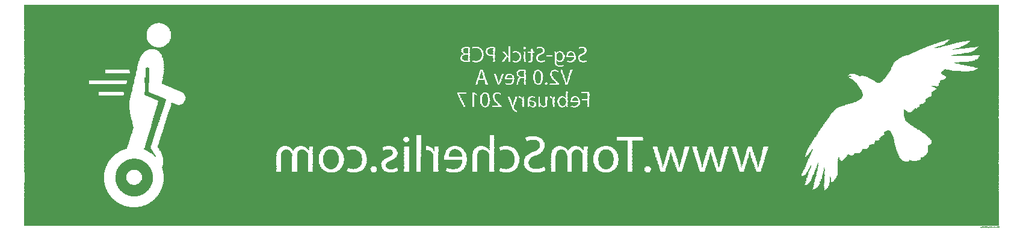
<source format=gbo>
G75*
%MOIN*%
%OFA0B0*%
%FSLAX25Y25*%
%IPPOS*%
%LPD*%
%AMOC8*
5,1,8,0,0,1.08239X$1,22.5*
%
%ADD10R,5.39830X0.00166*%
%ADD11R,5.39830X0.00167*%
%ADD12R,4.78330X0.00166*%
%ADD13R,0.60000X0.00166*%
%ADD14R,4.76500X0.00167*%
%ADD15R,0.58170X0.00167*%
%ADD16R,4.75660X0.00167*%
%ADD17R,0.57170X0.00167*%
%ADD18R,4.74830X0.00166*%
%ADD19R,0.56500X0.00166*%
%ADD20R,4.74330X0.00167*%
%ADD21R,0.55830X0.00167*%
%ADD22R,4.73830X0.00167*%
%ADD23R,0.55330X0.00167*%
%ADD24R,4.73330X0.00166*%
%ADD25R,0.54830X0.00166*%
%ADD26R,4.72830X0.00167*%
%ADD27R,0.54500X0.00167*%
%ADD28R,4.72500X0.00167*%
%ADD29R,0.54170X0.00167*%
%ADD30R,4.72160X0.00166*%
%ADD31R,0.53670X0.00166*%
%ADD32R,4.71830X0.00167*%
%ADD33R,0.53330X0.00167*%
%ADD34R,4.71500X0.00167*%
%ADD35R,0.53000X0.00167*%
%ADD36R,4.71160X0.00166*%
%ADD37R,0.52670X0.00166*%
%ADD38R,4.70830X0.00167*%
%ADD39R,0.52500X0.00167*%
%ADD40R,4.70500X0.00167*%
%ADD41R,0.52170X0.00167*%
%ADD42R,4.70330X0.00166*%
%ADD43R,0.51830X0.00166*%
%ADD44R,4.70000X0.00167*%
%ADD45R,0.51670X0.00167*%
%ADD46R,4.69830X0.00167*%
%ADD47R,0.51330X0.00167*%
%ADD48R,4.69500X0.00166*%
%ADD49R,0.51170X0.00166*%
%ADD50R,4.69330X0.00167*%
%ADD51R,0.50830X0.00167*%
%ADD52R,4.69000X0.00167*%
%ADD53R,0.50670X0.00167*%
%ADD54R,4.68830X0.00166*%
%ADD55R,0.50500X0.00166*%
%ADD56R,4.68660X0.00167*%
%ADD57R,0.50170X0.00167*%
%ADD58R,4.68500X0.00167*%
%ADD59R,0.50000X0.00167*%
%ADD60R,4.68160X0.00166*%
%ADD61R,0.49830X0.00166*%
%ADD62R,4.68000X0.00167*%
%ADD63R,0.49670X0.00167*%
%ADD64R,4.67830X0.00167*%
%ADD65R,0.49500X0.00167*%
%ADD66R,4.67660X0.00166*%
%ADD67R,0.49330X0.00166*%
%ADD68R,4.67500X0.00167*%
%ADD69R,0.49170X0.00167*%
%ADD70R,4.67330X0.00167*%
%ADD71R,0.49000X0.00167*%
%ADD72R,4.67160X0.00166*%
%ADD73R,0.48830X0.00166*%
%ADD74R,4.67000X0.00167*%
%ADD75R,0.48670X0.00167*%
%ADD76R,4.66830X0.00167*%
%ADD77R,0.48500X0.00167*%
%ADD78R,4.66660X0.00166*%
%ADD79R,0.48330X0.00166*%
%ADD80R,4.66660X0.00167*%
%ADD81R,0.48170X0.00167*%
%ADD82R,4.66500X0.00167*%
%ADD83R,0.48000X0.00167*%
%ADD84R,4.66330X0.00166*%
%ADD85R,0.47830X0.00166*%
%ADD86R,4.66160X0.00167*%
%ADD87R,0.02330X0.00167*%
%ADD88R,0.47830X0.00167*%
%ADD89R,4.66000X0.00167*%
%ADD90R,0.04170X0.00167*%
%ADD91R,0.47670X0.00167*%
%ADD92R,4.65830X0.00166*%
%ADD93R,0.05500X0.00166*%
%ADD94R,0.47500X0.00166*%
%ADD95R,4.65830X0.00167*%
%ADD96R,0.06670X0.00167*%
%ADD97R,0.47330X0.00167*%
%ADD98R,4.65660X0.00167*%
%ADD99R,0.07500X0.00167*%
%ADD100R,4.65500X0.00166*%
%ADD101R,0.08330X0.00166*%
%ADD102R,0.47170X0.00166*%
%ADD103R,4.65500X0.00167*%
%ADD104R,0.09000X0.00167*%
%ADD105R,0.47000X0.00167*%
%ADD106R,4.65330X0.00167*%
%ADD107R,0.09670X0.00167*%
%ADD108R,4.65160X0.00166*%
%ADD109R,0.10330X0.00166*%
%ADD110R,0.46830X0.00166*%
%ADD111R,4.65160X0.00167*%
%ADD112R,0.10830X0.00167*%
%ADD113R,0.46670X0.00167*%
%ADD114R,4.65000X0.00167*%
%ADD115R,0.11330X0.00167*%
%ADD116R,4.64830X0.00166*%
%ADD117R,0.11830X0.00166*%
%ADD118R,0.46500X0.00166*%
%ADD119R,4.64830X0.00167*%
%ADD120R,0.12330X0.00167*%
%ADD121R,0.46330X0.00167*%
%ADD122R,4.64660X0.00167*%
%ADD123R,0.12670X0.00167*%
%ADD124R,4.64660X0.00166*%
%ADD125R,0.13170X0.00166*%
%ADD126R,0.46170X0.00166*%
%ADD127R,4.64500X0.00167*%
%ADD128R,0.13500X0.00167*%
%ADD129R,0.46170X0.00167*%
%ADD130R,0.14000X0.00167*%
%ADD131R,0.46000X0.00167*%
%ADD132R,4.64330X0.00166*%
%ADD133R,0.14330X0.00166*%
%ADD134R,0.46000X0.00166*%
%ADD135R,4.64330X0.00167*%
%ADD136R,0.14670X0.00167*%
%ADD137R,0.45830X0.00167*%
%ADD138R,0.96330X0.00167*%
%ADD139R,3.67330X0.00167*%
%ADD140R,0.15000X0.00167*%
%ADD141R,0.96330X0.00166*%
%ADD142R,3.67330X0.00166*%
%ADD143R,0.15330X0.00166*%
%ADD144R,0.45670X0.00166*%
%ADD145R,0.96000X0.00167*%
%ADD146R,3.67170X0.00167*%
%ADD147R,0.15670X0.00167*%
%ADD148R,0.45670X0.00167*%
%ADD149R,0.95830X0.00167*%
%ADD150R,0.06170X0.00167*%
%ADD151R,3.60840X0.00167*%
%ADD152R,0.15830X0.00167*%
%ADD153R,0.45500X0.00167*%
%ADD154R,0.95660X0.00166*%
%ADD155R,0.05670X0.00166*%
%ADD156R,3.60670X0.00166*%
%ADD157R,0.16000X0.00166*%
%ADD158R,0.45500X0.00166*%
%ADD159R,0.95500X0.00167*%
%ADD160R,0.05170X0.00167*%
%ADD161R,3.60670X0.00167*%
%ADD162R,0.16330X0.00167*%
%ADD163R,0.45330X0.00167*%
%ADD164R,0.95330X0.00167*%
%ADD165R,0.04830X0.00167*%
%ADD166R,3.60660X0.00167*%
%ADD167R,0.16670X0.00167*%
%ADD168R,0.95000X0.00166*%
%ADD169R,0.04500X0.00166*%
%ADD170R,3.60660X0.00166*%
%ADD171R,0.17000X0.00166*%
%ADD172R,0.45330X0.00166*%
%ADD173R,0.95000X0.00167*%
%ADD174R,0.17000X0.00167*%
%ADD175R,0.45170X0.00167*%
%ADD176R,0.94830X0.00167*%
%ADD177R,0.04000X0.00167*%
%ADD178R,3.60500X0.00167*%
%ADD179R,0.17330X0.00167*%
%ADD180R,0.94660X0.00166*%
%ADD181R,0.03670X0.00166*%
%ADD182R,0.17670X0.00166*%
%ADD183R,0.45170X0.00166*%
%ADD184R,0.94660X0.00167*%
%ADD185R,0.03500X0.00167*%
%ADD186R,0.17670X0.00167*%
%ADD187R,0.45000X0.00167*%
%ADD188R,0.18000X0.00167*%
%ADD189R,0.94500X0.00166*%
%ADD190R,0.03330X0.00166*%
%ADD191R,3.60500X0.00166*%
%ADD192R,0.18170X0.00166*%
%ADD193R,0.45000X0.00166*%
%ADD194R,0.94500X0.00167*%
%ADD195R,0.03170X0.00167*%
%ADD196R,0.18330X0.00167*%
%ADD197R,0.44830X0.00167*%
%ADD198R,0.94330X0.00167*%
%ADD199R,0.03000X0.00167*%
%ADD200R,0.18500X0.00167*%
%ADD201R,0.94330X0.00166*%
%ADD202R,0.03000X0.00166*%
%ADD203R,0.18670X0.00166*%
%ADD204R,0.44830X0.00166*%
%ADD205R,0.94160X0.00167*%
%ADD206R,0.02830X0.00167*%
%ADD207R,0.18830X0.00167*%
%ADD208R,0.44670X0.00167*%
%ADD209R,0.19000X0.00167*%
%ADD210R,0.94000X0.00166*%
%ADD211R,0.02670X0.00166*%
%ADD212R,0.03830X0.00166*%
%ADD213R,3.55500X0.00166*%
%ADD214R,0.08500X0.00166*%
%ADD215R,0.08340X0.00166*%
%ADD216R,0.44670X0.00166*%
%ADD217R,0.94000X0.00167*%
%ADD218R,0.02670X0.00167*%
%ADD219R,0.03330X0.00167*%
%ADD220R,3.55500X0.00167*%
%ADD221R,0.08000X0.00167*%
%ADD222R,0.02500X0.00167*%
%ADD223R,0.03160X0.00167*%
%ADD224R,0.07670X0.00167*%
%ADD225R,0.07660X0.00167*%
%ADD226R,0.44500X0.00167*%
%ADD227R,0.93830X0.00166*%
%ADD228R,0.02500X0.00166*%
%ADD229R,3.55670X0.00166*%
%ADD230R,0.07500X0.00166*%
%ADD231R,0.07330X0.00166*%
%ADD232R,0.44500X0.00166*%
%ADD233R,0.93830X0.00167*%
%ADD234R,0.07170X0.00167*%
%ADD235R,0.07330X0.00167*%
%ADD236R,0.07000X0.00167*%
%ADD237R,0.02330X0.00166*%
%ADD238R,0.02830X0.00166*%
%ADD239R,0.07000X0.00166*%
%ADD240R,0.06830X0.00166*%
%ADD241R,3.55670X0.00167*%
%ADD242R,0.06830X0.00167*%
%ADD243R,0.06840X0.00167*%
%ADD244R,0.44330X0.00167*%
%ADD245R,0.93660X0.00167*%
%ADD246R,0.02340X0.00167*%
%ADD247R,0.06660X0.00167*%
%ADD248R,0.92330X0.00166*%
%ADD249R,0.01000X0.00166*%
%ADD250R,0.02340X0.00166*%
%ADD251R,0.06670X0.00166*%
%ADD252R,0.44330X0.00166*%
%ADD253R,0.91830X0.00167*%
%ADD254R,0.00830X0.00167*%
%ADD255R,3.55660X0.00167*%
%ADD256R,0.91660X0.00167*%
%ADD257R,0.02170X0.00167*%
%ADD258R,0.06500X0.00167*%
%ADD259R,0.91500X0.00166*%
%ADD260R,0.00830X0.00166*%
%ADD261R,0.02170X0.00166*%
%ADD262R,3.55660X0.00166*%
%ADD263R,0.06330X0.00166*%
%ADD264R,0.06500X0.00166*%
%ADD265R,0.91330X0.00167*%
%ADD266R,0.02000X0.00167*%
%ADD267R,0.02160X0.00167*%
%ADD268R,3.55830X0.00167*%
%ADD269R,0.06330X0.00167*%
%ADD270R,0.91160X0.00167*%
%ADD271R,0.00670X0.00167*%
%ADD272R,0.06340X0.00167*%
%ADD273R,0.91000X0.00166*%
%ADD274R,0.00500X0.00166*%
%ADD275R,0.02000X0.00166*%
%ADD276R,3.56000X0.00166*%
%ADD277R,0.06340X0.00166*%
%ADD278R,0.44170X0.00166*%
%ADD279R,0.91000X0.00167*%
%ADD280R,0.00500X0.00167*%
%ADD281R,3.56000X0.00167*%
%ADD282R,0.44170X0.00167*%
%ADD283R,0.90830X0.00167*%
%ADD284R,0.01840X0.00167*%
%ADD285R,0.90660X0.00166*%
%ADD286R,0.01840X0.00166*%
%ADD287R,0.06170X0.00166*%
%ADD288R,0.90500X0.00167*%
%ADD289R,3.56160X0.00167*%
%ADD290R,0.01500X0.00167*%
%ADD291R,0.01830X0.00167*%
%ADD292R,0.06000X0.00167*%
%ADD293R,0.90330X0.00166*%
%ADD294R,0.01500X0.00166*%
%ADD295R,0.01830X0.00166*%
%ADD296R,3.56160X0.00166*%
%ADD297R,0.06160X0.00166*%
%ADD298R,0.90330X0.00167*%
%ADD299R,3.56330X0.00167*%
%ADD300R,0.06160X0.00167*%
%ADD301R,0.90160X0.00167*%
%ADD302R,0.01340X0.00167*%
%ADD303R,0.90000X0.00166*%
%ADD304R,0.00170X0.00166*%
%ADD305R,0.01340X0.00166*%
%ADD306R,0.01670X0.00166*%
%ADD307R,3.56330X0.00166*%
%ADD308R,0.06000X0.00166*%
%ADD309R,0.90000X0.00167*%
%ADD310R,0.00170X0.00167*%
%ADD311R,0.01670X0.00167*%
%ADD312R,3.56500X0.00167*%
%ADD313R,0.89830X0.00167*%
%ADD314R,0.89830X0.00166*%
%ADD315R,0.01170X0.00166*%
%ADD316R,3.56660X0.00166*%
%ADD317R,0.01170X0.00167*%
%ADD318R,3.56660X0.00167*%
%ADD319R,0.01330X0.00167*%
%ADD320R,0.89660X0.00166*%
%ADD321R,0.01330X0.00166*%
%ADD322R,3.53160X0.00166*%
%ADD323R,0.89660X0.00167*%
%ADD324R,0.01160X0.00167*%
%ADD325R,3.53160X0.00167*%
%ADD326R,0.89500X0.00167*%
%ADD327R,3.53330X0.00167*%
%ADD328R,0.89500X0.00166*%
%ADD329R,0.01160X0.00166*%
%ADD330R,3.53330X0.00166*%
%ADD331R,0.01000X0.00167*%
%ADD332R,3.53500X0.00167*%
%ADD333R,0.01660X0.00167*%
%ADD334R,0.89330X0.00166*%
%ADD335R,3.53660X0.00166*%
%ADD336R,0.89330X0.00167*%
%ADD337R,3.53660X0.00167*%
%ADD338R,3.54000X0.00167*%
%ADD339R,3.54000X0.00166*%
%ADD340R,0.85170X0.00167*%
%ADD341R,0.21160X0.00167*%
%ADD342R,0.35830X0.00167*%
%ADD343R,0.13330X0.00167*%
%ADD344R,0.26000X0.00167*%
%ADD345R,0.31830X0.00167*%
%ADD346R,0.08830X0.00167*%
%ADD347R,0.89160X0.00166*%
%ADD348R,0.84840X0.00166*%
%ADD349R,0.20000X0.00166*%
%ADD350R,0.34170X0.00166*%
%ADD351R,0.11840X0.00166*%
%ADD352R,0.24340X0.00166*%
%ADD353R,0.30000X0.00166*%
%ADD354R,0.07670X0.00166*%
%ADD355R,0.08000X0.00166*%
%ADD356R,0.06660X0.00166*%
%ADD357R,0.06840X0.00166*%
%ADD358R,0.89160X0.00167*%
%ADD359R,0.00660X0.00167*%
%ADD360R,0.23170X0.00167*%
%ADD361R,0.10000X0.00167*%
%ADD362R,0.07340X0.00167*%
%ADD363R,0.09340X0.00167*%
%ADD364R,0.05160X0.00167*%
%ADD365R,0.10670X0.00167*%
%ADD366R,0.03840X0.00167*%
%ADD367R,0.05340X0.00167*%
%ADD368R,0.04500X0.00167*%
%ADD369R,0.05830X0.00167*%
%ADD370R,0.62670X0.00167*%
%ADD371R,0.00840X0.00167*%
%ADD372R,0.23330X0.00167*%
%ADD373R,0.09840X0.00167*%
%ADD374R,0.03340X0.00167*%
%ADD375R,0.04840X0.00167*%
%ADD376R,0.62840X0.00167*%
%ADD377R,0.00660X0.00166*%
%ADD378R,0.00670X0.00166*%
%ADD379R,0.23330X0.00166*%
%ADD380R,0.09830X0.00166*%
%ADD381R,0.09840X0.00166*%
%ADD382R,0.07170X0.00166*%
%ADD383R,0.08670X0.00166*%
%ADD384R,0.04160X0.00166*%
%ADD385R,0.09160X0.00166*%
%ADD386R,0.02840X0.00166*%
%ADD387R,0.04340X0.00166*%
%ADD388R,0.04170X0.00166*%
%ADD389R,0.03660X0.00166*%
%ADD390R,0.04830X0.00166*%
%ADD391R,0.05340X0.00166*%
%ADD392R,0.62840X0.00166*%
%ADD393R,0.05330X0.00167*%
%ADD394R,0.08340X0.00167*%
%ADD395R,0.03660X0.00167*%
%ADD396R,0.08500X0.00167*%
%ADD397R,0.02840X0.00167*%
%ADD398R,0.04330X0.00167*%
%ADD399R,0.05500X0.00167*%
%ADD400R,0.05000X0.00167*%
%ADD401R,0.07160X0.00167*%
%ADD402R,0.07840X0.00167*%
%ADD403R,0.05840X0.00167*%
%ADD404R,0.04160X0.00167*%
%ADD405R,0.04670X0.00167*%
%ADD406R,0.23500X0.00166*%
%ADD407R,0.09500X0.00166*%
%ADD408R,0.05170X0.00166*%
%ADD409R,0.07840X0.00166*%
%ADD410R,0.03160X0.00166*%
%ADD411R,0.04000X0.00166*%
%ADD412R,0.63000X0.00166*%
%ADD413R,0.23340X0.00167*%
%ADD414R,0.09330X0.00167*%
%ADD415R,0.04660X0.00167*%
%ADD416R,0.63000X0.00167*%
%ADD417R,0.07830X0.00167*%
%ADD418R,0.05670X0.00167*%
%ADD419R,0.04340X0.00167*%
%ADD420R,0.08330X0.00167*%
%ADD421R,0.00330X0.00166*%
%ADD422R,0.09170X0.00166*%
%ADD423R,0.05000X0.00166*%
%ADD424R,0.03500X0.00166*%
%ADD425R,0.03340X0.00166*%
%ADD426R,0.00330X0.00167*%
%ADD427R,0.23500X0.00167*%
%ADD428R,0.09170X0.00167*%
%ADD429R,0.09160X0.00167*%
%ADD430R,0.03830X0.00167*%
%ADD431R,0.63170X0.00167*%
%ADD432R,0.18670X0.00167*%
%ADD433R,0.23670X0.00167*%
%ADD434R,0.00160X0.00166*%
%ADD435R,0.23670X0.00166*%
%ADD436R,0.05660X0.00166*%
%ADD437R,0.08830X0.00166*%
%ADD438R,0.08840X0.00166*%
%ADD439R,0.04660X0.00166*%
%ADD440R,0.02660X0.00166*%
%ADD441R,0.05160X0.00166*%
%ADD442R,0.03170X0.00166*%
%ADD443R,0.04670X0.00166*%
%ADD444R,0.63170X0.00166*%
%ADD445R,0.23830X0.00167*%
%ADD446R,0.05660X0.00167*%
%ADD447R,0.08840X0.00167*%
%ADD448R,0.03670X0.00167*%
%ADD449R,0.23660X0.00167*%
%ADD450R,0.08670X0.00167*%
%ADD451R,0.63340X0.00167*%
%ADD452R,0.17830X0.00167*%
%ADD453R,0.23660X0.00166*%
%ADD454R,0.05330X0.00166*%
%ADD455R,0.05840X0.00166*%
%ADD456R,0.09000X0.00166*%
%ADD457R,0.11340X0.00166*%
%ADD458R,0.63340X0.00166*%
%ADD459R,0.00340X0.00167*%
%ADD460R,0.00160X0.00167*%
%ADD461R,0.11500X0.00167*%
%ADD462R,0.09660X0.00167*%
%ADD463R,0.09500X0.00167*%
%ADD464R,0.11670X0.00167*%
%ADD465R,0.09830X0.00167*%
%ADD466R,0.17170X0.00167*%
%ADD467R,0.23840X0.00166*%
%ADD468R,0.00340X0.00166*%
%ADD469R,0.07340X0.00166*%
%ADD470R,0.03840X0.00166*%
%ADD471R,0.09670X0.00166*%
%ADD472R,0.23840X0.00167*%
%ADD473R,0.08170X0.00167*%
%ADD474R,0.08160X0.00167*%
%ADD475R,0.11830X0.00167*%
%ADD476R,0.12000X0.00167*%
%ADD477R,0.12170X0.00167*%
%ADD478R,0.23830X0.00166*%
%ADD479R,0.14670X0.00166*%
%ADD480R,0.12000X0.00166*%
%ADD481R,0.10170X0.00166*%
%ADD482R,0.12340X0.00166*%
%ADD483R,0.10000X0.00166*%
%ADD484R,0.16170X0.00166*%
%ADD485R,0.14500X0.00167*%
%ADD486R,0.12160X0.00167*%
%ADD487R,0.10340X0.00167*%
%ADD488R,0.12500X0.00167*%
%ADD489R,0.08660X0.00167*%
%ADD490R,0.16000X0.00167*%
%ADD491R,0.24000X0.00167*%
%ADD492R,0.04330X0.00166*%
%ADD493R,0.14500X0.00166*%
%ADD494R,0.12330X0.00166*%
%ADD495R,0.10500X0.00166*%
%ADD496R,0.12670X0.00166*%
%ADD497R,0.14340X0.00167*%
%ADD498R,0.12840X0.00167*%
%ADD499R,0.00840X0.00166*%
%ADD500R,0.14340X0.00166*%
%ADD501R,0.10840X0.00166*%
%ADD502R,0.12840X0.00166*%
%ADD503R,0.07660X0.00166*%
%ADD504R,0.89000X0.00167*%
%ADD505R,0.14170X0.00167*%
%ADD506R,0.10840X0.00167*%
%ADD507R,0.13000X0.00167*%
%ADD508R,0.13670X0.00167*%
%ADD509R,0.89000X0.00166*%
%ADD510R,0.24170X0.00166*%
%ADD511R,0.07160X0.00166*%
%ADD512R,0.14170X0.00166*%
%ADD513R,0.12500X0.00166*%
%ADD514R,0.11000X0.00166*%
%ADD515R,0.13000X0.00166*%
%ADD516R,0.09660X0.00166*%
%ADD517R,0.10160X0.00166*%
%ADD518R,0.62670X0.00166*%
%ADD519R,0.11000X0.00167*%
%ADD520R,0.13170X0.00167*%
%ADD521R,0.46500X0.00167*%
%ADD522R,0.14000X0.00166*%
%ADD523R,0.11170X0.00166*%
%ADD524R,0.13840X0.00167*%
%ADD525R,0.11170X0.00167*%
%ADD526R,0.10170X0.00167*%
%ADD527R,0.50500X0.00167*%
%ADD528R,0.37500X0.00167*%
%ADD529R,0.24160X0.00167*%
%ADD530R,0.50000X0.00166*%
%ADD531R,0.36670X0.00166*%
%ADD532R,0.24160X0.00166*%
%ADD533R,0.01660X0.00166*%
%ADD534R,0.13840X0.00166*%
%ADD535R,0.13340X0.00166*%
%ADD536R,0.08660X0.00166*%
%ADD537R,0.34170X0.00167*%
%ADD538R,0.24170X0.00167*%
%ADD539R,0.02660X0.00167*%
%ADD540R,0.13340X0.00167*%
%ADD541R,0.33500X0.00167*%
%ADD542R,0.11340X0.00167*%
%ADD543R,0.33170X0.00166*%
%ADD544R,0.13670X0.00166*%
%ADD545R,0.12160X0.00166*%
%ADD546R,0.43830X0.00167*%
%ADD547R,0.32670X0.00167*%
%ADD548R,0.24340X0.00167*%
%ADD549R,0.43660X0.00167*%
%ADD550R,0.32330X0.00167*%
%ADD551R,0.43500X0.00166*%
%ADD552R,0.31840X0.00166*%
%ADD553R,0.24330X0.00166*%
%ADD554R,0.05830X0.00166*%
%ADD555R,0.02160X0.00166*%
%ADD556R,0.13500X0.00166*%
%ADD557R,0.09340X0.00166*%
%ADD558R,0.43500X0.00167*%
%ADD559R,0.31840X0.00167*%
%ADD560R,0.24330X0.00167*%
%ADD561R,0.43330X0.00167*%
%ADD562R,0.31500X0.00167*%
%ADD563R,0.11660X0.00167*%
%ADD564R,0.43160X0.00166*%
%ADD565R,0.31000X0.00166*%
%ADD566R,0.11660X0.00166*%
%ADD567R,0.48000X0.00166*%
%ADD568R,0.43160X0.00167*%
%ADD569R,0.30830X0.00167*%
%ADD570R,0.30500X0.00167*%
%ADD571R,0.11160X0.00167*%
%ADD572R,0.10500X0.00167*%
%ADD573R,0.43000X0.00166*%
%ADD574R,0.30170X0.00166*%
%ADD575R,0.42830X0.00167*%
%ADD576R,0.29830X0.00167*%
%ADD577R,0.10660X0.00167*%
%ADD578R,0.42160X0.00167*%
%ADD579R,0.29660X0.00167*%
%ADD580R,0.24500X0.00167*%
%ADD581R,0.41830X0.00166*%
%ADD582R,0.29340X0.00166*%
%ADD583R,0.21830X0.00166*%
%ADD584R,0.04840X0.00166*%
%ADD585R,0.41500X0.00167*%
%ADD586R,0.29170X0.00167*%
%ADD587R,0.21830X0.00167*%
%ADD588R,0.12660X0.00167*%
%ADD589R,0.41000X0.00167*%
%ADD590R,0.28830X0.00167*%
%ADD591R,0.41000X0.00166*%
%ADD592R,0.28830X0.00166*%
%ADD593R,0.21660X0.00166*%
%ADD594R,0.40830X0.00167*%
%ADD595R,0.25660X0.00167*%
%ADD596R,0.10160X0.00167*%
%ADD597R,0.40660X0.00167*%
%ADD598R,0.25330X0.00167*%
%ADD599R,0.40500X0.00166*%
%ADD600R,0.25000X0.00166*%
%ADD601R,0.21840X0.00166*%
%ADD602R,0.07830X0.00166*%
%ADD603R,0.40330X0.00167*%
%ADD604R,0.24840X0.00167*%
%ADD605R,0.21840X0.00167*%
%ADD606R,0.40160X0.00167*%
%ADD607R,0.22000X0.00167*%
%ADD608R,0.40000X0.00166*%
%ADD609R,0.24500X0.00166*%
%ADD610R,0.10670X0.00166*%
%ADD611R,0.63500X0.00166*%
%ADD612R,0.39830X0.00167*%
%ADD613R,0.14830X0.00167*%
%ADD614R,0.63660X0.00167*%
%ADD615R,0.12340X0.00167*%
%ADD616R,0.63830X0.00167*%
%ADD617R,0.39660X0.00166*%
%ADD618R,0.24000X0.00166*%
%ADD619R,0.22000X0.00166*%
%ADD620R,0.10340X0.00166*%
%ADD621R,0.15170X0.00166*%
%ADD622R,0.63830X0.00166*%
%ADD623R,0.39660X0.00167*%
%ADD624R,0.20840X0.00167*%
%ADD625R,0.15170X0.00167*%
%ADD626R,0.64000X0.00167*%
%ADD627R,0.15340X0.00167*%
%ADD628R,0.39500X0.00166*%
%ADD629R,0.20500X0.00166*%
%ADD630R,0.12170X0.00166*%
%ADD631R,0.15340X0.00166*%
%ADD632R,0.64330X0.00166*%
%ADD633R,0.39500X0.00167*%
%ADD634R,0.20170X0.00167*%
%ADD635R,0.15500X0.00167*%
%ADD636R,0.64330X0.00167*%
%ADD637R,0.39330X0.00167*%
%ADD638R,0.20000X0.00167*%
%ADD639R,0.15330X0.00167*%
%ADD640R,0.64500X0.00167*%
%ADD641R,0.52330X0.00167*%
%ADD642R,0.39330X0.00166*%
%ADD643R,0.19670X0.00166*%
%ADD644R,0.22170X0.00166*%
%ADD645R,0.09330X0.00166*%
%ADD646R,0.15500X0.00166*%
%ADD647R,0.64670X0.00166*%
%ADD648R,0.19500X0.00167*%
%ADD649R,0.64840X0.00167*%
%ADD650R,0.19330X0.00167*%
%ADD651R,0.19330X0.00166*%
%ADD652R,0.10830X0.00166*%
%ADD653R,0.10660X0.00166*%
%ADD654R,0.65160X0.00166*%
%ADD655R,0.39160X0.00167*%
%ADD656R,0.22170X0.00167*%
%ADD657R,0.11840X0.00167*%
%ADD658R,0.65330X0.00167*%
%ADD659R,0.54000X0.00167*%
%ADD660R,0.22160X0.00167*%
%ADD661R,0.65500X0.00167*%
%ADD662R,0.54330X0.00167*%
%ADD663R,0.39160X0.00166*%
%ADD664R,0.19000X0.00166*%
%ADD665R,0.22160X0.00166*%
%ADD666R,0.11670X0.00166*%
%ADD667R,0.65670X0.00166*%
%ADD668R,0.22330X0.00167*%
%ADD669R,0.65840X0.00167*%
%ADD670R,0.55170X0.00167*%
%ADD671R,0.66160X0.00167*%
%ADD672R,0.55670X0.00167*%
%ADD673R,0.16330X0.00166*%
%ADD674R,0.11500X0.00166*%
%ADD675R,0.13160X0.00166*%
%ADD676R,0.11330X0.00166*%
%ADD677R,0.66500X0.00166*%
%ADD678R,0.56330X0.00166*%
%ADD679R,0.22340X0.00167*%
%ADD680R,0.66500X0.00167*%
%ADD681R,0.56830X0.00167*%
%ADD682R,0.15660X0.00167*%
%ADD683R,0.66840X0.00167*%
%ADD684R,0.22330X0.00166*%
%ADD685R,0.08170X0.00166*%
%ADD686R,0.67160X0.00166*%
%ADD687R,0.57000X0.00166*%
%ADD688R,0.14660X0.00167*%
%ADD689R,0.67670X0.00167*%
%ADD690R,0.57000X0.00167*%
%ADD691R,0.22500X0.00167*%
%ADD692R,0.68000X0.00167*%
%ADD693R,0.14830X0.00166*%
%ADD694R,0.13330X0.00166*%
%ADD695R,0.68170X0.00166*%
%ADD696R,0.68500X0.00167*%
%ADD697R,0.98000X0.00167*%
%ADD698R,0.16500X0.00167*%
%ADD699R,0.68830X0.00167*%
%ADD700R,0.39000X0.00166*%
%ADD701R,0.98000X0.00166*%
%ADD702R,0.17500X0.00166*%
%ADD703R,0.16830X0.00166*%
%ADD704R,0.69330X0.00166*%
%ADD705R,0.57170X0.00166*%
%ADD706R,0.39000X0.00167*%
%ADD707R,0.45840X0.00167*%
%ADD708R,0.25340X0.00167*%
%ADD709R,0.37840X0.00167*%
%ADD710R,1.43170X0.00167*%
%ADD711R,0.57330X0.00167*%
%ADD712R,0.38660X0.00167*%
%ADD713R,0.14330X0.00167*%
%ADD714R,0.98170X0.00167*%
%ADD715R,0.38500X0.00166*%
%ADD716R,0.14160X0.00166*%
%ADD717R,0.98170X0.00166*%
%ADD718R,0.45840X0.00166*%
%ADD719R,0.25340X0.00166*%
%ADD720R,0.37840X0.00166*%
%ADD721R,1.43000X0.00166*%
%ADD722R,0.57330X0.00166*%
%ADD723R,0.38330X0.00167*%
%ADD724R,0.98500X0.00167*%
%ADD725R,1.43000X0.00167*%
%ADD726R,0.57500X0.00167*%
%ADD727R,0.38000X0.00167*%
%ADD728R,0.37830X0.00166*%
%ADD729R,0.98670X0.00166*%
%ADD730R,1.42840X0.00166*%
%ADD731R,0.57500X0.00166*%
%ADD732R,0.37660X0.00167*%
%ADD733R,0.98840X0.00167*%
%ADD734R,0.25170X0.00167*%
%ADD735R,1.42840X0.00167*%
%ADD736R,0.57670X0.00167*%
%ADD737R,0.37500X0.00166*%
%ADD738R,0.99000X0.00166*%
%ADD739R,0.25170X0.00166*%
%ADD740R,1.42670X0.00166*%
%ADD741R,0.57670X0.00166*%
%ADD742R,0.37330X0.00167*%
%ADD743R,0.99170X0.00167*%
%ADD744R,0.25000X0.00167*%
%ADD745R,1.42670X0.00167*%
%ADD746R,0.57830X0.00167*%
%ADD747R,0.37330X0.00166*%
%ADD748R,0.99170X0.00166*%
%ADD749R,0.24840X0.00166*%
%ADD750R,1.42500X0.00166*%
%ADD751R,0.57830X0.00166*%
%ADD752R,0.37160X0.00167*%
%ADD753R,0.99340X0.00167*%
%ADD754R,0.46340X0.00167*%
%ADD755R,1.36330X0.00167*%
%ADD756R,0.58000X0.00167*%
%ADD757R,0.99500X0.00167*%
%ADD758R,0.24670X0.00167*%
%ADD759R,1.36000X0.00167*%
%ADD760R,0.37160X0.00166*%
%ADD761R,0.99500X0.00166*%
%ADD762R,0.46340X0.00166*%
%ADD763R,1.35670X0.00166*%
%ADD764R,0.58000X0.00166*%
%ADD765R,0.99670X0.00167*%
%ADD766R,0.17840X0.00167*%
%ADD767R,1.35500X0.00167*%
%ADD768R,0.99840X0.00167*%
%ADD769R,1.35340X0.00167*%
%ADD770R,1.00000X0.00166*%
%ADD771R,0.46670X0.00166*%
%ADD772R,1.35170X0.00166*%
%ADD773R,0.58170X0.00166*%
%ADD774R,0.40840X0.00167*%
%ADD775R,1.35000X0.00167*%
%ADD776R,0.58330X0.00167*%
%ADD777R,0.94170X0.00167*%
%ADD778R,0.37660X0.00166*%
%ADD779R,0.94340X0.00166*%
%ADD780R,1.34830X0.00166*%
%ADD781R,0.58330X0.00166*%
%ADD782R,0.37830X0.00167*%
%ADD783R,0.94340X0.00167*%
%ADD784R,0.41170X0.00167*%
%ADD785R,0.17500X0.00167*%
%ADD786R,1.34830X0.00167*%
%ADD787R,0.58500X0.00167*%
%ADD788R,0.41340X0.00167*%
%ADD789R,0.41500X0.00166*%
%ADD790R,0.17340X0.00166*%
%ADD791R,1.34670X0.00166*%
%ADD792R,0.58500X0.00166*%
%ADD793R,0.94670X0.00167*%
%ADD794R,0.41670X0.00167*%
%ADD795R,0.17340X0.00167*%
%ADD796R,1.34670X0.00167*%
%ADD797R,0.42000X0.00167*%
%ADD798R,1.34840X0.00167*%
%ADD799R,0.58670X0.00167*%
%ADD800R,0.94840X0.00166*%
%ADD801R,0.42170X0.00166*%
%ADD802R,0.17170X0.00166*%
%ADD803R,1.34840X0.00166*%
%ADD804R,0.58670X0.00166*%
%ADD805R,0.42500X0.00167*%
%ADD806R,0.38830X0.00167*%
%ADD807R,0.42840X0.00167*%
%ADD808R,0.58830X0.00167*%
%ADD809R,0.95170X0.00166*%
%ADD810R,0.43170X0.00166*%
%ADD811R,0.18000X0.00166*%
%ADD812R,0.58830X0.00166*%
%ADD813R,0.95340X0.00167*%
%ADD814R,1.35330X0.00167*%
%ADD815R,1.54500X0.00167*%
%ADD816R,1.41500X0.00167*%
%ADD817R,0.59000X0.00167*%
%ADD818R,1.55170X0.00166*%
%ADD819R,1.41500X0.00166*%
%ADD820R,0.59000X0.00166*%
%ADD821R,1.78340X0.00167*%
%ADD822R,1.41340X0.00167*%
%ADD823R,0.59170X0.00167*%
%ADD824R,1.78500X0.00166*%
%ADD825R,1.41340X0.00166*%
%ADD826R,0.59170X0.00166*%
%ADD827R,1.78500X0.00167*%
%ADD828R,1.41170X0.00167*%
%ADD829R,0.40500X0.00167*%
%ADD830R,3.63000X0.00167*%
%ADD831R,0.59330X0.00167*%
%ADD832R,0.40660X0.00166*%
%ADD833R,3.63170X0.00166*%
%ADD834R,0.59330X0.00166*%
%ADD835R,3.63160X0.00167*%
%ADD836R,0.41160X0.00167*%
%ADD837R,0.59500X0.00167*%
%ADD838R,3.63330X0.00166*%
%ADD839R,0.59500X0.00166*%
%ADD840R,0.41660X0.00167*%
%ADD841R,3.63340X0.00167*%
%ADD842R,0.59670X0.00167*%
%ADD843R,0.42160X0.00166*%
%ADD844R,3.63500X0.00166*%
%ADD845R,0.59670X0.00166*%
%ADD846R,3.63500X0.00167*%
%ADD847R,0.59830X0.00167*%
%ADD848R,0.42660X0.00166*%
%ADD849R,0.59830X0.00166*%
%ADD850R,0.43000X0.00167*%
%ADD851R,3.63660X0.00167*%
%ADD852R,0.60000X0.00167*%
%ADD853R,3.63830X0.00166*%
%ADD854R,3.63830X0.00167*%
%ADD855R,0.44000X0.00167*%
%ADD856R,3.63840X0.00167*%
%ADD857R,0.44160X0.00166*%
%ADD858R,3.64000X0.00166*%
%ADD859R,0.60170X0.00166*%
%ADD860R,0.44660X0.00167*%
%ADD861R,3.64000X0.00167*%
%ADD862R,0.60170X0.00167*%
%ADD863R,3.64170X0.00166*%
%ADD864R,0.60330X0.00166*%
%ADD865R,3.64170X0.00167*%
%ADD866R,0.60330X0.00167*%
%ADD867R,3.64160X0.00167*%
%ADD868R,0.45830X0.00166*%
%ADD869R,3.64160X0.00166*%
%ADD870R,0.60500X0.00166*%
%ADD871R,0.46160X0.00167*%
%ADD872R,3.64500X0.00167*%
%ADD873R,0.60500X0.00167*%
%ADD874R,0.46660X0.00166*%
%ADD875R,3.64500X0.00166*%
%ADD876R,3.64670X0.00167*%
%ADD877R,0.47160X0.00167*%
%ADD878R,3.64830X0.00166*%
%ADD879R,3.64830X0.00167*%
%ADD880R,0.48160X0.00167*%
%ADD881R,0.48160X0.00166*%
%ADD882R,3.65000X0.00167*%
%ADD883R,0.48660X0.00167*%
%ADD884R,3.64840X0.00167*%
%ADD885R,0.49000X0.00166*%
%ADD886R,3.65000X0.00166*%
%ADD887R,0.49160X0.00167*%
%ADD888R,3.65170X0.00167*%
%ADD889R,0.49330X0.00167*%
%ADD890R,0.49660X0.00166*%
%ADD891R,3.65170X0.00166*%
%ADD892R,0.49830X0.00167*%
%ADD893R,3.65330X0.00167*%
%ADD894R,0.50160X0.00167*%
%ADD895R,3.65500X0.00167*%
%ADD896R,0.50330X0.00166*%
%ADD897R,3.65500X0.00166*%
%ADD898R,0.50660X0.00167*%
%ADD899R,3.65660X0.00167*%
%ADD900R,0.50660X0.00166*%
%ADD901R,0.51160X0.00167*%
%ADD902R,3.65670X0.00167*%
%ADD903R,0.51500X0.00166*%
%ADD904R,3.65670X0.00166*%
%ADD905R,0.51660X0.00167*%
%ADD906R,3.65830X0.00167*%
%ADD907R,0.51830X0.00167*%
%ADD908R,3.66000X0.00167*%
%ADD909R,3.65830X0.00166*%
%ADD910R,0.52000X0.00167*%
%ADD911R,3.66160X0.00167*%
%ADD912R,0.52160X0.00167*%
%ADD913R,3.66330X0.00167*%
%ADD914R,0.52160X0.00166*%
%ADD915R,3.66170X0.00166*%
%ADD916R,3.66340X0.00167*%
%ADD917R,0.52330X0.00166*%
%ADD918R,3.66330X0.00166*%
%ADD919R,3.66500X0.00167*%
%ADD920R,3.66500X0.00166*%
%ADD921R,3.66660X0.00167*%
%ADD922R,3.66830X0.00167*%
%ADD923R,0.52500X0.00166*%
%ADD924R,3.66670X0.00166*%
%ADD925R,3.66840X0.00167*%
%ADD926R,3.67000X0.00167*%
%ADD927R,3.67170X0.00166*%
%ADD928R,0.52660X0.00167*%
%ADD929R,0.52660X0.00166*%
%ADD930R,3.67160X0.00167*%
%ADD931R,3.67340X0.00167*%
%ADD932R,3.67500X0.00167*%
%ADD933R,3.67670X0.00166*%
%ADD934R,1.74840X0.00167*%
%ADD935R,1.92500X0.00167*%
%ADD936R,1.75170X0.00166*%
%ADD937R,1.92170X0.00166*%
%ADD938R,1.75170X0.00167*%
%ADD939R,1.91660X0.00167*%
%ADD940R,1.91500X0.00167*%
%ADD941R,1.75330X0.00166*%
%ADD942R,1.91160X0.00166*%
%ADD943R,1.75500X0.00167*%
%ADD944R,1.90840X0.00167*%
%ADD945R,1.76000X0.00167*%
%ADD946R,1.90670X0.00167*%
%ADD947R,0.47160X0.00166*%
%ADD948R,1.76500X0.00166*%
%ADD949R,1.90670X0.00166*%
%ADD950R,1.76830X0.00167*%
%ADD951R,1.90330X0.00167*%
%ADD952R,1.77170X0.00167*%
%ADD953R,1.90170X0.00167*%
%ADD954R,1.77500X0.00166*%
%ADD955R,1.90000X0.00166*%
%ADD956R,0.46830X0.00167*%
%ADD957R,1.77830X0.00167*%
%ADD958R,1.89830X0.00167*%
%ADD959R,1.78330X0.00167*%
%ADD960R,1.89660X0.00167*%
%ADD961R,1.89660X0.00166*%
%ADD962R,1.78670X0.00167*%
%ADD963R,1.89500X0.00167*%
%ADD964R,1.79160X0.00167*%
%ADD965R,1.89340X0.00167*%
%ADD966R,0.44660X0.00166*%
%ADD967R,1.45000X0.00166*%
%ADD968R,1.73840X0.00166*%
%ADD969R,1.38170X0.00167*%
%ADD970R,1.62500X0.00167*%
%ADD971R,0.44160X0.00167*%
%ADD972R,1.38670X0.00167*%
%ADD973R,1.62330X0.00167*%
%ADD974R,0.44000X0.00166*%
%ADD975R,1.39170X0.00166*%
%ADD976R,1.62170X0.00166*%
%ADD977R,1.39670X0.00167*%
%ADD978R,1.62170X0.00167*%
%ADD979R,1.40170X0.00167*%
%ADD980R,1.61830X0.00167*%
%ADD981R,1.40670X0.00166*%
%ADD982R,1.61830X0.00166*%
%ADD983R,1.61660X0.00167*%
%ADD984R,1.42000X0.00167*%
%ADD985R,1.56660X0.00167*%
%ADD986R,1.42000X0.00166*%
%ADD987R,1.55840X0.00166*%
%ADD988R,1.42500X0.00167*%
%ADD989R,1.55500X0.00167*%
%ADD990R,0.42330X0.00167*%
%ADD991R,1.55000X0.00167*%
%ADD992R,0.42000X0.00166*%
%ADD993R,1.43830X0.00166*%
%ADD994R,1.54670X0.00166*%
%ADD995R,1.44500X0.00167*%
%ADD996R,1.54330X0.00167*%
%ADD997R,1.45000X0.00167*%
%ADD998R,1.54160X0.00167*%
%ADD999R,0.41160X0.00166*%
%ADD1000R,1.45670X0.00166*%
%ADD1001R,1.53840X0.00166*%
%ADD1002R,1.46170X0.00167*%
%ADD1003R,1.53670X0.00167*%
%ADD1004R,1.46670X0.00167*%
%ADD1005R,1.53500X0.00167*%
%ADD1006R,1.47170X0.00166*%
%ADD1007R,1.53330X0.00166*%
%ADD1008R,1.47670X0.00167*%
%ADD1009R,1.53000X0.00167*%
%ADD1010R,1.48170X0.00166*%
%ADD1011R,1.52830X0.00166*%
%ADD1012R,1.48500X0.00167*%
%ADD1013R,1.52670X0.00167*%
%ADD1014R,1.48830X0.00167*%
%ADD1015R,1.49170X0.00166*%
%ADD1016R,1.52330X0.00166*%
%ADD1017R,1.49500X0.00167*%
%ADD1018R,1.52330X0.00167*%
%ADD1019R,1.49830X0.00167*%
%ADD1020R,1.52160X0.00167*%
%ADD1021R,1.50000X0.00166*%
%ADD1022R,1.52160X0.00166*%
%ADD1023R,1.50170X0.00167*%
%ADD1024R,1.51840X0.00167*%
%ADD1025R,1.50500X0.00167*%
%ADD1026R,1.50830X0.00166*%
%ADD1027R,1.51670X0.00166*%
%ADD1028R,1.50830X0.00167*%
%ADD1029R,1.51670X0.00167*%
%ADD1030R,1.51000X0.00167*%
%ADD1031R,1.51500X0.00167*%
%ADD1032R,0.38830X0.00166*%
%ADD1033R,1.51000X0.00166*%
%ADD1034R,1.51500X0.00166*%
%ADD1035R,0.38500X0.00167*%
%ADD1036R,1.51170X0.00167*%
%ADD1037R,1.51340X0.00167*%
%ADD1038R,1.51330X0.00167*%
%ADD1039R,1.51330X0.00166*%
%ADD1040R,1.51160X0.00167*%
%ADD1041R,0.41330X0.00166*%
%ADD1042R,0.41330X0.00167*%
%ADD1043R,0.36170X0.00166*%
%ADD1044R,1.51340X0.00166*%
%ADD1045R,0.36000X0.00167*%
%ADD1046R,0.35830X0.00166*%
%ADD1047R,0.36170X0.00167*%
%ADD1048R,1.51660X0.00167*%
%ADD1049R,0.36500X0.00166*%
%ADD1050R,1.51830X0.00166*%
%ADD1051R,0.36830X0.00167*%
%ADD1052R,1.52000X0.00167*%
%ADD1053R,1.67170X0.00167*%
%ADD1054R,1.51170X0.00166*%
%ADD1055R,2.12830X0.00166*%
%ADD1056R,1.63000X0.00167*%
%ADD1057R,2.13170X0.00167*%
%ADD1058R,0.36330X0.00167*%
%ADD1059R,2.13500X0.00167*%
%ADD1060R,0.36330X0.00166*%
%ADD1061R,3.78000X0.00166*%
%ADD1062R,3.78160X0.00167*%
%ADD1063R,0.35660X0.00167*%
%ADD1064R,3.78500X0.00167*%
%ADD1065R,0.35500X0.00166*%
%ADD1066R,3.78670X0.00166*%
%ADD1067R,0.35160X0.00167*%
%ADD1068R,3.78830X0.00167*%
%ADD1069R,3.79160X0.00167*%
%ADD1070R,0.34830X0.00166*%
%ADD1071R,3.79500X0.00166*%
%ADD1072R,0.34660X0.00167*%
%ADD1073R,3.79670X0.00167*%
%ADD1074R,3.79830X0.00167*%
%ADD1075R,0.34660X0.00166*%
%ADD1076R,3.80330X0.00166*%
%ADD1077R,0.34830X0.00167*%
%ADD1078R,3.80500X0.00167*%
%ADD1079R,3.80670X0.00167*%
%ADD1080R,0.35160X0.00166*%
%ADD1081R,3.81170X0.00166*%
%ADD1082R,3.81500X0.00167*%
%ADD1083R,0.36160X0.00167*%
%ADD1084R,3.81660X0.00167*%
%ADD1085R,0.36660X0.00166*%
%ADD1086R,3.82000X0.00166*%
%ADD1087R,0.34000X0.00167*%
%ADD1088R,3.82340X0.00167*%
%ADD1089R,3.82500X0.00167*%
%ADD1090R,0.33330X0.00166*%
%ADD1091R,3.82830X0.00166*%
%ADD1092R,0.33160X0.00167*%
%ADD1093R,3.83160X0.00167*%
%ADD1094R,3.83340X0.00167*%
%ADD1095R,0.33160X0.00166*%
%ADD1096R,1.72170X0.00166*%
%ADD1097R,1.89840X0.00166*%
%ADD1098R,1.60500X0.00167*%
%ADD1099R,1.72330X0.00167*%
%ADD1100R,1.60330X0.00167*%
%ADD1101R,1.72660X0.00167*%
%ADD1102R,1.60160X0.00166*%
%ADD1103R,1.73330X0.00166*%
%ADD1104R,0.36000X0.00166*%
%ADD1105R,0.33330X0.00167*%
%ADD1106R,1.60000X0.00167*%
%ADD1107R,1.73670X0.00167*%
%ADD1108R,1.59670X0.00167*%
%ADD1109R,1.73830X0.00167*%
%ADD1110R,0.32660X0.00166*%
%ADD1111R,1.59500X0.00166*%
%ADD1112R,1.74000X0.00166*%
%ADD1113R,0.32500X0.00167*%
%ADD1114R,1.59340X0.00167*%
%ADD1115R,1.74000X0.00167*%
%ADD1116R,1.58830X0.00167*%
%ADD1117R,1.73840X0.00167*%
%ADD1118R,0.32500X0.00166*%
%ADD1119R,1.58500X0.00166*%
%ADD1120R,1.58330X0.00167*%
%ADD1121R,1.58000X0.00167*%
%ADD1122R,1.57830X0.00166*%
%ADD1123R,1.74170X0.00166*%
%ADD1124R,1.57830X0.00167*%
%ADD1125R,1.57670X0.00167*%
%ADD1126R,0.32000X0.00166*%
%ADD1127R,1.57500X0.00166*%
%ADD1128R,0.61000X0.00166*%
%ADD1129R,0.31160X0.00167*%
%ADD1130R,1.57340X0.00167*%
%ADD1131R,1.74170X0.00167*%
%ADD1132R,0.61000X0.00167*%
%ADD1133R,1.56830X0.00167*%
%ADD1134R,0.30160X0.00166*%
%ADD1135R,1.56500X0.00166*%
%ADD1136R,1.74160X0.00166*%
%ADD1137R,0.30000X0.00167*%
%ADD1138R,1.56170X0.00167*%
%ADD1139R,1.74160X0.00167*%
%ADD1140R,0.61170X0.00167*%
%ADD1141R,1.55830X0.00167*%
%ADD1142R,0.29660X0.00166*%
%ADD1143R,1.55500X0.00166*%
%ADD1144R,1.74330X0.00166*%
%ADD1145R,0.61170X0.00166*%
%ADD1146R,0.29500X0.00167*%
%ADD1147R,1.55330X0.00167*%
%ADD1148R,1.74330X0.00167*%
%ADD1149R,1.54670X0.00167*%
%ADD1150R,0.29500X0.00166*%
%ADD1151R,1.54500X0.00166*%
%ADD1152R,1.74340X0.00166*%
%ADD1153R,0.61330X0.00166*%
%ADD1154R,1.74340X0.00167*%
%ADD1155R,0.61330X0.00167*%
%ADD1156R,0.29330X0.00167*%
%ADD1157R,1.54340X0.00167*%
%ADD1158R,1.54000X0.00166*%
%ADD1159R,1.74500X0.00166*%
%ADD1160R,1.55670X0.00167*%
%ADD1161R,1.74500X0.00167*%
%ADD1162R,0.61500X0.00167*%
%ADD1163R,0.29830X0.00166*%
%ADD1164R,1.53500X0.00166*%
%ADD1165R,0.61500X0.00166*%
%ADD1166R,1.53660X0.00167*%
%ADD1167R,0.30330X0.00167*%
%ADD1168R,1.53830X0.00167*%
%ADD1169R,0.61670X0.00167*%
%ADD1170R,0.30660X0.00166*%
%ADD1171R,0.16500X0.00166*%
%ADD1172R,1.74670X0.00166*%
%ADD1173R,0.61670X0.00166*%
%ADD1174R,0.31000X0.00167*%
%ADD1175R,1.54000X0.00167*%
%ADD1176R,0.31330X0.00167*%
%ADD1177R,0.18160X0.00167*%
%ADD1178R,0.31330X0.00166*%
%ADD1179R,0.18160X0.00166*%
%ADD1180R,1.54170X0.00166*%
%ADD1181R,1.74660X0.00166*%
%ADD1182R,0.31660X0.00167*%
%ADD1183R,1.74660X0.00167*%
%ADD1184R,0.61830X0.00167*%
%ADD1185R,0.32160X0.00167*%
%ADD1186R,1.75670X0.00167*%
%ADD1187R,0.32160X0.00166*%
%ADD1188R,1.75660X0.00166*%
%ADD1189R,1.74830X0.00166*%
%ADD1190R,1.75660X0.00167*%
%ADD1191R,1.74670X0.00167*%
%ADD1192R,1.75830X0.00167*%
%ADD1193R,0.18170X0.00167*%
%ADD1194R,1.75840X0.00166*%
%ADD1195R,0.18330X0.00166*%
%ADD1196R,1.74840X0.00166*%
%ADD1197R,1.75840X0.00167*%
%ADD1198R,1.75830X0.00166*%
%ADD1199R,1.75000X0.00166*%
%ADD1200R,1.76170X0.00167*%
%ADD1201R,0.18840X0.00167*%
%ADD1202R,1.75000X0.00167*%
%ADD1203R,0.19160X0.00167*%
%ADD1204R,1.76000X0.00166*%
%ADD1205R,1.76160X0.00167*%
%ADD1206R,1.76330X0.00167*%
%ADD1207R,1.76170X0.00166*%
%ADD1208R,0.19660X0.00166*%
%ADD1209R,0.20830X0.00166*%
%ADD1210R,4.02670X0.00167*%
%ADD1211R,0.62330X0.00167*%
%ADD1212R,4.02830X0.00166*%
%ADD1213R,0.62500X0.00166*%
%ADD1214R,4.02830X0.00167*%
%ADD1215R,0.62500X0.00167*%
%ADD1216R,4.03000X0.00167*%
%ADD1217R,4.03000X0.00166*%
%ADD1218R,0.13160X0.00167*%
%ADD1219R,1.83000X0.00166*%
%ADD1220R,2.18500X0.00166*%
%ADD1221R,1.82340X0.00167*%
%ADD1222R,2.17830X0.00167*%
%ADD1223R,1.82160X0.00167*%
%ADD1224R,2.17500X0.00167*%
%ADD1225R,1.82000X0.00166*%
%ADD1226R,2.17330X0.00166*%
%ADD1227R,0.62830X0.00166*%
%ADD1228R,0.17660X0.00167*%
%ADD1229R,1.82330X0.00167*%
%ADD1230R,2.17000X0.00167*%
%ADD1231R,0.62830X0.00167*%
%ADD1232R,0.19500X0.00166*%
%ADD1233R,1.82500X0.00166*%
%ADD1234R,2.17000X0.00166*%
%ADD1235R,0.20500X0.00167*%
%ADD1236R,1.85670X0.00167*%
%ADD1237R,2.16840X0.00167*%
%ADD1238R,0.21330X0.00167*%
%ADD1239R,1.86000X0.00167*%
%ADD1240R,1.86330X0.00166*%
%ADD1241R,2.16670X0.00166*%
%ADD1242R,1.86500X0.00167*%
%ADD1243R,2.16670X0.00167*%
%ADD1244R,0.23160X0.00167*%
%ADD1245R,1.86670X0.00166*%
%ADD1246R,2.16500X0.00166*%
%ADD1247R,1.86840X0.00167*%
%ADD1248R,2.16500X0.00167*%
%ADD1249R,1.87000X0.00167*%
%ADD1250R,1.71500X0.00166*%
%ADD1251R,0.20330X0.00166*%
%ADD1252R,1.72160X0.00166*%
%ADD1253R,0.63330X0.00166*%
%ADD1254R,1.71000X0.00167*%
%ADD1255R,1.67000X0.00167*%
%ADD1256R,0.63330X0.00167*%
%ADD1257R,1.70830X0.00167*%
%ADD1258R,1.66000X0.00167*%
%ADD1259R,0.15160X0.00166*%
%ADD1260R,1.70660X0.00166*%
%ADD1261R,1.65660X0.00166*%
%ADD1262R,1.65330X0.00167*%
%ADD1263R,0.63500X0.00167*%
%ADD1264R,0.13830X0.00167*%
%ADD1265R,1.71330X0.00167*%
%ADD1266R,1.65160X0.00167*%
%ADD1267R,1.65000X0.00166*%
%ADD1268R,1.71670X0.00167*%
%ADD1269R,1.65000X0.00167*%
%ADD1270R,0.63670X0.00167*%
%ADD1271R,1.75160X0.00167*%
%ADD1272R,1.64830X0.00167*%
%ADD1273R,1.75670X0.00166*%
%ADD1274R,1.64670X0.00166*%
%ADD1275R,0.63670X0.00166*%
%ADD1276R,1.64670X0.00167*%
%ADD1277R,1.76340X0.00167*%
%ADD1278R,1.64840X0.00167*%
%ADD1279R,0.64000X0.00166*%
%ADD1280R,1.76840X0.00167*%
%ADD1281R,1.77000X0.00167*%
%ADD1282R,0.64170X0.00167*%
%ADD1283R,0.11160X0.00166*%
%ADD1284R,1.77340X0.00166*%
%ADD1285R,1.64830X0.00166*%
%ADD1286R,0.64170X0.00166*%
%ADD1287R,1.77670X0.00167*%
%ADD1288R,1.78000X0.00167*%
%ADD1289R,1.78000X0.00166*%
%ADD1290R,1.78160X0.00167*%
%ADD1291R,1.65170X0.00167*%
%ADD1292R,1.65340X0.00167*%
%ADD1293R,0.64670X0.00167*%
%ADD1294R,1.65500X0.00166*%
%ADD1295R,1.78830X0.00167*%
%ADD1296R,1.65660X0.00167*%
%ADD1297R,0.64830X0.00167*%
%ADD1298R,1.79170X0.00167*%
%ADD1299R,1.65830X0.00167*%
%ADD1300R,1.80000X0.00166*%
%ADD1301R,1.66170X0.00166*%
%ADD1302R,0.65000X0.00166*%
%ADD1303R,1.80170X0.00167*%
%ADD1304R,1.66330X0.00167*%
%ADD1305R,0.65170X0.00167*%
%ADD1306R,1.80330X0.00167*%
%ADD1307R,1.66840X0.00167*%
%ADD1308R,1.80330X0.00166*%
%ADD1309R,1.67170X0.00166*%
%ADD1310R,0.65330X0.00166*%
%ADD1311R,0.20660X0.00167*%
%ADD1312R,1.80500X0.00167*%
%ADD1313R,1.67500X0.00167*%
%ADD1314R,1.80340X0.00167*%
%ADD1315R,1.67330X0.00167*%
%ADD1316R,0.65670X0.00167*%
%ADD1317R,1.80500X0.00166*%
%ADD1318R,1.80660X0.00167*%
%ADD1319R,0.65830X0.00167*%
%ADD1320R,1.81000X0.00167*%
%ADD1321R,1.67160X0.00167*%
%ADD1322R,0.66000X0.00167*%
%ADD1323R,0.15660X0.00166*%
%ADD1324R,1.81340X0.00166*%
%ADD1325R,0.66170X0.00166*%
%ADD1326R,1.81670X0.00167*%
%ADD1327R,0.66330X0.00167*%
%ADD1328R,1.82000X0.00167*%
%ADD1329R,0.66670X0.00167*%
%ADD1330R,1.82330X0.00166*%
%ADD1331R,1.67330X0.00166*%
%ADD1332R,0.66830X0.00166*%
%ADD1333R,0.14160X0.00167*%
%ADD1334R,1.82670X0.00167*%
%ADD1335R,0.67000X0.00167*%
%ADD1336R,1.83170X0.00167*%
%ADD1337R,1.67830X0.00167*%
%ADD1338R,0.67330X0.00167*%
%ADD1339R,0.13660X0.00166*%
%ADD1340R,1.83500X0.00166*%
%ADD1341R,1.68000X0.00166*%
%ADD1342R,0.67500X0.00166*%
%ADD1343R,1.84000X0.00167*%
%ADD1344R,1.68170X0.00167*%
%ADD1345R,0.67830X0.00167*%
%ADD1346R,1.68500X0.00167*%
%ADD1347R,0.68170X0.00167*%
%ADD1348R,1.84500X0.00166*%
%ADD1349R,1.68830X0.00166*%
%ADD1350R,0.68500X0.00166*%
%ADD1351R,1.84830X0.00167*%
%ADD1352R,1.69330X0.00167*%
%ADD1353R,0.69000X0.00167*%
%ADD1354R,1.85340X0.00167*%
%ADD1355R,1.70170X0.00167*%
%ADD1356R,0.69830X0.00167*%
%ADD1357R,1.85840X0.00166*%
%ADD1358R,2.42170X0.00166*%
%ADD1359R,1.86330X0.00167*%
%ADD1360R,2.42330X0.00167*%
%ADD1361R,1.86830X0.00167*%
%ADD1362R,0.19340X0.00167*%
%ADD1363R,2.42500X0.00167*%
%ADD1364R,1.87330X0.00166*%
%ADD1365R,2.42670X0.00166*%
%ADD1366R,1.88330X0.00167*%
%ADD1367R,0.19840X0.00167*%
%ADD1368R,2.42830X0.00167*%
%ADD1369R,1.88830X0.00167*%
%ADD1370R,1.67660X0.00167*%
%ADD1371R,0.73170X0.00167*%
%ADD1372R,0.20670X0.00166*%
%ADD1373R,1.67500X0.00166*%
%ADD1374R,0.72500X0.00166*%
%ADD1375R,1.90160X0.00167*%
%ADD1376R,0.21670X0.00167*%
%ADD1377R,1.72170X0.00167*%
%ADD1378R,0.72000X0.00167*%
%ADD1379R,2.31000X0.00167*%
%ADD1380R,0.71670X0.00167*%
%ADD1381R,4.23000X0.00166*%
%ADD1382R,0.71330X0.00166*%
%ADD1383R,0.19660X0.00167*%
%ADD1384R,4.23170X0.00167*%
%ADD1385R,0.71000X0.00167*%
%ADD1386R,4.23330X0.00167*%
%ADD1387R,0.70670X0.00167*%
%ADD1388R,0.18830X0.00166*%
%ADD1389R,4.23670X0.00166*%
%ADD1390R,0.70500X0.00166*%
%ADD1391R,0.18660X0.00167*%
%ADD1392R,4.24000X0.00167*%
%ADD1393R,0.70170X0.00167*%
%ADD1394R,4.24340X0.00167*%
%ADD1395R,0.70000X0.00167*%
%ADD1396R,4.24670X0.00166*%
%ADD1397R,0.69830X0.00166*%
%ADD1398R,4.24670X0.00167*%
%ADD1399R,0.69670X0.00167*%
%ADD1400R,4.25000X0.00167*%
%ADD1401R,0.69500X0.00167*%
%ADD1402R,0.17330X0.00166*%
%ADD1403R,4.25670X0.00166*%
%ADD1404R,4.25500X0.00167*%
%ADD1405R,0.69170X0.00167*%
%ADD1406R,4.25840X0.00167*%
%ADD1407R,4.26170X0.00166*%
%ADD1408R,0.69000X0.00166*%
%ADD1409R,0.16660X0.00167*%
%ADD1410R,4.26660X0.00167*%
%ADD1411R,4.27160X0.00167*%
%ADD1412R,0.68670X0.00167*%
%ADD1413R,0.16160X0.00166*%
%ADD1414R,4.27500X0.00166*%
%ADD1415R,0.68670X0.00166*%
%ADD1416R,4.28170X0.00167*%
%ADD1417R,4.28670X0.00167*%
%ADD1418R,4.29330X0.00166*%
%ADD1419R,0.68330X0.00166*%
%ADD1420R,0.27660X0.00167*%
%ADD1421R,4.29660X0.00167*%
%ADD1422R,0.68330X0.00167*%
%ADD1423R,0.27500X0.00167*%
%ADD1424R,4.30330X0.00167*%
%ADD1425R,0.27500X0.00166*%
%ADD1426R,4.30170X0.00166*%
%ADD1427R,4.31000X0.00167*%
%ADD1428R,4.58830X0.00167*%
%ADD1429R,4.58830X0.00166*%
%ADD1430R,0.68000X0.00166*%
%ADD1431R,4.58660X0.00166*%
%ADD1432R,0.67830X0.00166*%
%ADD1433R,4.58660X0.00167*%
%ADD1434R,0.67670X0.00166*%
%ADD1435R,4.58500X0.00166*%
%ADD1436R,4.58500X0.00167*%
%ADD1437R,4.59000X0.00167*%
%ADD1438R,4.59000X0.00166*%
%ADD1439R,4.59160X0.00167*%
%ADD1440R,4.59160X0.00166*%
%ADD1441R,4.59330X0.00167*%
%ADD1442R,4.59500X0.00166*%
%ADD1443R,4.59500X0.00167*%
%ADD1444R,4.59660X0.00167*%
%ADD1445R,4.59830X0.00166*%
%ADD1446R,0.68830X0.00166*%
%ADD1447R,4.60000X0.00167*%
%ADD1448R,4.60160X0.00166*%
%ADD1449R,4.60330X0.00167*%
%ADD1450R,4.60500X0.00167*%
%ADD1451R,4.60660X0.00166*%
%ADD1452R,4.60830X0.00167*%
%ADD1453R,4.61000X0.00167*%
%ADD1454R,4.61330X0.00166*%
%ADD1455R,0.70330X0.00166*%
%ADD1456R,4.61500X0.00167*%
%ADD1457R,4.61830X0.00167*%
%ADD1458R,0.70830X0.00167*%
%ADD1459R,4.62000X0.00166*%
%ADD1460R,0.71170X0.00166*%
%ADD1461R,4.62330X0.00167*%
%ADD1462R,0.71500X0.00167*%
%ADD1463R,4.62660X0.00167*%
%ADD1464R,0.71830X0.00167*%
%ADD1465R,4.63160X0.00166*%
%ADD1466R,0.72170X0.00166*%
%ADD1467R,4.63660X0.00167*%
%ADD1468R,0.72830X0.00167*%
%ADD1469R,0.74000X0.00167*%
%ADD1470C,0.00000*%
D10*
X0283006Y0004266D03*
X0283006Y0004766D03*
X0283006Y0005266D03*
X0283006Y0005766D03*
X0283006Y0006266D03*
X0283006Y0006766D03*
X0283006Y0007266D03*
X0283006Y0007766D03*
X0283006Y0008266D03*
X0283006Y0008766D03*
X0283006Y0009266D03*
X0283006Y0009766D03*
X0283006Y0010266D03*
X0283006Y0010766D03*
X0283006Y0011266D03*
X0283006Y0011766D03*
X0283006Y0012266D03*
X0283006Y0012766D03*
X0283006Y0013266D03*
X0283006Y0013766D03*
X0283006Y0116766D03*
X0283006Y0117266D03*
X0283006Y0117766D03*
X0283006Y0118266D03*
X0283006Y0118766D03*
X0283006Y0119266D03*
X0283006Y0119766D03*
X0283006Y0120266D03*
X0283006Y0120766D03*
X0283006Y0121266D03*
X0283006Y0121766D03*
X0283006Y0122266D03*
X0283006Y0122766D03*
X0283006Y0123266D03*
X0283006Y0123766D03*
X0283006Y0124266D03*
X0283006Y0124766D03*
X0283006Y0125266D03*
X0283006Y0125766D03*
X0283006Y0126266D03*
D11*
X0283006Y0126100D03*
X0283006Y0125933D03*
X0283006Y0125600D03*
X0283006Y0125433D03*
X0283006Y0125100D03*
X0283006Y0124933D03*
X0283006Y0124600D03*
X0283006Y0124433D03*
X0283006Y0124100D03*
X0283006Y0123933D03*
X0283006Y0123600D03*
X0283006Y0123433D03*
X0283006Y0123100D03*
X0283006Y0122933D03*
X0283006Y0122600D03*
X0283006Y0122433D03*
X0283006Y0122100D03*
X0283006Y0121933D03*
X0283006Y0121600D03*
X0283006Y0121433D03*
X0283006Y0121100D03*
X0283006Y0120933D03*
X0283006Y0120600D03*
X0283006Y0120433D03*
X0283006Y0120100D03*
X0283006Y0119933D03*
X0283006Y0119600D03*
X0283006Y0119433D03*
X0283006Y0119100D03*
X0283006Y0118933D03*
X0283006Y0118600D03*
X0283006Y0118433D03*
X0283006Y0118100D03*
X0283006Y0117933D03*
X0283006Y0117600D03*
X0283006Y0117433D03*
X0283006Y0117100D03*
X0283006Y0116933D03*
X0283006Y0126433D03*
X0283006Y0126600D03*
X0283006Y0014100D03*
X0283006Y0013933D03*
X0283006Y0013600D03*
X0283006Y0013433D03*
X0283006Y0013100D03*
X0283006Y0012933D03*
X0283006Y0012600D03*
X0283006Y0012433D03*
X0283006Y0012100D03*
X0283006Y0011933D03*
X0283006Y0011600D03*
X0283006Y0011433D03*
X0283006Y0011100D03*
X0283006Y0010933D03*
X0283006Y0010600D03*
X0283006Y0010433D03*
X0283006Y0010100D03*
X0283006Y0009933D03*
X0283006Y0009600D03*
X0283006Y0009433D03*
X0283006Y0009100D03*
X0283006Y0008933D03*
X0283006Y0008600D03*
X0283006Y0008433D03*
X0283006Y0008100D03*
X0283006Y0007933D03*
X0283006Y0007600D03*
X0283006Y0007433D03*
X0283006Y0007100D03*
X0283006Y0006933D03*
X0283006Y0006600D03*
X0283006Y0006433D03*
X0283006Y0006100D03*
X0283006Y0005933D03*
X0283006Y0005600D03*
X0283006Y0005433D03*
X0283006Y0005100D03*
X0283006Y0004933D03*
X0283006Y0004600D03*
X0283006Y0004433D03*
D12*
X0313756Y0014266D03*
D13*
X0043091Y0014266D03*
X0043091Y0056766D03*
X0043091Y0060266D03*
X0043091Y0060766D03*
X0043091Y0080766D03*
D14*
X0314671Y0014433D03*
D15*
X0042176Y0014433D03*
X0042176Y0050933D03*
X0042176Y0051100D03*
X0042176Y0069933D03*
X0042176Y0070100D03*
X0042176Y0070433D03*
X0042176Y0070600D03*
X0042176Y0070933D03*
X0042176Y0071100D03*
X0042176Y0071433D03*
X0042176Y0071600D03*
X0042176Y0071933D03*
X0042176Y0072100D03*
X0042176Y0072433D03*
X0042176Y0072600D03*
D16*
X0315091Y0014600D03*
D17*
X0041676Y0014600D03*
X0041676Y0047933D03*
X0041676Y0048100D03*
D18*
X0315506Y0014766D03*
D19*
X0041341Y0014766D03*
D20*
X0315756Y0014933D03*
D21*
X0041006Y0014933D03*
D22*
X0316006Y0015100D03*
D23*
X0040756Y0015100D03*
D24*
X0316256Y0015266D03*
D25*
X0040506Y0015266D03*
X0040506Y0046266D03*
D26*
X0316506Y0015433D03*
D27*
X0040341Y0015433D03*
D28*
X0316671Y0015600D03*
D29*
X0040176Y0015600D03*
D30*
X0316841Y0015766D03*
D31*
X0039926Y0015766D03*
X0039926Y0045766D03*
D32*
X0317006Y0015933D03*
D33*
X0039756Y0015933D03*
X0039756Y0045600D03*
D34*
X0317171Y0016100D03*
D35*
X0039591Y0016100D03*
X0039591Y0045433D03*
D36*
X0317341Y0016266D03*
D37*
X0039426Y0016266D03*
X0039426Y0045266D03*
D38*
X0317506Y0016433D03*
D39*
X0526671Y0064933D03*
X0526671Y0065100D03*
X0039341Y0016433D03*
D40*
X0317671Y0016600D03*
D41*
X0039176Y0016600D03*
X0039176Y0044933D03*
D42*
X0317756Y0016766D03*
D43*
X0527006Y0062766D03*
X0039006Y0044766D03*
X0039006Y0016766D03*
D44*
X0317921Y0016933D03*
D45*
X0038926Y0016933D03*
X0038926Y0044600D03*
D46*
X0318006Y0017100D03*
D47*
X0527256Y0062100D03*
X0038756Y0044433D03*
X0038756Y0017100D03*
D48*
X0318171Y0017266D03*
D49*
X0038676Y0017266D03*
X0038676Y0044266D03*
D50*
X0318256Y0017433D03*
D51*
X0038506Y0017433D03*
X0038506Y0044100D03*
D52*
X0318421Y0017600D03*
D53*
X0038426Y0017600D03*
X0038426Y0043933D03*
D54*
X0318506Y0017766D03*
D55*
X0038341Y0017766D03*
X0038341Y0043766D03*
D56*
X0318591Y0017933D03*
D57*
X0038176Y0017933D03*
X0038176Y0043600D03*
D58*
X0318671Y0018100D03*
D59*
X0038091Y0018100D03*
X0038091Y0043433D03*
D60*
X0318841Y0018266D03*
D61*
X0038006Y0018266D03*
X0038006Y0043266D03*
D62*
X0318921Y0018433D03*
D63*
X0037926Y0018433D03*
X0037926Y0043100D03*
D64*
X0319006Y0018600D03*
D65*
X0037841Y0018600D03*
X0037841Y0042933D03*
D66*
X0319091Y0018766D03*
D67*
X0037756Y0018766D03*
X0037756Y0042766D03*
D68*
X0319171Y0018933D03*
D69*
X0037676Y0018933D03*
X0037676Y0042600D03*
D70*
X0319256Y0019100D03*
D71*
X0037591Y0019100D03*
X0037591Y0042433D03*
D72*
X0319341Y0019266D03*
D73*
X0037506Y0019266D03*
X0037506Y0042266D03*
D74*
X0319421Y0019433D03*
D75*
X0037426Y0019433D03*
X0037426Y0042100D03*
D76*
X0319506Y0019600D03*
D77*
X0528671Y0059933D03*
X0528671Y0067100D03*
X0037341Y0041933D03*
X0037341Y0019600D03*
D78*
X0319591Y0019766D03*
D79*
X0037256Y0019766D03*
X0037256Y0041766D03*
D80*
X0319591Y0019933D03*
D81*
X0037176Y0019933D03*
X0037176Y0041600D03*
D82*
X0319671Y0020100D03*
D83*
X0528921Y0059433D03*
X0528921Y0067600D03*
X0037091Y0041433D03*
X0037091Y0020100D03*
D84*
X0319756Y0020266D03*
D85*
X0529006Y0067766D03*
X0037006Y0020266D03*
D86*
X0319841Y0020433D03*
D87*
X0375926Y0040600D03*
X0375926Y0040933D03*
X0371426Y0040933D03*
X0371426Y0041100D03*
X0382256Y0046433D03*
X0393256Y0041100D03*
X0393256Y0040933D03*
X0397756Y0040933D03*
X0397756Y0040600D03*
X0454926Y0027600D03*
X0454926Y0027433D03*
X0321756Y0047933D03*
X0294426Y0071100D03*
X0308256Y0075433D03*
X0315256Y0075433D03*
X0284426Y0082600D03*
X0288756Y0085433D03*
X0288756Y0087100D03*
X0275926Y0086933D03*
X0266426Y0086100D03*
X0266426Y0085933D03*
X0275256Y0076933D03*
X0264926Y0076433D03*
X0272256Y0073433D03*
X0313426Y0087433D03*
X0312756Y0100100D03*
X0268756Y0098600D03*
X0257756Y0098600D03*
X0257756Y0100100D03*
X0257756Y0095933D03*
X0267756Y0102100D03*
X0081256Y0090100D03*
X0081256Y0089933D03*
X0081256Y0089600D03*
X0081256Y0089433D03*
X0081256Y0089100D03*
X0081256Y0088933D03*
X0081256Y0088600D03*
X0080926Y0082100D03*
X0080926Y0081933D03*
X0080926Y0081600D03*
X0080926Y0081433D03*
X0080926Y0081100D03*
X0080926Y0080933D03*
X0080926Y0080600D03*
X0080926Y0080433D03*
X0080926Y0080100D03*
X0080926Y0079933D03*
X0080926Y0079600D03*
X0080926Y0079433D03*
X0080926Y0079100D03*
X0080926Y0078933D03*
X0080926Y0078600D03*
X0073926Y0020433D03*
X0501426Y0067100D03*
X0521926Y0103933D03*
D88*
X0037006Y0041100D03*
X0037006Y0020433D03*
D89*
X0319921Y0020600D03*
D90*
X0296676Y0035933D03*
X0279676Y0035933D03*
X0259176Y0036433D03*
X0244506Y0034933D03*
X0244506Y0034600D03*
X0244506Y0034433D03*
X0228176Y0034433D03*
X0228176Y0034600D03*
X0228176Y0034933D03*
X0228176Y0035100D03*
X0228176Y0035433D03*
X0228176Y0035600D03*
X0228176Y0035933D03*
X0228176Y0036100D03*
X0228176Y0036433D03*
X0228176Y0036600D03*
X0228176Y0036933D03*
X0228176Y0037100D03*
X0228176Y0037433D03*
X0228176Y0037600D03*
X0228176Y0037933D03*
X0228176Y0038100D03*
X0228176Y0038433D03*
X0228176Y0038600D03*
X0228176Y0038933D03*
X0228176Y0039100D03*
X0228176Y0039433D03*
X0228176Y0039600D03*
X0228176Y0039933D03*
X0228176Y0040100D03*
X0228176Y0040433D03*
X0228176Y0040600D03*
X0228176Y0040933D03*
X0228176Y0041100D03*
X0228176Y0041433D03*
X0228176Y0041600D03*
X0228176Y0041933D03*
X0228176Y0042100D03*
X0228176Y0042433D03*
X0228176Y0042600D03*
X0228176Y0042933D03*
X0228176Y0043100D03*
X0228176Y0043433D03*
X0228176Y0043600D03*
X0228176Y0043933D03*
X0228176Y0044100D03*
X0228176Y0044433D03*
X0228176Y0044600D03*
X0228176Y0044933D03*
X0228176Y0045100D03*
X0228176Y0045433D03*
X0228176Y0045600D03*
X0228176Y0045933D03*
X0228176Y0046100D03*
X0228176Y0046433D03*
X0228176Y0046600D03*
X0228176Y0046933D03*
X0228176Y0047100D03*
X0228176Y0047433D03*
X0228176Y0047600D03*
X0228176Y0047933D03*
X0228176Y0051100D03*
X0228176Y0052600D03*
X0195176Y0045933D03*
X0190006Y0046433D03*
X0175006Y0045100D03*
X0175006Y0036933D03*
X0183176Y0036100D03*
X0195176Y0035933D03*
X0228176Y0034100D03*
X0228176Y0033933D03*
X0259506Y0044600D03*
X0279676Y0045933D03*
X0289176Y0042933D03*
X0310506Y0045433D03*
X0327176Y0045100D03*
X0327176Y0036933D03*
X0371506Y0038100D03*
X0388676Y0043933D03*
X0397676Y0043933D03*
X0397676Y0044100D03*
X0404176Y0043433D03*
X0410506Y0043933D03*
X0419506Y0043933D03*
X0419506Y0044100D03*
X0415176Y0038100D03*
X0454006Y0024933D03*
X0491676Y0054933D03*
X0486176Y0084433D03*
X0323006Y0073433D03*
X0323006Y0073100D03*
X0323006Y0072933D03*
X0323006Y0072600D03*
X0323006Y0072433D03*
X0323006Y0072100D03*
X0293006Y0084933D03*
X0293006Y0085100D03*
X0293006Y0085433D03*
X0293006Y0085600D03*
X0293006Y0085933D03*
X0293006Y0086100D03*
X0293006Y0086433D03*
X0293006Y0086600D03*
X0293006Y0086933D03*
X0293006Y0087100D03*
X0293006Y0087433D03*
X0293006Y0087600D03*
X0293006Y0087933D03*
X0293006Y0088100D03*
X0302506Y0087100D03*
X0302506Y0086933D03*
X0259176Y0070933D03*
X0070176Y0076933D03*
X0070176Y0077100D03*
X0074006Y0020600D03*
D91*
X0036926Y0020600D03*
X0036926Y0040933D03*
D92*
X0320006Y0020766D03*
D93*
X0362671Y0034266D03*
X0344511Y0037766D03*
X0327841Y0035266D03*
X0319341Y0044266D03*
X0327841Y0046766D03*
X0344511Y0043766D03*
X0375671Y0046266D03*
X0382341Y0041266D03*
X0397511Y0046266D03*
X0404171Y0041266D03*
X0419341Y0046266D03*
X0280171Y0070266D03*
X0280011Y0070766D03*
X0273011Y0070766D03*
X0258511Y0073766D03*
X0272511Y0082766D03*
X0272341Y0083266D03*
X0272171Y0083766D03*
X0303011Y0085266D03*
X0308671Y0086766D03*
X0308171Y0088266D03*
X0304171Y0095266D03*
X0304171Y0095766D03*
X0319171Y0094766D03*
X0320341Y0100266D03*
X0304011Y0100766D03*
X0297511Y0101266D03*
X0297511Y0101766D03*
X0270011Y0097266D03*
X0262671Y0101766D03*
X0082671Y0076766D03*
X0175671Y0046766D03*
X0167171Y0044266D03*
X0175671Y0035266D03*
X0245341Y0047266D03*
X0267171Y0044766D03*
X0074011Y0020766D03*
D94*
X0036841Y0020766D03*
X0036841Y0040766D03*
X0529171Y0059266D03*
D95*
X0320006Y0020933D03*
D96*
X0328426Y0034433D03*
X0335256Y0037433D03*
X0343926Y0035933D03*
X0335256Y0044433D03*
X0335256Y0044600D03*
X0343926Y0045933D03*
X0304756Y0048100D03*
X0301756Y0043933D03*
X0267256Y0043433D03*
X0245926Y0047933D03*
X0236256Y0043433D03*
X0236256Y0043100D03*
X0176256Y0034433D03*
X0080756Y0028433D03*
X0067256Y0028100D03*
X0067256Y0033600D03*
X0067426Y0033933D03*
X0080426Y0033933D03*
X0073926Y0040600D03*
X0073926Y0020933D03*
X0278756Y0072600D03*
X0257926Y0075933D03*
X0257926Y0076100D03*
X0269426Y0095600D03*
X0527756Y0105933D03*
D97*
X0529256Y0068100D03*
X0529256Y0067933D03*
X0036756Y0040600D03*
X0036756Y0040433D03*
X0036756Y0021100D03*
X0036756Y0020933D03*
D98*
X0320091Y0021100D03*
D99*
X0353671Y0036933D03*
X0382341Y0037933D03*
X0382341Y0038100D03*
X0404171Y0038100D03*
X0404171Y0037933D03*
X0490841Y0052600D03*
X0317841Y0077600D03*
X0317841Y0077933D03*
X0317841Y0078100D03*
X0277511Y0074600D03*
X0277341Y0075100D03*
X0277511Y0100933D03*
X0277511Y0101100D03*
X0277511Y0101433D03*
X0277511Y0101600D03*
X0277511Y0101933D03*
X0277511Y0102100D03*
X0277511Y0102433D03*
X0277511Y0102600D03*
X0277511Y0102933D03*
X0277511Y0103100D03*
X0286011Y0103100D03*
X0259171Y0047100D03*
X0252011Y0042433D03*
X0219671Y0040100D03*
X0211011Y0033600D03*
X0074011Y0021100D03*
X0528171Y0106100D03*
D100*
X0320171Y0021266D03*
D101*
X0382426Y0036766D03*
X0404256Y0036766D03*
X0335256Y0039266D03*
X0335256Y0039766D03*
X0335256Y0042266D03*
X0335256Y0042766D03*
X0219256Y0039766D03*
X0206926Y0039266D03*
X0206756Y0038766D03*
X0206756Y0038266D03*
X0073926Y0040266D03*
X0073926Y0021266D03*
D102*
X0036676Y0021266D03*
X0036676Y0040266D03*
D103*
X0320171Y0021433D03*
D104*
X0342761Y0034100D03*
X0382421Y0035600D03*
X0404261Y0035600D03*
X0277921Y0045600D03*
X0207421Y0040433D03*
X0073921Y0021433D03*
X0299591Y0075933D03*
X0302421Y0096100D03*
D105*
X0529421Y0068600D03*
X0529421Y0068433D03*
X0529421Y0058933D03*
X0036591Y0040100D03*
X0036591Y0039933D03*
X0036591Y0021600D03*
X0036591Y0021433D03*
D106*
X0320256Y0021600D03*
D107*
X0382426Y0034433D03*
X0382426Y0034600D03*
X0404256Y0034600D03*
X0404256Y0034433D03*
X0278256Y0045100D03*
X0207756Y0041100D03*
X0193926Y0044933D03*
X0193756Y0045100D03*
X0193926Y0036933D03*
X0189426Y0033600D03*
X0073926Y0039933D03*
X0073926Y0021600D03*
D108*
X0320341Y0021766D03*
D109*
X0073926Y0021766D03*
X0073926Y0039766D03*
D110*
X0036506Y0039766D03*
X0036506Y0021766D03*
X0529506Y0068766D03*
D111*
X0320341Y0021933D03*
D112*
X0206506Y0045933D03*
X0074006Y0021933D03*
X0489676Y0050433D03*
X0489676Y0050600D03*
X0547506Y0097933D03*
D113*
X0036426Y0039600D03*
X0036426Y0039433D03*
X0036426Y0022100D03*
X0036426Y0021933D03*
D114*
X0320421Y0022100D03*
D115*
X0299256Y0041433D03*
X0073926Y0039433D03*
X0073926Y0022100D03*
X0547256Y0097100D03*
D116*
X0320506Y0022266D03*
D117*
X0205506Y0047266D03*
X0074006Y0022266D03*
X0547006Y0091266D03*
D118*
X0036341Y0039266D03*
X0036341Y0022266D03*
D119*
X0320506Y0022433D03*
X0320506Y0116600D03*
D120*
X0546756Y0102433D03*
X0298756Y0040100D03*
X0298756Y0039933D03*
X0298756Y0038100D03*
X0298756Y0037933D03*
X0073926Y0039100D03*
X0073926Y0022433D03*
D121*
X0036256Y0022433D03*
X0036256Y0022600D03*
X0036256Y0038933D03*
D122*
X0320591Y0022600D03*
D123*
X0248756Y0037933D03*
X0205256Y0047600D03*
X0073926Y0038933D03*
X0073926Y0022600D03*
X0356256Y0043100D03*
X0356256Y0043433D03*
D124*
X0320591Y0022766D03*
D125*
X0356506Y0041766D03*
X0249006Y0039266D03*
X0243676Y0048266D03*
X0074006Y0038766D03*
X0074006Y0022766D03*
D126*
X0036176Y0022766D03*
X0036176Y0038766D03*
X0324176Y0050266D03*
D127*
X0320671Y0023100D03*
X0320671Y0022933D03*
D128*
X0356671Y0040433D03*
X0356671Y0040600D03*
X0291341Y0046933D03*
X0223511Y0048100D03*
X0280341Y0075933D03*
X0074011Y0022933D03*
X0546171Y0090433D03*
X0546171Y0095933D03*
X0546171Y0101433D03*
X0546171Y0101600D03*
D129*
X0324176Y0050100D03*
X0324176Y0049933D03*
X0036176Y0038600D03*
X0036176Y0022933D03*
D130*
X0073921Y0023100D03*
X0073921Y0038433D03*
X0209591Y0043100D03*
X0291261Y0047100D03*
X0356921Y0039100D03*
X0356921Y0038933D03*
X0488421Y0048933D03*
X0545921Y0090100D03*
X0545921Y0101100D03*
D131*
X0324261Y0049600D03*
X0324261Y0049433D03*
X0324261Y0049100D03*
X0036091Y0038433D03*
X0036091Y0023100D03*
D132*
X0320756Y0023266D03*
D133*
X0174426Y0048266D03*
X0073926Y0038266D03*
X0073926Y0023266D03*
D134*
X0036091Y0023266D03*
X0036091Y0038266D03*
X0324261Y0049266D03*
X0324261Y0049766D03*
D135*
X0320756Y0023433D03*
D136*
X0488256Y0047933D03*
X0488256Y0048100D03*
X0073926Y0038100D03*
X0073926Y0023433D03*
D137*
X0036006Y0023433D03*
X0036006Y0023600D03*
X0036006Y0037933D03*
X0036006Y0038100D03*
X0530006Y0039933D03*
D138*
X0504756Y0023600D03*
D139*
X0272426Y0023600D03*
D140*
X0209761Y0044100D03*
X0073921Y0037933D03*
X0073921Y0023600D03*
X0545421Y0092433D03*
D141*
X0504756Y0023766D03*
D142*
X0276426Y0066266D03*
X0272426Y0023766D03*
D143*
X0073926Y0023766D03*
X0073926Y0037766D03*
D144*
X0035926Y0037766D03*
X0035926Y0023766D03*
D145*
X0504921Y0023933D03*
D146*
X0272506Y0023933D03*
D147*
X0073926Y0023933D03*
X0073926Y0037600D03*
D148*
X0035926Y0037600D03*
X0035926Y0023933D03*
D149*
X0505006Y0024100D03*
D150*
X0453006Y0024100D03*
X0415176Y0034933D03*
X0415176Y0035100D03*
X0404176Y0039933D03*
X0404176Y0040100D03*
X0397506Y0047433D03*
X0397506Y0047600D03*
X0375676Y0047600D03*
X0375676Y0047433D03*
X0344176Y0045100D03*
X0344176Y0036600D03*
X0344176Y0036433D03*
X0371506Y0035100D03*
X0371506Y0034933D03*
X0310676Y0042933D03*
X0310676Y0043100D03*
X0304506Y0047933D03*
X0294676Y0050933D03*
X0236006Y0044433D03*
X0258176Y0034433D03*
X0189176Y0034100D03*
X0167176Y0043100D03*
X0158506Y0043100D03*
X0158506Y0042933D03*
X0176176Y0047433D03*
X0081176Y0032100D03*
X0081176Y0031933D03*
X0081176Y0029933D03*
X0081176Y0029600D03*
X0081176Y0029433D03*
X0066676Y0029600D03*
X0066676Y0029933D03*
X0066676Y0030100D03*
X0066676Y0031600D03*
X0066676Y0031933D03*
X0066676Y0032100D03*
X0258176Y0074933D03*
X0258176Y0075100D03*
X0279176Y0071933D03*
X0280176Y0083933D03*
X0280176Y0084100D03*
X0280506Y0084933D03*
X0294006Y0090600D03*
X0269676Y0095933D03*
X0269676Y0096100D03*
X0263006Y0097433D03*
X0263006Y0100933D03*
X0491176Y0053600D03*
D151*
X0269341Y0024100D03*
D152*
X0074006Y0024100D03*
X0545006Y0092600D03*
X0545006Y0106433D03*
D153*
X0530171Y0069100D03*
X0530171Y0058100D03*
X0035841Y0037433D03*
X0035841Y0037100D03*
X0035841Y0024100D03*
D154*
X0505091Y0024266D03*
D155*
X0453256Y0024266D03*
X0393256Y0035766D03*
X0371426Y0035766D03*
X0344426Y0044266D03*
X0335256Y0045266D03*
X0366926Y0046266D03*
X0366926Y0046766D03*
X0388756Y0046766D03*
X0388756Y0046266D03*
X0335256Y0036766D03*
X0302426Y0044766D03*
X0258426Y0034766D03*
X0158426Y0044266D03*
X0073926Y0040766D03*
X0088426Y0074266D03*
X0087256Y0074766D03*
X0084926Y0075766D03*
X0083756Y0076266D03*
X0269926Y0096766D03*
X0303926Y0100266D03*
X0308256Y0087766D03*
X0308426Y0087266D03*
X0316926Y0071766D03*
X0491256Y0053766D03*
D156*
X0269756Y0025266D03*
X0269426Y0024266D03*
D157*
X0073921Y0024266D03*
D158*
X0035841Y0024266D03*
X0035841Y0037266D03*
X0530171Y0069266D03*
D159*
X0505171Y0024433D03*
D160*
X0453506Y0024433D03*
X0415176Y0036600D03*
X0404176Y0041600D03*
X0404176Y0041933D03*
X0371506Y0036600D03*
X0362006Y0036933D03*
X0344676Y0038933D03*
X0344676Y0039100D03*
X0344676Y0039433D03*
X0344676Y0039600D03*
X0344676Y0039933D03*
X0344676Y0041933D03*
X0344676Y0042100D03*
X0344676Y0042433D03*
X0344676Y0042600D03*
X0327676Y0046433D03*
X0303676Y0046933D03*
X0303506Y0046600D03*
X0289506Y0043600D03*
X0267176Y0044933D03*
X0245176Y0046933D03*
X0235506Y0045433D03*
X0250506Y0035933D03*
X0202506Y0034600D03*
X0175506Y0035600D03*
X0167176Y0044600D03*
X0175506Y0046433D03*
X0189176Y0047433D03*
X0258676Y0072933D03*
X0293506Y0082933D03*
X0303006Y0085433D03*
X0303006Y0085600D03*
X0309006Y0085933D03*
X0302176Y0089600D03*
X0293506Y0090100D03*
X0314676Y0096433D03*
X0315006Y0097433D03*
X0315006Y0097600D03*
X0271176Y0086433D03*
X0271006Y0086933D03*
X0270676Y0087933D03*
X0270506Y0088100D03*
X0262506Y0096100D03*
X0262506Y0102100D03*
X0316676Y0071100D03*
X0327676Y0035600D03*
D161*
X0269756Y0025433D03*
X0269426Y0024433D03*
D162*
X0073926Y0024433D03*
X0073926Y0037100D03*
X0544756Y0106100D03*
D163*
X0530256Y0057933D03*
X0035756Y0036933D03*
X0035756Y0024600D03*
X0035756Y0024433D03*
D164*
X0505256Y0024600D03*
D165*
X0453676Y0024600D03*
X0415176Y0037100D03*
X0404176Y0042433D03*
X0410506Y0045100D03*
X0419506Y0045100D03*
X0397676Y0045100D03*
X0388676Y0045100D03*
X0371506Y0037100D03*
X0362676Y0035600D03*
X0362676Y0035433D03*
X0362506Y0035933D03*
X0362506Y0036100D03*
X0335176Y0045600D03*
X0327506Y0046100D03*
X0310506Y0044933D03*
X0327506Y0035933D03*
X0279676Y0036100D03*
X0267176Y0045100D03*
X0245006Y0046600D03*
X0221006Y0046933D03*
X0221006Y0041600D03*
X0195176Y0036100D03*
X0167176Y0044933D03*
X0183006Y0045600D03*
X0264676Y0070100D03*
X0286506Y0070100D03*
X0286506Y0069933D03*
X0295506Y0073933D03*
X0295506Y0074100D03*
X0295506Y0074433D03*
X0322676Y0074933D03*
X0322676Y0070600D03*
X0305176Y0083433D03*
X0305006Y0083600D03*
X0302176Y0089433D03*
X0284676Y0096600D03*
X0284676Y0098933D03*
X0284676Y0099100D03*
X0276176Y0096600D03*
X0312676Y0100933D03*
X0524506Y0090100D03*
D166*
X0269591Y0024933D03*
X0269591Y0024600D03*
D167*
X0073926Y0024600D03*
X0073926Y0036933D03*
D168*
X0505421Y0024766D03*
D169*
X0453841Y0024766D03*
X0404171Y0042766D03*
X0382341Y0042766D03*
X0327341Y0036266D03*
X0289341Y0043266D03*
X0288341Y0036266D03*
X0244671Y0035766D03*
X0244841Y0046266D03*
X0228011Y0050766D03*
X0175171Y0036266D03*
X0189511Y0034766D03*
X0286671Y0070766D03*
X0322841Y0071266D03*
X0293171Y0083766D03*
X0309841Y0084766D03*
X0284511Y0096266D03*
X0297841Y0100766D03*
X0082011Y0077266D03*
X0070341Y0078266D03*
X0533171Y0102766D03*
D170*
X0269591Y0024766D03*
D171*
X0073921Y0024766D03*
X0073921Y0036766D03*
D172*
X0035756Y0036766D03*
X0035756Y0024766D03*
X0530256Y0057766D03*
D173*
X0505421Y0024933D03*
X0403421Y0052933D03*
X0403421Y0053100D03*
D174*
X0544421Y0105600D03*
X0073921Y0024933D03*
D175*
X0035676Y0024933D03*
X0035676Y0025100D03*
X0035676Y0036433D03*
X0035676Y0036600D03*
D176*
X0505506Y0025100D03*
D177*
X0454091Y0025100D03*
X0415091Y0038433D03*
X0419421Y0043600D03*
X0410591Y0043600D03*
X0404091Y0043600D03*
X0397591Y0043600D03*
X0388761Y0043600D03*
X0382261Y0043600D03*
X0375761Y0043600D03*
X0366921Y0043600D03*
X0371421Y0038433D03*
X0393261Y0038433D03*
X0327091Y0037100D03*
X0327091Y0044933D03*
X0319261Y0045433D03*
X0275421Y0048100D03*
X0251761Y0045933D03*
X0244591Y0045600D03*
X0244591Y0045433D03*
X0228261Y0051433D03*
X0228261Y0051600D03*
X0228261Y0051933D03*
X0228261Y0052100D03*
X0228261Y0052433D03*
X0221421Y0045933D03*
X0221421Y0045600D03*
X0221421Y0042933D03*
X0221421Y0042600D03*
X0202921Y0035433D03*
X0221421Y0034100D03*
X0259261Y0036600D03*
X0174921Y0037100D03*
X0174921Y0044933D03*
X0167091Y0045433D03*
X0088261Y0069600D03*
X0088421Y0070100D03*
X0088591Y0070600D03*
X0088761Y0071100D03*
X0088921Y0071600D03*
X0088921Y0071933D03*
X0089091Y0072100D03*
X0089091Y0072433D03*
X0089261Y0072600D03*
X0089261Y0072933D03*
X0089421Y0073100D03*
X0089421Y0073433D03*
X0081591Y0077600D03*
X0070091Y0076600D03*
X0070091Y0076433D03*
X0071761Y0083433D03*
X0071761Y0083600D03*
X0259261Y0070600D03*
X0259261Y0070433D03*
X0264261Y0070933D03*
X0264261Y0071100D03*
X0272761Y0071933D03*
X0286921Y0071933D03*
X0286921Y0072100D03*
X0303921Y0069933D03*
X0310421Y0083933D03*
X0310261Y0084100D03*
X0302421Y0087433D03*
X0313421Y0089933D03*
X0313421Y0090100D03*
X0300421Y0098433D03*
X0297591Y0100100D03*
X0275761Y0100600D03*
X0275761Y0095433D03*
X0266421Y0083600D03*
X0266421Y0083433D03*
X0491591Y0055100D03*
X0525091Y0104933D03*
D178*
X0270011Y0026600D03*
X0270011Y0026433D03*
X0270011Y0026100D03*
X0269841Y0025933D03*
X0269841Y0025600D03*
X0269671Y0025100D03*
D179*
X0073926Y0025100D03*
X0073926Y0036433D03*
X0544256Y0099933D03*
X0544256Y0105433D03*
D180*
X0505591Y0025266D03*
D181*
X0454256Y0025266D03*
X0393256Y0038766D03*
X0382256Y0044266D03*
X0371426Y0038766D03*
X0326926Y0043766D03*
X0259426Y0037266D03*
X0244256Y0044266D03*
X0244426Y0044766D03*
X0216256Y0035766D03*
X0190256Y0035766D03*
X0174756Y0043766D03*
X0190426Y0045766D03*
X0087256Y0066266D03*
X0086926Y0065266D03*
X0086756Y0064766D03*
X0086426Y0063766D03*
X0086256Y0063266D03*
X0081426Y0046766D03*
X0073426Y0089766D03*
X0073426Y0090266D03*
X0266426Y0083766D03*
X0311256Y0072766D03*
X0313426Y0089266D03*
D182*
X0282256Y0051266D03*
X0073926Y0036266D03*
X0073926Y0025266D03*
D183*
X0035676Y0025266D03*
X0035676Y0036266D03*
D184*
X0505591Y0025600D03*
X0505591Y0025433D03*
D185*
X0454341Y0025433D03*
X0454341Y0025600D03*
X0415171Y0039100D03*
X0419511Y0042600D03*
X0419511Y0042933D03*
X0410511Y0042933D03*
X0404171Y0044433D03*
X0397671Y0042933D03*
X0397671Y0042600D03*
X0388671Y0042933D03*
X0382341Y0044433D03*
X0375841Y0042933D03*
X0375841Y0042600D03*
X0366841Y0042933D03*
X0371511Y0039100D03*
X0393341Y0039100D03*
X0326841Y0038600D03*
X0326841Y0038433D03*
X0326841Y0043433D03*
X0326841Y0043600D03*
X0314171Y0047600D03*
X0289011Y0042433D03*
X0275171Y0047933D03*
X0259511Y0043600D03*
X0244171Y0043600D03*
X0244171Y0043433D03*
X0259511Y0037933D03*
X0259511Y0037600D03*
X0221671Y0035100D03*
X0221671Y0034933D03*
X0210171Y0034933D03*
X0210171Y0035100D03*
X0203511Y0036433D03*
X0203511Y0036600D03*
X0190341Y0036100D03*
X0174671Y0038433D03*
X0174671Y0038600D03*
X0174671Y0043433D03*
X0174671Y0043600D03*
X0162011Y0047600D03*
X0086341Y0063433D03*
X0085511Y0060600D03*
X0085341Y0060100D03*
X0085171Y0059600D03*
X0085171Y0059433D03*
X0085011Y0059100D03*
X0085011Y0058933D03*
X0084841Y0058600D03*
X0084841Y0058433D03*
X0084671Y0058100D03*
X0084671Y0057933D03*
X0084511Y0057600D03*
X0084511Y0057433D03*
X0084341Y0057100D03*
X0084341Y0056933D03*
X0084171Y0056433D03*
X0084011Y0055933D03*
X0081841Y0046100D03*
X0096171Y0071100D03*
X0073341Y0089100D03*
X0073341Y0089433D03*
X0073341Y0089600D03*
X0264011Y0075600D03*
X0264011Y0075433D03*
X0264011Y0075100D03*
X0264011Y0074933D03*
X0264011Y0074600D03*
X0264011Y0074433D03*
X0264011Y0074100D03*
X0264011Y0073933D03*
X0264011Y0073600D03*
X0264011Y0073433D03*
X0264011Y0073100D03*
X0264011Y0072933D03*
X0264011Y0072600D03*
X0264011Y0072433D03*
X0287171Y0073100D03*
X0287171Y0073433D03*
X0311341Y0073433D03*
X0311341Y0073600D03*
X0311341Y0072433D03*
X0311341Y0072100D03*
X0311341Y0071933D03*
X0278171Y0082433D03*
X0311011Y0082933D03*
X0312171Y0094933D03*
X0309671Y0097600D03*
X0309671Y0097933D03*
X0309671Y0098100D03*
X0275511Y0094933D03*
X0486171Y0084100D03*
X0491341Y0056100D03*
X0491341Y0055933D03*
X0303171Y0036100D03*
X0303171Y0035933D03*
D186*
X0282256Y0051433D03*
X0282256Y0051600D03*
X0282256Y0053100D03*
X0073926Y0025433D03*
D187*
X0035591Y0025433D03*
X0035591Y0025600D03*
X0035591Y0035933D03*
X0035591Y0036100D03*
X0530421Y0040100D03*
X0530421Y0057600D03*
X0530421Y0069433D03*
D188*
X0276761Y0088600D03*
X0276761Y0088933D03*
X0073921Y0035933D03*
X0073921Y0025600D03*
D189*
X0403171Y0052266D03*
X0505671Y0025766D03*
D190*
X0454426Y0025766D03*
X0393256Y0039266D03*
X0382256Y0044766D03*
X0371426Y0039266D03*
X0326756Y0039266D03*
X0326756Y0039766D03*
X0326756Y0042766D03*
X0303256Y0035266D03*
X0221756Y0034766D03*
X0084756Y0058266D03*
X0084426Y0057266D03*
X0084256Y0056766D03*
X0083926Y0055766D03*
X0083756Y0055266D03*
X0081426Y0047266D03*
X0073256Y0088766D03*
X0266426Y0084266D03*
X0275926Y0088266D03*
X0297756Y0086766D03*
X0297756Y0086266D03*
X0313426Y0088766D03*
X0268426Y0074266D03*
X0268426Y0073766D03*
X0311426Y0071766D03*
X0491426Y0056266D03*
D191*
X0270011Y0026266D03*
X0269841Y0025766D03*
D192*
X0074006Y0025766D03*
X0074006Y0035766D03*
D193*
X0035591Y0035766D03*
X0035591Y0025766D03*
D194*
X0403171Y0052100D03*
X0505671Y0025933D03*
D195*
X0454506Y0025933D03*
X0419506Y0042100D03*
X0419506Y0042433D03*
X0410506Y0042433D03*
X0410506Y0042100D03*
X0404176Y0044933D03*
X0397676Y0042433D03*
X0397676Y0042100D03*
X0388676Y0042100D03*
X0388676Y0042433D03*
X0335176Y0046100D03*
X0326676Y0042100D03*
X0326676Y0041933D03*
X0326676Y0041600D03*
X0326676Y0041433D03*
X0326676Y0041100D03*
X0326676Y0040933D03*
X0326676Y0040600D03*
X0326676Y0040433D03*
X0326676Y0040100D03*
X0326676Y0039933D03*
X0279676Y0046100D03*
X0275006Y0046100D03*
X0275006Y0046433D03*
X0259676Y0042933D03*
X0259676Y0042600D03*
X0259676Y0042433D03*
X0259676Y0042100D03*
X0259676Y0039433D03*
X0259676Y0039100D03*
X0259676Y0038933D03*
X0259676Y0038600D03*
X0275006Y0036100D03*
X0275006Y0035933D03*
X0275006Y0035600D03*
X0214676Y0046100D03*
X0195176Y0046100D03*
X0183006Y0046100D03*
X0174506Y0042100D03*
X0174506Y0041933D03*
X0174506Y0041600D03*
X0174506Y0041433D03*
X0174506Y0041100D03*
X0174506Y0040933D03*
X0174506Y0040600D03*
X0174506Y0040433D03*
X0174506Y0040100D03*
X0174506Y0039933D03*
X0209506Y0036600D03*
X0210006Y0035433D03*
X0083006Y0052600D03*
X0082676Y0051600D03*
X0082676Y0051433D03*
X0082506Y0051100D03*
X0082506Y0050933D03*
X0082176Y0050100D03*
X0082176Y0049933D03*
X0082006Y0049600D03*
X0082006Y0049433D03*
X0081676Y0048433D03*
X0081506Y0047933D03*
X0081506Y0047600D03*
X0081506Y0047433D03*
X0082176Y0045933D03*
X0081176Y0077933D03*
X0259676Y0077933D03*
X0259676Y0077600D03*
X0259676Y0077433D03*
X0272506Y0072600D03*
X0308506Y0069933D03*
X0297676Y0085100D03*
X0297676Y0085433D03*
X0297676Y0085600D03*
X0297676Y0087100D03*
X0297676Y0087433D03*
X0297676Y0087600D03*
X0309506Y0098933D03*
X0292176Y0102100D03*
X0271176Y0100933D03*
X0271176Y0100600D03*
D196*
X0276756Y0089433D03*
X0073926Y0035600D03*
X0073926Y0025933D03*
X0543756Y0104600D03*
D197*
X0530506Y0069600D03*
X0035506Y0088933D03*
X0035506Y0089100D03*
X0035506Y0089433D03*
X0035506Y0089600D03*
X0035506Y0089933D03*
X0035506Y0090100D03*
X0035506Y0090433D03*
X0035506Y0090600D03*
X0035506Y0035600D03*
X0035506Y0035433D03*
X0035506Y0026100D03*
X0035506Y0025933D03*
D198*
X0505756Y0026100D03*
D199*
X0454591Y0026100D03*
X0449091Y0027433D03*
X0449091Y0027600D03*
X0415091Y0039933D03*
X0415091Y0040100D03*
X0410591Y0041933D03*
X0419591Y0041933D03*
X0404091Y0045100D03*
X0397761Y0041933D03*
X0393261Y0040100D03*
X0393261Y0039933D03*
X0388761Y0041933D03*
X0375921Y0041933D03*
X0371421Y0040100D03*
X0371421Y0039933D03*
X0366921Y0041933D03*
X0382261Y0045100D03*
X0314091Y0047433D03*
X0288421Y0038100D03*
X0288421Y0037933D03*
X0274921Y0035433D03*
X0274921Y0035100D03*
X0274921Y0034933D03*
X0259761Y0039600D03*
X0259761Y0039933D03*
X0259761Y0040100D03*
X0259761Y0040433D03*
X0259761Y0040600D03*
X0259761Y0040933D03*
X0259761Y0041100D03*
X0259761Y0041433D03*
X0259761Y0041600D03*
X0259761Y0041933D03*
X0274921Y0046600D03*
X0274921Y0046933D03*
X0209921Y0035600D03*
X0209761Y0035933D03*
X0209761Y0036100D03*
X0209591Y0036433D03*
X0161921Y0047433D03*
X0081761Y0048600D03*
X0081591Y0048100D03*
X0257421Y0096433D03*
X0257421Y0096600D03*
X0257421Y0097933D03*
X0257421Y0098100D03*
X0271261Y0100100D03*
X0271261Y0100433D03*
X0271261Y0101100D03*
X0271261Y0101433D03*
X0271261Y0101600D03*
X0292261Y0099933D03*
X0292261Y0099600D03*
X0292261Y0099433D03*
X0292261Y0099100D03*
X0292261Y0098933D03*
X0292261Y0098600D03*
X0292261Y0098433D03*
X0292261Y0098100D03*
X0292261Y0097933D03*
X0292261Y0097600D03*
X0292261Y0097433D03*
X0292261Y0097100D03*
X0292261Y0096933D03*
X0292261Y0096600D03*
X0288261Y0094933D03*
X0288421Y0089100D03*
X0288421Y0088933D03*
X0288421Y0088100D03*
X0288421Y0087933D03*
X0281921Y0086600D03*
X0281921Y0086433D03*
X0278261Y0083100D03*
X0278261Y0082933D03*
X0278091Y0082600D03*
X0288421Y0083433D03*
X0288421Y0083600D03*
X0297761Y0084933D03*
X0297761Y0087933D03*
X0297761Y0088100D03*
X0313421Y0088433D03*
X0313421Y0088600D03*
X0309591Y0096600D03*
X0309591Y0099100D03*
X0315921Y0099100D03*
X0315921Y0098933D03*
X0266421Y0084933D03*
X0271591Y0077433D03*
X0268421Y0075600D03*
X0268421Y0075433D03*
X0268421Y0072433D03*
X0283591Y0075433D03*
X0283591Y0075600D03*
X0287261Y0074100D03*
X0287261Y0073933D03*
X0300421Y0073933D03*
X0300421Y0074100D03*
X0300421Y0074433D03*
X0300421Y0074600D03*
X0300421Y0074933D03*
X0300421Y0075100D03*
X0300421Y0075433D03*
X0300421Y0075600D03*
X0300421Y0073600D03*
X0300421Y0073433D03*
X0300421Y0073100D03*
X0300421Y0072933D03*
X0300421Y0072600D03*
X0300421Y0072433D03*
X0300421Y0072100D03*
X0304421Y0072100D03*
X0304421Y0071933D03*
X0304421Y0071600D03*
X0304421Y0071433D03*
X0304421Y0072433D03*
X0304421Y0072600D03*
X0304421Y0072933D03*
X0304421Y0073100D03*
X0304421Y0073433D03*
X0304421Y0073600D03*
X0318261Y0073933D03*
X0318261Y0074100D03*
X0486261Y0083933D03*
X0501761Y0066933D03*
X0531091Y0102433D03*
X0523761Y0104433D03*
D200*
X0543671Y0093100D03*
X0282671Y0053433D03*
X0276671Y0089600D03*
X0074011Y0026100D03*
D201*
X0505756Y0026266D03*
D202*
X0454591Y0026266D03*
X0448921Y0027266D03*
X0415091Y0039766D03*
X0404091Y0045266D03*
X0393261Y0039766D03*
X0382261Y0045266D03*
X0371421Y0039766D03*
X0335261Y0035766D03*
X0288421Y0037766D03*
X0279761Y0035766D03*
X0274921Y0035266D03*
X0259761Y0039766D03*
X0259761Y0040266D03*
X0259761Y0040766D03*
X0259761Y0041266D03*
X0259761Y0041766D03*
X0274921Y0046766D03*
X0274921Y0047766D03*
X0209921Y0035766D03*
X0195261Y0035766D03*
X0183091Y0035766D03*
X0082261Y0050266D03*
X0082091Y0049766D03*
X0081921Y0049266D03*
X0081761Y0048766D03*
X0081591Y0048266D03*
X0268421Y0072266D03*
X0272421Y0072766D03*
X0283591Y0075266D03*
X0291591Y0075766D03*
X0300421Y0075766D03*
X0300421Y0075266D03*
X0300421Y0074766D03*
X0300421Y0074266D03*
X0300421Y0073766D03*
X0300421Y0073266D03*
X0300421Y0072766D03*
X0300421Y0072266D03*
X0304421Y0072266D03*
X0304421Y0071766D03*
X0304421Y0071266D03*
X0304421Y0072766D03*
X0304421Y0073266D03*
X0311261Y0074266D03*
X0288421Y0083266D03*
X0288421Y0083766D03*
X0297761Y0084766D03*
X0288421Y0087766D03*
X0288421Y0088766D03*
X0275921Y0087766D03*
X0278261Y0083266D03*
X0278091Y0082766D03*
X0313421Y0088266D03*
X0295921Y0095266D03*
X0292261Y0096766D03*
X0292261Y0097266D03*
X0292261Y0097766D03*
X0292261Y0098266D03*
X0292261Y0098766D03*
X0292261Y0099266D03*
X0292261Y0099766D03*
X0296261Y0099266D03*
X0292261Y0102266D03*
X0309591Y0099266D03*
X0309591Y0096766D03*
X0271261Y0100266D03*
X0271261Y0101266D03*
D203*
X0276756Y0089766D03*
X0073926Y0035266D03*
X0073926Y0026266D03*
D204*
X0035506Y0026266D03*
X0035506Y0035266D03*
X0035506Y0088766D03*
X0035506Y0089266D03*
X0035506Y0089766D03*
X0035506Y0090266D03*
X0035506Y0090766D03*
D205*
X0505841Y0026600D03*
X0505841Y0026433D03*
D206*
X0454676Y0026433D03*
X0454676Y0026600D03*
X0419506Y0041600D03*
X0410506Y0041600D03*
X0397676Y0041600D03*
X0388676Y0041600D03*
X0404176Y0045433D03*
X0404176Y0045600D03*
X0491506Y0056433D03*
X0319176Y0095433D03*
X0309506Y0099433D03*
X0312676Y0100433D03*
X0299506Y0095933D03*
X0292176Y0095933D03*
X0292176Y0096100D03*
X0292176Y0096433D03*
X0296176Y0099100D03*
X0295676Y0102433D03*
X0267676Y0102433D03*
X0257506Y0101600D03*
X0257506Y0101433D03*
X0257506Y0101100D03*
X0257506Y0100933D03*
X0288506Y0089433D03*
X0288506Y0087600D03*
X0288506Y0084433D03*
X0288506Y0084100D03*
X0288506Y0083933D03*
X0297676Y0084433D03*
X0297676Y0084600D03*
X0300176Y0082433D03*
X0297676Y0088433D03*
X0313506Y0088100D03*
X0296506Y0073433D03*
X0300506Y0071933D03*
X0288506Y0038433D03*
X0081006Y0078100D03*
D207*
X0074006Y0026433D03*
D208*
X0035426Y0026433D03*
X0035426Y0026600D03*
X0035426Y0026933D03*
X0035426Y0034600D03*
X0035426Y0034933D03*
X0035426Y0035100D03*
D209*
X0073921Y0026600D03*
X0282921Y0053600D03*
X0486761Y0046100D03*
X0486761Y0045933D03*
D210*
X0505921Y0026766D03*
D211*
X0454756Y0026766D03*
X0449426Y0028266D03*
X0397756Y0041266D03*
X0393256Y0040266D03*
X0375926Y0041266D03*
X0371426Y0040266D03*
X0382256Y0045766D03*
X0308256Y0070266D03*
X0304256Y0074266D03*
X0294256Y0071766D03*
X0268426Y0071766D03*
X0281256Y0083266D03*
X0285756Y0086266D03*
X0275926Y0087266D03*
X0297756Y0084266D03*
X0313426Y0087766D03*
X0315256Y0095766D03*
X0486256Y0083766D03*
X0523256Y0104266D03*
X0288756Y0040766D03*
X0288426Y0038766D03*
X0251756Y0046266D03*
X0234256Y0048266D03*
D212*
X0244506Y0045266D03*
X0259506Y0044266D03*
X0221506Y0043266D03*
X0221506Y0045266D03*
X0221506Y0036266D03*
X0303006Y0036766D03*
X0327006Y0037766D03*
X0327006Y0044266D03*
X0388676Y0043266D03*
X0397676Y0043266D03*
X0404176Y0043766D03*
X0410506Y0043266D03*
X0419506Y0043266D03*
X0448506Y0026766D03*
X0287006Y0072266D03*
X0271506Y0077766D03*
X0264176Y0071266D03*
X0310506Y0083766D03*
X0275676Y0095266D03*
X0275676Y0100766D03*
X0312676Y0100766D03*
X0088506Y0070266D03*
X0088176Y0069266D03*
X0088006Y0068766D03*
X0087676Y0067766D03*
X0087506Y0067266D03*
X0071676Y0082766D03*
X0073506Y0090766D03*
D213*
X0267841Y0027766D03*
X0267671Y0026766D03*
D214*
X0206671Y0037766D03*
X0079341Y0026766D03*
X0382341Y0036266D03*
X0404171Y0036266D03*
D215*
X0183091Y0039266D03*
X0183091Y0039766D03*
X0183091Y0042266D03*
X0183091Y0042766D03*
X0068591Y0026766D03*
D216*
X0035426Y0026766D03*
X0035426Y0034766D03*
D217*
X0402921Y0051433D03*
X0505921Y0027100D03*
X0505921Y0026933D03*
D218*
X0504426Y0039933D03*
X0454756Y0026933D03*
X0449256Y0027933D03*
X0397756Y0041433D03*
X0393256Y0040600D03*
X0393256Y0040433D03*
X0388756Y0041433D03*
X0375926Y0041433D03*
X0371426Y0040600D03*
X0371426Y0040433D03*
X0366926Y0041433D03*
X0382256Y0045933D03*
X0310426Y0045933D03*
X0294926Y0051600D03*
X0288756Y0041100D03*
X0288756Y0040933D03*
X0288426Y0038600D03*
X0294256Y0071933D03*
X0300426Y0071600D03*
X0300426Y0071433D03*
X0291426Y0075600D03*
X0272426Y0073100D03*
X0272426Y0072933D03*
X0268426Y0076100D03*
X0281926Y0086933D03*
X0275926Y0087433D03*
X0297756Y0088600D03*
X0313426Y0087933D03*
X0312256Y0095100D03*
X0315926Y0099433D03*
X0295926Y0095433D03*
X0288426Y0095100D03*
X0279926Y0094933D03*
X0268926Y0098433D03*
X0271426Y0099600D03*
X0271426Y0101933D03*
X0288426Y0100433D03*
X0315426Y0075600D03*
X0318256Y0074433D03*
X0158256Y0045933D03*
X0073926Y0041100D03*
D219*
X0081426Y0046933D03*
X0081426Y0047100D03*
X0082756Y0051933D03*
X0082926Y0052433D03*
X0083256Y0053433D03*
X0083256Y0053600D03*
X0083426Y0053933D03*
X0083426Y0054100D03*
X0083756Y0054933D03*
X0083756Y0055100D03*
X0083926Y0055433D03*
X0083926Y0055600D03*
X0084256Y0056600D03*
X0073256Y0088933D03*
X0251756Y0046100D03*
X0288926Y0042100D03*
X0288426Y0037600D03*
X0288426Y0037433D03*
X0303256Y0035600D03*
X0303256Y0035433D03*
X0303256Y0035100D03*
X0303256Y0034600D03*
X0326756Y0038933D03*
X0326756Y0039100D03*
X0326756Y0039433D03*
X0326756Y0039600D03*
X0326756Y0042433D03*
X0326756Y0042600D03*
X0326756Y0042933D03*
X0326756Y0043100D03*
X0366926Y0042600D03*
X0371426Y0039600D03*
X0371426Y0039433D03*
X0382256Y0044600D03*
X0388756Y0042600D03*
X0393256Y0039600D03*
X0393256Y0039433D03*
X0448756Y0026933D03*
X0304256Y0070433D03*
X0304256Y0070600D03*
X0318256Y0073600D03*
X0315756Y0075933D03*
X0310926Y0083100D03*
X0297756Y0085933D03*
X0297756Y0086100D03*
X0297756Y0086433D03*
X0297756Y0086600D03*
X0297756Y0086933D03*
X0288256Y0082433D03*
X0281926Y0086100D03*
X0266426Y0084600D03*
X0266426Y0084433D03*
X0264926Y0077433D03*
X0268426Y0074433D03*
X0268426Y0074100D03*
X0268426Y0073933D03*
X0268426Y0073600D03*
X0268426Y0073433D03*
X0287256Y0073600D03*
X0313426Y0088933D03*
X0313426Y0089100D03*
X0295926Y0095100D03*
X0296426Y0099433D03*
X0312756Y0100600D03*
X0315926Y0098600D03*
X0523926Y0090433D03*
X0524256Y0104600D03*
X0221756Y0034600D03*
X0221756Y0034433D03*
X0209256Y0036933D03*
D220*
X0267671Y0027100D03*
X0267671Y0026933D03*
X0267841Y0027433D03*
X0267841Y0027600D03*
D221*
X0335261Y0038600D03*
X0335261Y0038933D03*
X0335261Y0042933D03*
X0335261Y0043100D03*
X0343261Y0047100D03*
X0343261Y0034600D03*
X0490761Y0051933D03*
X0183091Y0043100D03*
X0183091Y0042933D03*
X0183091Y0038933D03*
X0183091Y0038600D03*
X0079591Y0026933D03*
X0068261Y0026933D03*
D222*
X0082841Y0045433D03*
X0167011Y0045933D03*
X0216171Y0035600D03*
X0234171Y0045933D03*
X0234171Y0046100D03*
X0234171Y0046433D03*
X0234171Y0046600D03*
X0234171Y0046933D03*
X0234171Y0047100D03*
X0234171Y0047433D03*
X0234171Y0047600D03*
X0234171Y0047933D03*
X0234171Y0048100D03*
X0269511Y0047933D03*
X0288671Y0040600D03*
X0288671Y0040433D03*
X0288671Y0040100D03*
X0288511Y0039600D03*
X0288511Y0039433D03*
X0288511Y0039100D03*
X0288511Y0038933D03*
X0319171Y0045933D03*
X0366841Y0041100D03*
X0366841Y0040933D03*
X0375841Y0041100D03*
X0388671Y0041100D03*
X0388671Y0040933D03*
X0397671Y0041100D03*
X0410511Y0041100D03*
X0410511Y0040933D03*
X0419511Y0041100D03*
X0404171Y0046100D03*
X0382341Y0046100D03*
X0449341Y0028100D03*
X0454841Y0027100D03*
X0455011Y0027933D03*
X0311341Y0071100D03*
X0311341Y0074600D03*
X0308341Y0075600D03*
X0304171Y0074600D03*
X0304171Y0074433D03*
X0294341Y0071600D03*
X0294341Y0071433D03*
X0294171Y0072100D03*
X0291341Y0075433D03*
X0287171Y0074600D03*
X0287171Y0074433D03*
X0271011Y0070100D03*
X0268341Y0071433D03*
X0268341Y0071600D03*
X0268341Y0076433D03*
X0265171Y0077100D03*
X0284171Y0082433D03*
X0288671Y0085100D03*
X0285671Y0086100D03*
X0285671Y0086600D03*
X0284671Y0087933D03*
X0284511Y0088100D03*
X0281841Y0087100D03*
X0275841Y0087100D03*
X0288671Y0089600D03*
X0297671Y0088933D03*
X0308841Y0090600D03*
X0313511Y0087600D03*
X0297671Y0084100D03*
X0297671Y0083933D03*
X0300341Y0082600D03*
X0318171Y0074600D03*
X0319171Y0095600D03*
X0319671Y0099100D03*
X0315841Y0099600D03*
X0309511Y0099600D03*
X0296011Y0098933D03*
X0295841Y0095600D03*
X0280011Y0095100D03*
X0271511Y0099433D03*
X0271511Y0102100D03*
X0257671Y0102100D03*
X0095671Y0071433D03*
D223*
X0082841Y0052100D03*
X0082341Y0050600D03*
X0082341Y0050433D03*
X0081841Y0049100D03*
X0081841Y0048933D03*
X0257341Y0096933D03*
X0257341Y0097100D03*
X0257341Y0097433D03*
X0257341Y0097600D03*
X0288341Y0088600D03*
X0288341Y0088433D03*
X0275841Y0088100D03*
X0275841Y0087933D03*
X0288341Y0083100D03*
X0288341Y0082933D03*
X0288341Y0082600D03*
X0268341Y0075100D03*
X0268341Y0074933D03*
X0268341Y0074600D03*
X0268341Y0073100D03*
X0268341Y0072933D03*
X0268341Y0072600D03*
X0304341Y0071100D03*
X0304341Y0070933D03*
X0311341Y0071433D03*
X0311341Y0071600D03*
X0311341Y0073933D03*
X0311341Y0074100D03*
X0319841Y0099433D03*
X0382341Y0044933D03*
X0375841Y0042433D03*
X0375841Y0042100D03*
X0366841Y0042100D03*
X0366841Y0042433D03*
X0303341Y0034933D03*
X0288841Y0041933D03*
X0448841Y0027100D03*
D224*
X0490756Y0052100D03*
X0490756Y0052433D03*
X0343426Y0046933D03*
X0335256Y0043600D03*
X0335256Y0043433D03*
X0335256Y0038433D03*
X0343426Y0034933D03*
X0328926Y0033933D03*
X0176756Y0033933D03*
X0079756Y0027100D03*
X0073926Y0040433D03*
X0535926Y0103433D03*
D225*
X0286091Y0102100D03*
X0183091Y0043600D03*
X0183091Y0043433D03*
X0183091Y0038433D03*
X0068091Y0027100D03*
D226*
X0035341Y0027100D03*
X0035341Y0027433D03*
X0035341Y0027600D03*
X0035341Y0033933D03*
X0035341Y0034100D03*
X0035341Y0034433D03*
D227*
X0506006Y0027766D03*
X0506006Y0027266D03*
D228*
X0454841Y0027266D03*
X0410511Y0041266D03*
X0388671Y0041266D03*
X0366841Y0041266D03*
X0314171Y0047266D03*
X0288671Y0040266D03*
X0288511Y0039766D03*
X0288511Y0039266D03*
X0234171Y0046266D03*
X0234171Y0046766D03*
X0234171Y0047266D03*
X0234171Y0047766D03*
X0162011Y0047266D03*
X0272341Y0073266D03*
X0268341Y0076266D03*
X0294171Y0072266D03*
X0296671Y0073266D03*
X0300511Y0071266D03*
X0288671Y0085266D03*
X0285511Y0086766D03*
X0288671Y0087266D03*
X0297671Y0088766D03*
X0310011Y0093266D03*
X0288511Y0095266D03*
X0263171Y0095766D03*
X0257671Y0100266D03*
X0267671Y0102266D03*
X0298511Y0102266D03*
X0321841Y0102266D03*
X0080841Y0078266D03*
D229*
X0267926Y0028266D03*
X0267756Y0027266D03*
D230*
X0288341Y0034766D03*
X0297011Y0036766D03*
X0335341Y0043766D03*
X0343511Y0046766D03*
X0277511Y0074766D03*
X0317841Y0077766D03*
X0317841Y0078266D03*
X0277511Y0101266D03*
X0277511Y0101766D03*
X0277511Y0102266D03*
X0277511Y0102766D03*
X0286011Y0102266D03*
X0490841Y0052766D03*
X0183171Y0043766D03*
X0080011Y0027266D03*
X0068171Y0034766D03*
D231*
X0067926Y0027266D03*
X0251926Y0042766D03*
X0251926Y0043266D03*
X0277756Y0074266D03*
X0277256Y0075266D03*
X0285926Y0102766D03*
X0382426Y0038266D03*
X0404256Y0038266D03*
D232*
X0035341Y0034266D03*
X0035341Y0033766D03*
X0035341Y0027766D03*
X0035341Y0027266D03*
D233*
X0506006Y0027433D03*
X0506006Y0027600D03*
X0506006Y0027933D03*
D234*
X0404176Y0038433D03*
X0404176Y0038600D03*
X0353506Y0036600D03*
X0353506Y0036433D03*
X0353506Y0034100D03*
X0343676Y0046433D03*
X0278176Y0073433D03*
X0278006Y0073600D03*
X0257676Y0076933D03*
X0257676Y0077100D03*
X0320006Y0100933D03*
X0485676Y0085600D03*
X0080006Y0034433D03*
X0080176Y0027433D03*
D235*
X0067756Y0027433D03*
X0067926Y0034600D03*
X0079926Y0034600D03*
X0176756Y0047933D03*
X0251926Y0043100D03*
X0251926Y0042933D03*
X0251926Y0042600D03*
X0301256Y0043433D03*
X0328926Y0047933D03*
X0335256Y0044100D03*
X0335256Y0043933D03*
X0335256Y0038100D03*
X0335256Y0037933D03*
X0328756Y0034100D03*
X0277756Y0074100D03*
X0277426Y0074933D03*
X0277256Y0075433D03*
X0277256Y0075600D03*
X0303256Y0098933D03*
X0285926Y0102433D03*
X0285926Y0102600D03*
X0285926Y0102933D03*
D236*
X0303421Y0099100D03*
X0303591Y0083933D03*
X0257761Y0076600D03*
X0259261Y0046933D03*
X0251921Y0043600D03*
X0236421Y0042100D03*
X0236421Y0041933D03*
X0236421Y0041600D03*
X0236421Y0041433D03*
X0236421Y0041100D03*
X0236421Y0040933D03*
X0236421Y0040600D03*
X0236421Y0040433D03*
X0236421Y0040100D03*
X0236421Y0039933D03*
X0236421Y0039600D03*
X0236421Y0039433D03*
X0236421Y0039100D03*
X0236421Y0038933D03*
X0236421Y0038600D03*
X0236421Y0038433D03*
X0236421Y0038100D03*
X0236421Y0037933D03*
X0236421Y0037600D03*
X0236421Y0037433D03*
X0236421Y0037100D03*
X0236421Y0036933D03*
X0236421Y0036600D03*
X0236421Y0036433D03*
X0236421Y0036100D03*
X0236421Y0035933D03*
X0236421Y0035600D03*
X0236421Y0035433D03*
X0236421Y0035100D03*
X0236421Y0034933D03*
X0236421Y0034600D03*
X0236421Y0034433D03*
X0236421Y0034100D03*
X0236421Y0033933D03*
X0189261Y0033933D03*
X0183091Y0037600D03*
X0080261Y0027600D03*
X0067591Y0027600D03*
X0288261Y0034933D03*
X0296921Y0036600D03*
X0301421Y0043600D03*
X0335261Y0037600D03*
X0343761Y0035433D03*
X0353421Y0036100D03*
X0353421Y0034600D03*
X0353421Y0034433D03*
X0525421Y0089933D03*
D237*
X0521256Y0103766D03*
X0313426Y0087266D03*
X0312426Y0095266D03*
X0295756Y0095766D03*
X0295926Y0098766D03*
X0295926Y0102266D03*
X0312756Y0100266D03*
X0288756Y0089766D03*
X0284756Y0087766D03*
X0275926Y0086766D03*
X0266426Y0086266D03*
X0296756Y0075766D03*
X0291256Y0075266D03*
X0294426Y0071266D03*
X0382256Y0046266D03*
X0375926Y0040766D03*
X0371426Y0040766D03*
X0393256Y0040766D03*
X0397756Y0040766D03*
X0445756Y0031766D03*
X0454926Y0027766D03*
X0260426Y0103266D03*
X0081256Y0089766D03*
X0081256Y0089266D03*
X0081256Y0088766D03*
X0080926Y0082266D03*
X0080926Y0081766D03*
X0080926Y0081266D03*
X0080926Y0080766D03*
X0080926Y0080266D03*
X0080926Y0079766D03*
X0080926Y0079266D03*
X0080926Y0078766D03*
D238*
X0209676Y0036266D03*
X0288506Y0038266D03*
X0388676Y0041766D03*
X0397676Y0041766D03*
X0410506Y0041766D03*
X0419506Y0041766D03*
X0449176Y0027766D03*
X0300506Y0071766D03*
X0287176Y0074266D03*
X0271506Y0077266D03*
X0265006Y0077266D03*
X0288506Y0084266D03*
X0297676Y0088266D03*
X0288506Y0089266D03*
X0307176Y0089266D03*
X0292176Y0096266D03*
X0319676Y0099266D03*
X0257506Y0098266D03*
X0257506Y0096266D03*
X0257506Y0100766D03*
X0257506Y0101266D03*
X0308506Y0075766D03*
X0315506Y0075766D03*
X0318176Y0074266D03*
D239*
X0278261Y0073266D03*
X0257761Y0076766D03*
X0269261Y0095266D03*
X0343761Y0046266D03*
X0335261Y0044266D03*
X0335261Y0037766D03*
X0353421Y0036266D03*
X0251921Y0043766D03*
X0236421Y0041766D03*
X0236421Y0041266D03*
X0236421Y0040766D03*
X0236421Y0040266D03*
X0236421Y0039766D03*
X0236421Y0039266D03*
X0236421Y0038766D03*
X0236421Y0038266D03*
X0236421Y0037766D03*
X0236421Y0037266D03*
X0236421Y0036766D03*
X0236421Y0036266D03*
X0236421Y0035766D03*
X0236421Y0035266D03*
X0236421Y0034766D03*
X0236421Y0034266D03*
X0219921Y0040266D03*
X0183091Y0037766D03*
X0183091Y0044266D03*
X0080261Y0034266D03*
X0080421Y0027766D03*
D240*
X0067506Y0027766D03*
X0176506Y0047766D03*
X0328676Y0047766D03*
X0328506Y0034266D03*
X0404176Y0039266D03*
D241*
X0267926Y0028100D03*
X0267926Y0027933D03*
D242*
X0290006Y0044433D03*
X0371506Y0034100D03*
X0371506Y0033933D03*
X0404176Y0038933D03*
X0404176Y0039100D03*
X0415176Y0034100D03*
X0415176Y0033933D03*
X0278506Y0072933D03*
X0303506Y0084100D03*
X0302176Y0090433D03*
X0189006Y0047933D03*
X0202006Y0033933D03*
X0080506Y0027933D03*
X0067506Y0034100D03*
X0485676Y0085433D03*
D243*
X0343841Y0046100D03*
X0343841Y0035600D03*
X0353341Y0035600D03*
X0353341Y0035433D03*
X0353341Y0035100D03*
X0353341Y0034933D03*
X0353341Y0035933D03*
X0382341Y0038933D03*
X0382341Y0039100D03*
X0393341Y0034100D03*
X0393341Y0033933D03*
X0267341Y0033933D03*
X0267341Y0034100D03*
X0267341Y0034433D03*
X0267341Y0034600D03*
X0267341Y0034933D03*
X0267341Y0035100D03*
X0267341Y0035433D03*
X0267341Y0035600D03*
X0267341Y0035933D03*
X0267341Y0036100D03*
X0267341Y0036433D03*
X0267341Y0036600D03*
X0267341Y0036933D03*
X0267341Y0037100D03*
X0267341Y0037433D03*
X0267341Y0037600D03*
X0267341Y0037933D03*
X0267341Y0038100D03*
X0267341Y0038433D03*
X0267341Y0038600D03*
X0267341Y0038933D03*
X0267341Y0039100D03*
X0267341Y0039433D03*
X0267341Y0039600D03*
X0267341Y0039933D03*
X0267341Y0040100D03*
X0267341Y0040433D03*
X0267341Y0040600D03*
X0267341Y0040933D03*
X0267341Y0041100D03*
X0267341Y0041433D03*
X0267341Y0041600D03*
X0267341Y0041933D03*
X0267341Y0042100D03*
X0267341Y0042433D03*
X0267341Y0042600D03*
X0267341Y0042933D03*
X0267341Y0043100D03*
X0251841Y0043933D03*
X0251841Y0044100D03*
X0236341Y0042933D03*
X0236341Y0042600D03*
X0236341Y0042433D03*
X0257841Y0034100D03*
X0278341Y0073100D03*
X0257841Y0076433D03*
X0269341Y0095433D03*
X0080341Y0034100D03*
X0067341Y0027933D03*
D244*
X0035256Y0027933D03*
X0035256Y0028100D03*
X0035256Y0028433D03*
X0035256Y0028600D03*
X0035256Y0028933D03*
X0035256Y0029100D03*
X0035256Y0032433D03*
X0035256Y0032600D03*
X0035256Y0032933D03*
X0035256Y0033100D03*
X0035256Y0033433D03*
X0035256Y0033600D03*
X0530756Y0069933D03*
D245*
X0506091Y0028100D03*
D246*
X0455091Y0028100D03*
X0455091Y0028433D03*
X0449591Y0028433D03*
X0449591Y0028600D03*
X0419591Y0040600D03*
X0419591Y0040933D03*
X0415091Y0040933D03*
X0415091Y0041100D03*
X0404091Y0046433D03*
X0491591Y0056600D03*
X0522591Y0104100D03*
X0312591Y0095433D03*
X0309591Y0096100D03*
X0288591Y0095433D03*
X0307091Y0089433D03*
X0271591Y0076933D03*
X0265091Y0076933D03*
X0283591Y0074600D03*
X0283591Y0074433D03*
X0291091Y0074933D03*
X0291091Y0075100D03*
X0294591Y0074933D03*
X0294091Y0072433D03*
X0308091Y0070600D03*
X0308091Y0070433D03*
X0239091Y0047933D03*
X0169591Y0047933D03*
X0081091Y0083600D03*
X0081091Y0083933D03*
X0081091Y0084100D03*
X0081091Y0084433D03*
X0081091Y0084600D03*
X0081091Y0084933D03*
X0081091Y0085100D03*
X0081091Y0085433D03*
X0081091Y0085600D03*
X0081091Y0085933D03*
X0081091Y0086100D03*
X0263091Y0102433D03*
D247*
X0183091Y0044600D03*
X0183091Y0044433D03*
X0183091Y0037433D03*
X0220091Y0040433D03*
X0080591Y0028100D03*
X0067091Y0028433D03*
X0535091Y0103100D03*
D248*
X0506756Y0028266D03*
D249*
X0503921Y0040266D03*
X0469591Y0043266D03*
X0464421Y0040766D03*
X0448421Y0044266D03*
X0419591Y0038266D03*
X0415091Y0043266D03*
X0397761Y0038266D03*
X0393261Y0043266D03*
X0375921Y0038266D03*
X0371421Y0043266D03*
X0446921Y0033266D03*
X0455921Y0032766D03*
X0452091Y0035766D03*
X0459761Y0028266D03*
X0312591Y0075766D03*
X0313421Y0085266D03*
X0309591Y0095766D03*
X0312761Y0098766D03*
X0280761Y0099266D03*
X0266421Y0088266D03*
D250*
X0280091Y0095266D03*
X0280091Y0100766D03*
X0288591Y0100266D03*
X0271591Y0102266D03*
X0319091Y0095766D03*
X0271591Y0076766D03*
X0265091Y0076766D03*
X0271091Y0070266D03*
X0404091Y0046266D03*
X0415091Y0040766D03*
X0419591Y0040766D03*
X0455091Y0028266D03*
X0083091Y0045266D03*
X0081091Y0083766D03*
X0081091Y0084266D03*
X0081091Y0084766D03*
X0081091Y0085266D03*
X0081091Y0085766D03*
D251*
X0161926Y0048266D03*
X0236256Y0043266D03*
X0259256Y0046766D03*
X0267256Y0043266D03*
X0335256Y0037266D03*
X0343926Y0035766D03*
X0371426Y0034266D03*
X0393256Y0034266D03*
X0303426Y0084266D03*
X0293926Y0103266D03*
X0080756Y0028266D03*
X0067256Y0028266D03*
D252*
X0035256Y0028266D03*
X0035256Y0028766D03*
X0035256Y0032766D03*
X0035256Y0033266D03*
X0530756Y0040266D03*
D253*
X0507006Y0028433D03*
X0136006Y0033600D03*
D254*
X0085006Y0043433D03*
X0262676Y0076600D03*
X0283506Y0072433D03*
X0286676Y0075433D03*
X0299176Y0070100D03*
X0297676Y0083100D03*
X0313506Y0084933D03*
X0313506Y0085100D03*
X0322676Y0095600D03*
X0322006Y0102600D03*
X0298676Y0102600D03*
X0263176Y0102600D03*
X0263176Y0095600D03*
X0266506Y0088433D03*
X0376006Y0038100D03*
X0376006Y0037933D03*
X0388676Y0038100D03*
X0410506Y0038100D03*
X0419676Y0038100D03*
X0419676Y0037933D03*
X0447506Y0034433D03*
X0452006Y0035433D03*
X0452006Y0035600D03*
X0452176Y0035933D03*
X0452176Y0036100D03*
X0456006Y0033600D03*
X0456006Y0033433D03*
X0456006Y0033100D03*
X0459676Y0028933D03*
X0459676Y0028600D03*
X0459676Y0028433D03*
X0506506Y0069100D03*
D255*
X0268091Y0028600D03*
X0268091Y0028433D03*
D256*
X0507091Y0028600D03*
D257*
X0455176Y0028600D03*
X0446006Y0031933D03*
X0410506Y0040433D03*
X0410506Y0040600D03*
X0388676Y0040600D03*
X0388676Y0040433D03*
X0404176Y0046600D03*
X0314176Y0047100D03*
X0250676Y0035600D03*
X0162006Y0047100D03*
X0083176Y0045100D03*
X0081006Y0082433D03*
X0081006Y0082600D03*
X0081006Y0082933D03*
X0081006Y0083100D03*
X0081006Y0083433D03*
X0081176Y0086433D03*
X0081176Y0086600D03*
X0081176Y0086933D03*
X0081176Y0087100D03*
X0081176Y0087433D03*
X0081176Y0087600D03*
X0081176Y0087933D03*
X0081176Y0088100D03*
X0081176Y0088433D03*
X0265006Y0076600D03*
X0272176Y0073600D03*
X0271176Y0070433D03*
X0291006Y0074433D03*
X0291006Y0074600D03*
X0300506Y0071100D03*
X0308006Y0075100D03*
X0315176Y0075100D03*
X0285676Y0085933D03*
X0285176Y0087100D03*
X0285006Y0087433D03*
X0297676Y0089100D03*
X0313506Y0087100D03*
X0312676Y0095600D03*
X0319506Y0098933D03*
X0288676Y0100100D03*
X0285176Y0099933D03*
X0280176Y0100600D03*
X0267676Y0101933D03*
X0280176Y0095600D03*
X0280176Y0095433D03*
X0288676Y0095600D03*
X0517006Y0081433D03*
X0520676Y0103600D03*
D258*
X0491011Y0053433D03*
X0419341Y0047933D03*
X0410671Y0047933D03*
X0397511Y0047933D03*
X0388841Y0047933D03*
X0375671Y0047933D03*
X0367011Y0047933D03*
X0344011Y0045600D03*
X0328511Y0047600D03*
X0344011Y0036100D03*
X0371511Y0034600D03*
X0371511Y0034433D03*
X0382341Y0039433D03*
X0382341Y0039600D03*
X0393341Y0034600D03*
X0393341Y0034433D03*
X0404171Y0039433D03*
X0404171Y0039600D03*
X0415171Y0034600D03*
X0415171Y0034433D03*
X0288341Y0035100D03*
X0267341Y0043600D03*
X0251841Y0044433D03*
X0236171Y0043933D03*
X0236171Y0043600D03*
X0176341Y0047600D03*
X0080671Y0033600D03*
X0080671Y0033433D03*
X0067171Y0033433D03*
X0067011Y0033100D03*
X0067011Y0028600D03*
X0080841Y0028600D03*
X0081011Y0028933D03*
X0258011Y0075600D03*
X0278841Y0072433D03*
X0303341Y0084433D03*
X0263171Y0098100D03*
X0263171Y0098433D03*
X0263171Y0098600D03*
X0263171Y0098933D03*
X0263171Y0099100D03*
X0263171Y0099433D03*
X0263171Y0099600D03*
X0263171Y0099933D03*
X0303671Y0099433D03*
D259*
X0507171Y0028766D03*
D260*
X0459676Y0028766D03*
X0456006Y0033266D03*
X0456006Y0033766D03*
X0447176Y0033766D03*
X0410506Y0038266D03*
X0388676Y0038266D03*
X0322506Y0046766D03*
X0283506Y0072266D03*
X0286676Y0075266D03*
X0288676Y0075766D03*
X0305676Y0075766D03*
X0297676Y0089766D03*
X0308176Y0100766D03*
X0506506Y0069266D03*
X0523176Y0090766D03*
D261*
X0530006Y0102266D03*
X0318176Y0074766D03*
X0315176Y0075266D03*
X0308176Y0075266D03*
X0304006Y0074766D03*
X0291006Y0074766D03*
X0283506Y0074266D03*
X0272176Y0073766D03*
X0284506Y0082766D03*
X0297676Y0083766D03*
X0285176Y0087266D03*
X0297676Y0089266D03*
X0285176Y0095766D03*
X0271676Y0099266D03*
X0309506Y0099766D03*
X0308006Y0070766D03*
X0269676Y0047766D03*
X0335176Y0046266D03*
X0388676Y0040766D03*
X0410506Y0040766D03*
X0449676Y0028766D03*
X0455176Y0028766D03*
X0183006Y0046266D03*
X0081006Y0082766D03*
X0081006Y0083266D03*
X0081176Y0086266D03*
X0081176Y0086766D03*
X0081176Y0087266D03*
X0081176Y0087766D03*
X0081176Y0088266D03*
D262*
X0268091Y0028766D03*
D263*
X0319426Y0034266D03*
X0319426Y0034766D03*
X0319426Y0035266D03*
X0319426Y0035766D03*
X0319426Y0036266D03*
X0319426Y0036766D03*
X0319426Y0037266D03*
X0319426Y0037766D03*
X0319426Y0038266D03*
X0319426Y0038766D03*
X0319426Y0039266D03*
X0319426Y0039766D03*
X0319426Y0040266D03*
X0319426Y0040766D03*
X0319426Y0041266D03*
X0319426Y0041766D03*
X0319426Y0042266D03*
X0319426Y0042766D03*
X0335256Y0044766D03*
X0366926Y0047766D03*
X0375756Y0047766D03*
X0388756Y0047766D03*
X0419426Y0047766D03*
X0393256Y0034766D03*
X0371426Y0034766D03*
X0278926Y0072266D03*
X0289256Y0094766D03*
X0167256Y0042766D03*
X0167256Y0042266D03*
X0167256Y0041766D03*
X0167256Y0041266D03*
X0167256Y0040766D03*
X0167256Y0040266D03*
X0167256Y0039766D03*
X0167256Y0039266D03*
X0167256Y0038766D03*
X0167256Y0038266D03*
X0167256Y0037766D03*
X0167256Y0037266D03*
X0167256Y0036766D03*
X0167256Y0036266D03*
X0167256Y0035766D03*
X0167256Y0035266D03*
X0167256Y0034766D03*
X0167256Y0034266D03*
X0158426Y0034266D03*
X0158426Y0034766D03*
X0158426Y0035266D03*
X0158426Y0035766D03*
X0158426Y0036266D03*
X0158426Y0036766D03*
X0158426Y0037266D03*
X0158426Y0037766D03*
X0158426Y0038266D03*
X0158426Y0038766D03*
X0158426Y0039266D03*
X0158426Y0039766D03*
X0158426Y0040266D03*
X0158426Y0040766D03*
X0158426Y0041266D03*
X0158426Y0041766D03*
X0158426Y0042266D03*
X0158426Y0042766D03*
X0080926Y0028766D03*
X0066756Y0029266D03*
X0066926Y0032766D03*
X0485756Y0085266D03*
D264*
X0344011Y0045766D03*
X0382341Y0039766D03*
X0404171Y0039766D03*
X0289841Y0044266D03*
X0267341Y0043766D03*
X0251841Y0044266D03*
X0236171Y0043766D03*
X0258011Y0034266D03*
X0210841Y0033766D03*
X0080841Y0033266D03*
X0067011Y0028766D03*
X0258011Y0075766D03*
X0263171Y0098266D03*
X0263171Y0098766D03*
X0263171Y0099266D03*
X0263171Y0099766D03*
X0320171Y0100766D03*
D265*
X0507256Y0028933D03*
D266*
X0455261Y0028933D03*
X0455261Y0029100D03*
X0455261Y0029433D03*
X0450091Y0029933D03*
X0449921Y0029600D03*
X0449921Y0029433D03*
X0419591Y0040100D03*
X0419591Y0040433D03*
X0415091Y0041433D03*
X0415091Y0041600D03*
X0397761Y0040433D03*
X0397761Y0040100D03*
X0393261Y0041433D03*
X0393261Y0041600D03*
X0375921Y0040433D03*
X0375921Y0040100D03*
X0371421Y0041433D03*
X0371421Y0041600D03*
X0382261Y0046933D03*
X0404091Y0046933D03*
X0335261Y0035600D03*
X0315261Y0069933D03*
X0315091Y0070600D03*
X0307921Y0070933D03*
X0307921Y0071100D03*
X0296921Y0072933D03*
X0293921Y0072600D03*
X0290921Y0072600D03*
X0290921Y0072433D03*
X0290921Y0072100D03*
X0290921Y0071933D03*
X0290921Y0071600D03*
X0290921Y0071433D03*
X0290921Y0071100D03*
X0290921Y0070933D03*
X0290921Y0070600D03*
X0290921Y0070433D03*
X0290921Y0070100D03*
X0290921Y0069933D03*
X0294421Y0070933D03*
X0290921Y0072933D03*
X0290921Y0073100D03*
X0290921Y0073433D03*
X0290921Y0073600D03*
X0290921Y0073933D03*
X0290921Y0074100D03*
X0283591Y0074100D03*
X0283591Y0073933D03*
X0272091Y0073933D03*
X0271591Y0076433D03*
X0271591Y0076600D03*
X0271261Y0070600D03*
X0268421Y0071100D03*
X0307921Y0074933D03*
X0315091Y0074933D03*
X0300421Y0082933D03*
X0297761Y0083600D03*
X0284761Y0082933D03*
X0275921Y0086433D03*
X0266421Y0086433D03*
X0266421Y0086600D03*
X0295761Y0095933D03*
X0295761Y0096100D03*
X0295761Y0098100D03*
X0288761Y0099933D03*
X0280261Y0100433D03*
X0298591Y0102433D03*
X0312761Y0099933D03*
X0319091Y0095933D03*
X0321921Y0102433D03*
X0309091Y0090433D03*
X0313421Y0086933D03*
X0486261Y0083600D03*
X0523591Y0090600D03*
X0519921Y0103433D03*
X0501261Y0067433D03*
X0183091Y0035600D03*
X0083421Y0044933D03*
X0095591Y0071600D03*
X0081261Y0091100D03*
D267*
X0081341Y0090933D03*
X0081341Y0090600D03*
X0081341Y0090433D03*
X0080841Y0078433D03*
X0257841Y0099933D03*
X0283341Y0100933D03*
X0295841Y0098600D03*
X0295841Y0098433D03*
X0284841Y0087600D03*
X0285341Y0086933D03*
X0288841Y0085600D03*
X0275841Y0086600D03*
X0268341Y0076600D03*
X0296841Y0073100D03*
X0296841Y0069933D03*
X0311341Y0070933D03*
X0382341Y0046600D03*
X0366841Y0040600D03*
X0366841Y0040433D03*
X0449841Y0029100D03*
X0449841Y0028933D03*
X0469841Y0042933D03*
D268*
X0268176Y0029100D03*
X0268176Y0028933D03*
D269*
X0296926Y0036433D03*
X0319426Y0036433D03*
X0319426Y0036600D03*
X0319426Y0036933D03*
X0319426Y0037100D03*
X0319426Y0037433D03*
X0319426Y0037600D03*
X0319426Y0037933D03*
X0319426Y0038100D03*
X0319426Y0038433D03*
X0319426Y0038600D03*
X0319426Y0038933D03*
X0319426Y0039100D03*
X0319426Y0039433D03*
X0319426Y0039600D03*
X0319426Y0039933D03*
X0319426Y0040100D03*
X0319426Y0040433D03*
X0319426Y0040600D03*
X0319426Y0040933D03*
X0319426Y0041100D03*
X0319426Y0041433D03*
X0319426Y0041600D03*
X0319426Y0041933D03*
X0319426Y0042100D03*
X0319426Y0042433D03*
X0319426Y0042600D03*
X0319426Y0042933D03*
X0301926Y0044100D03*
X0319426Y0036100D03*
X0319426Y0035933D03*
X0319426Y0035600D03*
X0319426Y0035433D03*
X0319426Y0035100D03*
X0319426Y0034933D03*
X0319426Y0034600D03*
X0319426Y0034433D03*
X0319426Y0034100D03*
X0319426Y0033933D03*
X0328256Y0034600D03*
X0335256Y0037100D03*
X0366926Y0047433D03*
X0366926Y0047600D03*
X0388756Y0047600D03*
X0388756Y0047433D03*
X0321926Y0075933D03*
X0303756Y0099600D03*
X0259256Y0046600D03*
X0267256Y0044100D03*
X0267256Y0043933D03*
X0220256Y0040600D03*
X0167256Y0040600D03*
X0167256Y0040433D03*
X0167256Y0040100D03*
X0167256Y0039933D03*
X0167256Y0039600D03*
X0167256Y0039433D03*
X0167256Y0039100D03*
X0167256Y0038933D03*
X0167256Y0038600D03*
X0167256Y0038433D03*
X0167256Y0038100D03*
X0167256Y0037933D03*
X0167256Y0037600D03*
X0167256Y0037433D03*
X0167256Y0037100D03*
X0167256Y0036933D03*
X0167256Y0036600D03*
X0167256Y0036433D03*
X0167256Y0036100D03*
X0167256Y0035933D03*
X0167256Y0035600D03*
X0167256Y0035433D03*
X0167256Y0035100D03*
X0167256Y0034933D03*
X0167256Y0034600D03*
X0167256Y0034433D03*
X0167256Y0034100D03*
X0167256Y0033933D03*
X0158426Y0033933D03*
X0158426Y0034100D03*
X0158426Y0034433D03*
X0158426Y0034600D03*
X0158426Y0034933D03*
X0158426Y0035100D03*
X0158426Y0035433D03*
X0158426Y0035600D03*
X0158426Y0035933D03*
X0158426Y0036100D03*
X0158426Y0036433D03*
X0158426Y0036600D03*
X0158426Y0036933D03*
X0158426Y0037100D03*
X0158426Y0037433D03*
X0158426Y0037600D03*
X0158426Y0037933D03*
X0158426Y0038100D03*
X0158426Y0038433D03*
X0158426Y0038600D03*
X0158426Y0038933D03*
X0158426Y0039100D03*
X0158426Y0039433D03*
X0158426Y0039600D03*
X0158426Y0039933D03*
X0158426Y0040100D03*
X0158426Y0040433D03*
X0158426Y0040600D03*
X0158426Y0040933D03*
X0158426Y0041100D03*
X0158426Y0041433D03*
X0158426Y0041600D03*
X0158426Y0041933D03*
X0158426Y0042100D03*
X0158426Y0042433D03*
X0158426Y0042600D03*
X0167256Y0042600D03*
X0167256Y0042433D03*
X0167256Y0042100D03*
X0167256Y0041933D03*
X0167256Y0041600D03*
X0167256Y0041433D03*
X0167256Y0041100D03*
X0167256Y0040933D03*
X0167256Y0042933D03*
X0080926Y0033100D03*
X0080926Y0032933D03*
X0066926Y0032933D03*
X0066756Y0029433D03*
X0066926Y0029100D03*
X0066926Y0028933D03*
D270*
X0507341Y0029100D03*
D271*
X0464256Y0041433D03*
X0464256Y0041600D03*
X0452426Y0037100D03*
X0452426Y0036933D03*
X0452256Y0036433D03*
X0448256Y0035933D03*
X0447756Y0035100D03*
X0447756Y0034933D03*
X0459756Y0029100D03*
X0410426Y0037933D03*
X0397756Y0037600D03*
X0375926Y0037600D03*
X0366756Y0037933D03*
X0371426Y0043600D03*
X0371426Y0043933D03*
X0371426Y0044100D03*
X0393256Y0044100D03*
X0393256Y0043933D03*
X0393256Y0043600D03*
X0448926Y0045100D03*
X0314256Y0046100D03*
X0239926Y0046433D03*
X0170426Y0046600D03*
X0085256Y0043100D03*
X0266426Y0088600D03*
X0275926Y0084433D03*
X0286756Y0075600D03*
X0288756Y0075600D03*
X0305756Y0075600D03*
X0312756Y0075600D03*
X0312926Y0070100D03*
X0313426Y0084600D03*
X0292756Y0095600D03*
X0280926Y0098933D03*
D272*
X0263091Y0097933D03*
X0263091Y0097600D03*
X0263091Y0100100D03*
X0263091Y0100433D03*
X0263091Y0100600D03*
X0258091Y0075433D03*
X0279091Y0072100D03*
X0344091Y0045433D03*
X0310591Y0042600D03*
X0310591Y0042433D03*
X0310591Y0042100D03*
X0310591Y0041933D03*
X0310591Y0041600D03*
X0310591Y0041433D03*
X0310591Y0041100D03*
X0310591Y0040933D03*
X0310591Y0040600D03*
X0310591Y0040433D03*
X0310591Y0040100D03*
X0310591Y0039933D03*
X0310591Y0039600D03*
X0310591Y0039433D03*
X0310591Y0039100D03*
X0310591Y0038933D03*
X0310591Y0038600D03*
X0310591Y0038433D03*
X0310591Y0038100D03*
X0310591Y0037933D03*
X0310591Y0037600D03*
X0310591Y0037433D03*
X0310591Y0037100D03*
X0310591Y0036933D03*
X0310591Y0036600D03*
X0310591Y0036433D03*
X0310591Y0036100D03*
X0310591Y0035933D03*
X0310591Y0035600D03*
X0310591Y0035433D03*
X0310591Y0035100D03*
X0310591Y0034933D03*
X0310591Y0034600D03*
X0310591Y0034433D03*
X0310591Y0034100D03*
X0310591Y0033933D03*
X0236091Y0044100D03*
X0202091Y0034100D03*
X0183091Y0037100D03*
X0176091Y0034600D03*
X0081091Y0032600D03*
X0081091Y0032433D03*
X0081091Y0029100D03*
X0410591Y0047433D03*
X0410591Y0047600D03*
D273*
X0507421Y0029266D03*
X0135591Y0033766D03*
D274*
X0170511Y0046266D03*
X0240011Y0046266D03*
X0322671Y0046266D03*
X0376011Y0037266D03*
X0397841Y0037266D03*
X0419671Y0037266D03*
X0447671Y0034766D03*
X0447841Y0035266D03*
X0448171Y0035766D03*
X0448341Y0036266D03*
X0452511Y0037266D03*
X0452671Y0037766D03*
X0464171Y0041766D03*
X0449341Y0045766D03*
X0449011Y0045266D03*
X0456171Y0034766D03*
X0459671Y0030266D03*
X0459671Y0029766D03*
X0459671Y0029266D03*
X0313011Y0070266D03*
X0299171Y0070266D03*
X0283511Y0071766D03*
X0262511Y0076766D03*
X0275171Y0077266D03*
X0275841Y0084266D03*
X0307011Y0089766D03*
X0313511Y0084266D03*
X0308171Y0095266D03*
X0281011Y0098766D03*
X0085511Y0042766D03*
D275*
X0169761Y0047766D03*
X0239261Y0047766D03*
X0321921Y0047766D03*
X0371421Y0041266D03*
X0375921Y0040266D03*
X0393261Y0041266D03*
X0397761Y0040266D03*
X0415091Y0041266D03*
X0419591Y0040266D03*
X0404091Y0046766D03*
X0382261Y0046766D03*
X0449921Y0029266D03*
X0450091Y0029766D03*
X0455261Y0029266D03*
X0501261Y0067266D03*
X0519921Y0103266D03*
X0322761Y0095766D03*
X0312761Y0095766D03*
X0319421Y0098766D03*
X0299421Y0095766D03*
X0295761Y0098266D03*
X0288761Y0099766D03*
X0288761Y0095766D03*
X0280261Y0095766D03*
X0268591Y0098766D03*
X0267761Y0101766D03*
X0266421Y0086766D03*
X0275921Y0086266D03*
X0285591Y0085766D03*
X0288921Y0085766D03*
X0313421Y0086766D03*
X0307921Y0074766D03*
X0315091Y0070766D03*
X0290921Y0070766D03*
X0290921Y0070266D03*
X0290921Y0071266D03*
X0290921Y0071766D03*
X0290921Y0072266D03*
X0290921Y0072766D03*
X0290921Y0073266D03*
X0290921Y0073766D03*
X0290921Y0074266D03*
X0287091Y0074766D03*
D276*
X0268261Y0029766D03*
X0268261Y0029266D03*
D277*
X0310591Y0034266D03*
X0310591Y0034766D03*
X0310591Y0035266D03*
X0310591Y0035766D03*
X0310591Y0036266D03*
X0310591Y0036766D03*
X0310591Y0037266D03*
X0310591Y0037766D03*
X0310591Y0038266D03*
X0310591Y0038766D03*
X0310591Y0039266D03*
X0310591Y0039766D03*
X0310591Y0040266D03*
X0310591Y0040766D03*
X0310591Y0041266D03*
X0310591Y0041766D03*
X0310591Y0042266D03*
X0310591Y0042766D03*
X0344091Y0036266D03*
X0397591Y0047766D03*
X0410591Y0047766D03*
X0415091Y0034766D03*
X0258091Y0075266D03*
X0302091Y0090266D03*
X0269591Y0095766D03*
X0263091Y0097766D03*
X0263091Y0100266D03*
X0183091Y0044766D03*
X0081091Y0029266D03*
X0067091Y0033266D03*
D278*
X0035176Y0032266D03*
X0035176Y0031766D03*
X0035176Y0031266D03*
X0035176Y0030766D03*
X0035176Y0030266D03*
X0035176Y0029766D03*
X0035176Y0029266D03*
D279*
X0507421Y0029433D03*
D280*
X0459671Y0029433D03*
X0459671Y0029600D03*
X0459671Y0029933D03*
X0459671Y0030100D03*
X0459671Y0030433D03*
X0459671Y0030600D03*
X0456171Y0034433D03*
X0456171Y0034600D03*
X0456171Y0034933D03*
X0456171Y0035100D03*
X0452671Y0037600D03*
X0452671Y0037933D03*
X0448341Y0036100D03*
X0419671Y0037433D03*
X0410511Y0037433D03*
X0410511Y0037600D03*
X0397841Y0037433D03*
X0388671Y0037433D03*
X0388671Y0037600D03*
X0376011Y0037433D03*
X0366841Y0037433D03*
X0366841Y0037600D03*
X0322671Y0046433D03*
X0279841Y0035600D03*
X0270511Y0046433D03*
X0270511Y0046600D03*
X0240011Y0046100D03*
X0195341Y0035600D03*
X0170511Y0046433D03*
X0085341Y0042933D03*
X0266511Y0088933D03*
X0280671Y0097433D03*
X0313511Y0084433D03*
X0312841Y0075433D03*
X0305841Y0075433D03*
X0293341Y0072933D03*
X0288841Y0075433D03*
X0283511Y0071933D03*
X0293171Y0070100D03*
X0449171Y0045600D03*
X0449171Y0045433D03*
D281*
X0268261Y0029600D03*
X0268261Y0029433D03*
D282*
X0035176Y0029433D03*
X0035176Y0029600D03*
X0035176Y0029933D03*
X0035176Y0030100D03*
X0035176Y0030433D03*
X0035176Y0030600D03*
X0035176Y0030933D03*
X0035176Y0031100D03*
X0035176Y0031433D03*
X0035176Y0031600D03*
X0035176Y0031933D03*
X0035176Y0032100D03*
D283*
X0507506Y0029600D03*
D284*
X0455341Y0029600D03*
X0455341Y0029933D03*
X0450341Y0030433D03*
X0450341Y0030600D03*
X0450841Y0031933D03*
X0382341Y0047100D03*
X0375841Y0039933D03*
X0366841Y0039933D03*
X0366841Y0040100D03*
X0269841Y0047600D03*
X0268341Y0070933D03*
X0268341Y0076933D03*
X0284841Y0083100D03*
X0275841Y0086100D03*
X0281841Y0087433D03*
X0300841Y0083600D03*
X0303841Y0074933D03*
X0307841Y0074600D03*
X0307841Y0074433D03*
X0307841Y0071433D03*
X0288841Y0095933D03*
X0280341Y0095933D03*
X0288841Y0099600D03*
X0271841Y0102433D03*
X0267841Y0101600D03*
X0315841Y0099933D03*
X0319341Y0098600D03*
X0169841Y0047600D03*
X0158341Y0046100D03*
D285*
X0507591Y0029766D03*
D286*
X0455341Y0029766D03*
X0366841Y0039766D03*
X0366841Y0040266D03*
X0311341Y0070766D03*
X0307841Y0071266D03*
X0284841Y0083266D03*
X0280341Y0100266D03*
X0081341Y0091266D03*
D287*
X0245676Y0047766D03*
X0236006Y0044266D03*
X0302006Y0044266D03*
X0344176Y0045266D03*
X0375676Y0047266D03*
X0397506Y0047266D03*
X0404176Y0040266D03*
X0280006Y0083766D03*
X0280506Y0084766D03*
X0263006Y0097266D03*
X0263006Y0100766D03*
X0081006Y0032766D03*
X0081176Y0032266D03*
X0081176Y0029766D03*
X0066676Y0029766D03*
X0066676Y0030266D03*
X0066676Y0031766D03*
X0066676Y0032266D03*
X0527006Y0105766D03*
D288*
X0507671Y0030100D03*
X0507671Y0029933D03*
D289*
X0268341Y0029933D03*
X0268341Y0030100D03*
D290*
X0270011Y0047433D03*
X0239511Y0047433D03*
X0170011Y0047433D03*
X0084011Y0044433D03*
X0268341Y0077100D03*
X0271841Y0074933D03*
X0294511Y0075100D03*
X0297171Y0072433D03*
X0297171Y0070600D03*
X0297171Y0070433D03*
X0307671Y0072433D03*
X0307671Y0072600D03*
X0307671Y0072933D03*
X0307671Y0073100D03*
X0307671Y0073433D03*
X0307671Y0073600D03*
X0314841Y0073600D03*
X0314841Y0073433D03*
X0314841Y0073100D03*
X0314841Y0072933D03*
X0317671Y0070600D03*
X0312341Y0075933D03*
X0285171Y0083933D03*
X0285171Y0084100D03*
X0285341Y0084600D03*
X0281341Y0083100D03*
X0278511Y0085600D03*
X0278511Y0085933D03*
X0279171Y0087600D03*
X0279341Y0087933D03*
X0275841Y0085600D03*
X0297671Y0089600D03*
X0309511Y0090100D03*
X0309671Y0089600D03*
X0309671Y0089433D03*
X0313511Y0086100D03*
X0315341Y0095600D03*
X0319171Y0096433D03*
X0319171Y0096600D03*
X0319171Y0096933D03*
X0319341Y0098100D03*
X0306171Y0098100D03*
X0306171Y0097933D03*
X0306171Y0098433D03*
X0306171Y0098600D03*
X0291511Y0095600D03*
X0291511Y0095433D03*
X0291511Y0095100D03*
X0291511Y0094933D03*
X0289011Y0096600D03*
X0289011Y0096933D03*
X0289011Y0098600D03*
X0289011Y0098933D03*
X0289011Y0099100D03*
X0283011Y0100433D03*
X0283011Y0100600D03*
X0280511Y0099933D03*
X0280511Y0096433D03*
X0283011Y0095433D03*
X0283011Y0095100D03*
X0267841Y0101100D03*
X0260671Y0102433D03*
X0322171Y0047433D03*
X0366841Y0039600D03*
X0366841Y0039433D03*
X0388671Y0039433D03*
X0388671Y0039600D03*
X0410511Y0039600D03*
X0410511Y0039433D03*
X0446511Y0032433D03*
X0451011Y0032433D03*
X0451171Y0032933D03*
X0451341Y0033433D03*
X0451341Y0033600D03*
X0455511Y0030433D03*
X0455511Y0030100D03*
X0447671Y0043100D03*
X0504011Y0040100D03*
X0501171Y0067600D03*
X0486341Y0083433D03*
X0470171Y0087100D03*
X0528841Y0102100D03*
D291*
X0319176Y0096100D03*
X0309506Y0099933D03*
X0295676Y0097933D03*
X0295676Y0097600D03*
X0295676Y0097433D03*
X0295676Y0097100D03*
X0295676Y0096933D03*
X0295676Y0096600D03*
X0295676Y0096433D03*
X0297676Y0089433D03*
X0289006Y0089933D03*
X0279506Y0088100D03*
X0289006Y0086933D03*
X0285506Y0085600D03*
X0285506Y0085433D03*
X0297676Y0083433D03*
X0300506Y0083100D03*
X0300676Y0083433D03*
X0313506Y0086600D03*
X0307006Y0089600D03*
X0268506Y0098933D03*
X0258006Y0102433D03*
X0260676Y0094933D03*
X0275176Y0077100D03*
X0271676Y0076100D03*
X0271676Y0075933D03*
X0272006Y0074100D03*
X0297006Y0074933D03*
X0297006Y0075100D03*
X0297006Y0075600D03*
X0315006Y0074600D03*
X0318176Y0074933D03*
X0315176Y0070433D03*
X0300506Y0070933D03*
X0297006Y0070100D03*
X0314176Y0046933D03*
X0310506Y0046100D03*
X0319176Y0046100D03*
X0322006Y0047600D03*
X0388676Y0040100D03*
X0388676Y0039933D03*
X0397676Y0039933D03*
X0410506Y0039933D03*
X0410506Y0040100D03*
X0419506Y0039933D03*
X0404176Y0047100D03*
X0447176Y0042433D03*
X0450676Y0031433D03*
X0450676Y0031100D03*
X0450176Y0030100D03*
X0167006Y0046100D03*
X0162006Y0046933D03*
D292*
X0158421Y0043600D03*
X0158421Y0043433D03*
X0167261Y0043433D03*
X0167261Y0043600D03*
X0183091Y0044933D03*
X0183091Y0045100D03*
X0183091Y0036933D03*
X0235921Y0044600D03*
X0245591Y0047600D03*
X0259261Y0046433D03*
X0267261Y0044433D03*
X0250421Y0036100D03*
X0310591Y0043433D03*
X0310591Y0043600D03*
X0319421Y0043600D03*
X0319421Y0043433D03*
X0335261Y0044933D03*
X0335261Y0045100D03*
X0344261Y0044933D03*
X0366921Y0046933D03*
X0366921Y0047100D03*
X0375761Y0047100D03*
X0388761Y0047100D03*
X0388761Y0046933D03*
X0397591Y0047100D03*
X0410591Y0047100D03*
X0410591Y0046933D03*
X0419421Y0047100D03*
X0404091Y0040433D03*
X0393261Y0035433D03*
X0382261Y0040433D03*
X0371421Y0035433D03*
X0362591Y0033933D03*
X0344261Y0036933D03*
X0335261Y0036933D03*
X0415091Y0035433D03*
X0279421Y0071600D03*
X0258261Y0074600D03*
X0279921Y0083600D03*
X0280591Y0085100D03*
X0303921Y0094933D03*
X0303921Y0099933D03*
X0293921Y0102600D03*
X0293921Y0102933D03*
X0276761Y0098600D03*
X0276761Y0098100D03*
X0262921Y0097100D03*
X0262921Y0096933D03*
X0262921Y0101100D03*
X0485921Y0085100D03*
X0081261Y0031600D03*
X0081261Y0031433D03*
X0081261Y0030100D03*
X0066591Y0030433D03*
X0066591Y0030600D03*
X0066591Y0030933D03*
X0066591Y0031100D03*
X0066591Y0031433D03*
D293*
X0507756Y0030266D03*
D294*
X0455511Y0030266D03*
X0451171Y0032766D03*
X0446341Y0032266D03*
X0447841Y0043266D03*
X0415011Y0042266D03*
X0410511Y0039266D03*
X0393171Y0042266D03*
X0388671Y0039266D03*
X0371341Y0042266D03*
X0366841Y0039266D03*
X0314171Y0046766D03*
X0268341Y0070766D03*
X0283511Y0073266D03*
X0297171Y0072266D03*
X0307671Y0072266D03*
X0307671Y0072766D03*
X0307671Y0073266D03*
X0314841Y0073266D03*
X0314841Y0072766D03*
X0314841Y0073766D03*
X0297671Y0083266D03*
X0285341Y0084766D03*
X0278511Y0085766D03*
X0283011Y0095266D03*
X0289011Y0096766D03*
X0291511Y0095266D03*
X0306171Y0098266D03*
X0319171Y0096766D03*
X0319341Y0098266D03*
X0289011Y0098766D03*
X0283011Y0100266D03*
X0283011Y0100766D03*
X0268341Y0099266D03*
X0267841Y0101266D03*
X0260671Y0095766D03*
X0162011Y0046766D03*
X0084171Y0044266D03*
X0491671Y0056766D03*
D295*
X0410506Y0040266D03*
X0410506Y0039766D03*
X0388676Y0039766D03*
X0388676Y0040266D03*
X0450176Y0030266D03*
X0450676Y0031266D03*
X0297006Y0072766D03*
X0297006Y0075266D03*
X0283506Y0073766D03*
X0272006Y0074266D03*
X0271676Y0076266D03*
X0300506Y0083266D03*
X0279676Y0088266D03*
X0258006Y0095766D03*
X0258006Y0098766D03*
X0295676Y0097766D03*
X0295676Y0097266D03*
X0295676Y0096766D03*
X0295676Y0096266D03*
X0315006Y0074766D03*
X0083676Y0044766D03*
D296*
X0268341Y0030266D03*
D297*
X0288341Y0035266D03*
X0251841Y0044766D03*
X0382341Y0040266D03*
X0419341Y0047266D03*
X0280341Y0084266D03*
X0276841Y0098266D03*
X0303841Y0099766D03*
X0081341Y0031266D03*
X0081341Y0030766D03*
X0081341Y0030266D03*
D298*
X0507756Y0030433D03*
D299*
X0268426Y0030433D03*
X0268426Y0030600D03*
D300*
X0251841Y0044600D03*
X0220341Y0047933D03*
X0289841Y0044100D03*
X0319341Y0043100D03*
X0328341Y0047433D03*
X0382341Y0040100D03*
X0382341Y0039933D03*
X0393341Y0035100D03*
X0393341Y0034933D03*
X0419341Y0047433D03*
X0419341Y0047600D03*
X0303341Y0084600D03*
X0280341Y0084600D03*
X0280341Y0084433D03*
X0276841Y0098433D03*
X0293841Y0103100D03*
X0320341Y0100600D03*
X0066841Y0032600D03*
X0066841Y0032433D03*
X0081341Y0031100D03*
X0081341Y0030933D03*
X0081341Y0030600D03*
X0081341Y0030433D03*
D301*
X0507841Y0030600D03*
D302*
X0464591Y0040100D03*
X0451591Y0034433D03*
X0451591Y0034100D03*
X0446591Y0032600D03*
X0455591Y0031100D03*
X0455591Y0030933D03*
X0455591Y0030600D03*
X0419591Y0038933D03*
X0419591Y0039100D03*
X0415091Y0042433D03*
X0415091Y0042600D03*
X0404091Y0047933D03*
X0388591Y0039100D03*
X0283591Y0072933D03*
X0283591Y0073100D03*
X0278591Y0086100D03*
X0279091Y0087433D03*
X0260591Y0095100D03*
X0260591Y0095433D03*
X0260591Y0095600D03*
X0268091Y0099933D03*
X0268091Y0100100D03*
X0260591Y0102600D03*
X0260591Y0102933D03*
X0260591Y0103100D03*
X0280591Y0099600D03*
X0289091Y0098433D03*
X0289091Y0098100D03*
X0289091Y0097933D03*
X0289091Y0097600D03*
X0289091Y0097433D03*
X0289091Y0097100D03*
X0280591Y0096600D03*
X0308591Y0094933D03*
X0309591Y0089933D03*
X0162091Y0046600D03*
D303*
X0507921Y0030766D03*
D304*
X0459676Y0030766D03*
X0448676Y0036766D03*
X0453006Y0038766D03*
X0419676Y0036766D03*
X0376006Y0036766D03*
X0283506Y0071266D03*
X0313506Y0083766D03*
X0281176Y0098266D03*
X0162176Y0045766D03*
D305*
X0170091Y0047266D03*
X0239591Y0047266D03*
X0270091Y0047266D03*
X0300591Y0070766D03*
X0278591Y0086266D03*
X0260591Y0095266D03*
X0280591Y0096766D03*
X0289091Y0097266D03*
X0289091Y0097766D03*
X0289091Y0098266D03*
X0280591Y0099766D03*
X0260591Y0102766D03*
X0404091Y0047766D03*
X0415091Y0042766D03*
X0419591Y0039266D03*
X0451591Y0034266D03*
X0455591Y0030766D03*
D306*
X0450926Y0032266D03*
X0450756Y0031766D03*
X0450426Y0030766D03*
X0447256Y0042766D03*
X0397756Y0039766D03*
X0393256Y0041766D03*
X0375926Y0039766D03*
X0371426Y0041766D03*
X0382256Y0047266D03*
X0294426Y0070766D03*
X0293756Y0072766D03*
X0307756Y0071766D03*
X0307756Y0073766D03*
X0307756Y0074266D03*
X0314926Y0074266D03*
X0285256Y0084266D03*
X0285426Y0085266D03*
X0278426Y0085266D03*
X0275926Y0085766D03*
X0266426Y0087266D03*
X0280426Y0096266D03*
X0288926Y0096266D03*
X0288926Y0099266D03*
X0312756Y0099766D03*
X0309256Y0090266D03*
X0313426Y0086266D03*
X0271756Y0075766D03*
X0271756Y0075266D03*
X0271926Y0074766D03*
X0095426Y0071766D03*
D307*
X0268426Y0030766D03*
D308*
X0310591Y0043266D03*
X0310591Y0043766D03*
X0304261Y0047766D03*
X0319421Y0043266D03*
X0328261Y0047266D03*
X0344261Y0044766D03*
X0366921Y0047266D03*
X0388761Y0047266D03*
X0410591Y0047266D03*
X0415091Y0035266D03*
X0393261Y0035266D03*
X0371421Y0035266D03*
X0344261Y0036766D03*
X0328091Y0034766D03*
X0267261Y0044266D03*
X0220421Y0040766D03*
X0202261Y0034266D03*
X0175921Y0034766D03*
X0167261Y0043266D03*
X0158421Y0043266D03*
X0158421Y0043766D03*
X0176091Y0047266D03*
X0188921Y0047766D03*
X0279261Y0071766D03*
X0258261Y0074766D03*
X0303261Y0084766D03*
X0269761Y0096266D03*
X0262921Y0101266D03*
X0267761Y0103266D03*
X0293921Y0102766D03*
X0081261Y0031766D03*
X0066591Y0031266D03*
X0066591Y0030766D03*
D309*
X0507921Y0030933D03*
D310*
X0469506Y0043600D03*
X0453006Y0038933D03*
X0449006Y0037600D03*
X0449006Y0037433D03*
X0448676Y0036600D03*
X0459676Y0031100D03*
X0459676Y0030933D03*
X0419676Y0036433D03*
X0419676Y0036600D03*
X0419676Y0036933D03*
X0410506Y0036600D03*
X0388676Y0036600D03*
X0376006Y0036600D03*
X0376006Y0036433D03*
X0376006Y0036933D03*
X0322676Y0046100D03*
X0270676Y0046100D03*
X0240176Y0045600D03*
X0240176Y0045433D03*
X0170506Y0046100D03*
X0085676Y0042600D03*
X0266506Y0089600D03*
X0280676Y0097600D03*
X0308006Y0095600D03*
X0313506Y0083933D03*
X0313506Y0083600D03*
X0313006Y0075100D03*
X0306006Y0074933D03*
X0299006Y0070600D03*
X0293006Y0070433D03*
X0283506Y0071433D03*
X0289006Y0074933D03*
X0313176Y0070600D03*
X0449506Y0046100D03*
X0449676Y0046433D03*
X0449676Y0046600D03*
X0500676Y0068600D03*
D311*
X0469756Y0043100D03*
X0464756Y0039933D03*
X0447256Y0042600D03*
X0446256Y0032100D03*
X0450426Y0030933D03*
X0450756Y0031600D03*
X0450926Y0032100D03*
X0397756Y0039433D03*
X0397756Y0039600D03*
X0393256Y0041933D03*
X0393256Y0042100D03*
X0382256Y0047433D03*
X0382256Y0047600D03*
X0371426Y0042100D03*
X0371426Y0041933D03*
X0375926Y0039600D03*
X0375926Y0039433D03*
X0307756Y0071600D03*
X0307756Y0071933D03*
X0307756Y0072100D03*
X0307756Y0073933D03*
X0307756Y0074100D03*
X0311256Y0074933D03*
X0314926Y0074433D03*
X0314926Y0074100D03*
X0314926Y0073933D03*
X0286926Y0074933D03*
X0271926Y0074600D03*
X0271926Y0074433D03*
X0271756Y0075100D03*
X0271756Y0075433D03*
X0271756Y0075600D03*
X0284926Y0083433D03*
X0285256Y0084433D03*
X0285426Y0084933D03*
X0285426Y0085100D03*
X0278426Y0085433D03*
X0275926Y0085933D03*
X0266426Y0086933D03*
X0266426Y0087100D03*
X0280426Y0096100D03*
X0288926Y0096100D03*
X0288926Y0096433D03*
X0288926Y0099433D03*
X0280426Y0100100D03*
X0271926Y0099100D03*
X0268426Y0099100D03*
X0267756Y0101433D03*
X0312756Y0099600D03*
X0319426Y0098433D03*
X0313426Y0086433D03*
X0239426Y0047600D03*
X0083756Y0044600D03*
X0081256Y0091433D03*
X0518426Y0102933D03*
X0519256Y0103100D03*
D312*
X0268511Y0031100D03*
X0268511Y0030933D03*
D313*
X0508006Y0031100D03*
X0508006Y0031433D03*
X0508006Y0031600D03*
D314*
X0508006Y0031266D03*
D315*
X0464506Y0040266D03*
X0448176Y0043766D03*
X0419676Y0038766D03*
X0410506Y0038766D03*
X0388676Y0038766D03*
X0376006Y0038766D03*
X0446676Y0032766D03*
X0451676Y0034766D03*
X0455676Y0031266D03*
X0501006Y0067766D03*
X0476006Y0087266D03*
X0309676Y0089766D03*
X0303506Y0082766D03*
X0303506Y0075766D03*
X0303506Y0075266D03*
X0283506Y0072766D03*
X0268176Y0099766D03*
X0268006Y0100266D03*
X0084676Y0043766D03*
D316*
X0268591Y0031266D03*
D317*
X0270176Y0047100D03*
X0239676Y0047100D03*
X0170176Y0047100D03*
X0084506Y0043933D03*
X0095176Y0071933D03*
X0268006Y0100433D03*
X0268006Y0100600D03*
X0280676Y0099433D03*
X0285176Y0100100D03*
X0280676Y0096933D03*
X0285176Y0095600D03*
X0313506Y0085600D03*
X0313506Y0085433D03*
X0303506Y0083100D03*
X0303506Y0082933D03*
X0303506Y0075600D03*
X0303506Y0075433D03*
X0303506Y0075100D03*
X0294506Y0070600D03*
X0318176Y0075100D03*
X0448006Y0043600D03*
X0448176Y0043933D03*
X0464506Y0040433D03*
X0451676Y0034600D03*
X0455676Y0031433D03*
X0419676Y0038600D03*
X0410506Y0038600D03*
X0410506Y0038933D03*
X0388676Y0038933D03*
X0388676Y0038600D03*
X0376006Y0038600D03*
D318*
X0268591Y0031600D03*
X0268591Y0031433D03*
D319*
X0251756Y0046433D03*
X0314256Y0046600D03*
X0366756Y0039100D03*
X0375926Y0039100D03*
X0375926Y0038933D03*
X0371426Y0042433D03*
X0371426Y0042600D03*
X0382256Y0047933D03*
X0393256Y0042600D03*
X0393256Y0042433D03*
X0397756Y0039100D03*
X0397756Y0038933D03*
X0410426Y0039100D03*
X0447926Y0043433D03*
X0451426Y0033933D03*
X0451256Y0033100D03*
X0455756Y0031600D03*
X0297256Y0070933D03*
X0297256Y0071100D03*
X0297256Y0071433D03*
X0297256Y0071600D03*
X0297256Y0071933D03*
X0297256Y0072100D03*
X0321256Y0074433D03*
X0303426Y0082433D03*
X0303426Y0082600D03*
X0313426Y0085933D03*
X0309926Y0093100D03*
X0319256Y0097100D03*
X0319256Y0097433D03*
X0319256Y0097600D03*
X0319256Y0097933D03*
X0312756Y0099433D03*
X0291426Y0100100D03*
X0291426Y0100433D03*
X0291426Y0100600D03*
X0268256Y0099600D03*
X0268256Y0099433D03*
X0267926Y0100933D03*
X0266426Y0087600D03*
X0266426Y0087433D03*
X0275926Y0085433D03*
X0278756Y0086433D03*
X0278756Y0086600D03*
X0278926Y0087100D03*
X0081256Y0091600D03*
D320*
X0508091Y0031766D03*
D321*
X0455756Y0031766D03*
X0451256Y0033266D03*
X0451426Y0033766D03*
X0397756Y0039266D03*
X0393256Y0042766D03*
X0382256Y0047766D03*
X0371426Y0042766D03*
X0375926Y0039266D03*
X0322256Y0047266D03*
X0297256Y0070766D03*
X0297256Y0071266D03*
X0297256Y0071766D03*
X0321256Y0074266D03*
X0313426Y0085766D03*
X0279256Y0087766D03*
X0278926Y0087266D03*
X0278756Y0086766D03*
X0266426Y0087766D03*
X0267926Y0100766D03*
X0291426Y0100766D03*
X0291426Y0100266D03*
X0312756Y0099266D03*
X0319256Y0097766D03*
X0319256Y0097266D03*
D322*
X0266841Y0031766D03*
D323*
X0508091Y0031933D03*
D324*
X0455841Y0031933D03*
X0455841Y0032100D03*
X0446841Y0032933D03*
X0451841Y0034933D03*
X0451841Y0035100D03*
X0448341Y0044100D03*
X0397841Y0038600D03*
X0366841Y0038600D03*
X0366841Y0038933D03*
X0322341Y0047100D03*
X0299341Y0069933D03*
X0321341Y0073933D03*
X0321341Y0074100D03*
X0278841Y0086933D03*
X0281841Y0087600D03*
X0275841Y0085100D03*
X0262841Y0076433D03*
X0312841Y0098933D03*
X0312841Y0099100D03*
X0315841Y0100100D03*
X0516341Y0081600D03*
X0084341Y0044100D03*
D325*
X0266841Y0031933D03*
D326*
X0508171Y0032100D03*
X0508171Y0032433D03*
X0508171Y0032600D03*
D327*
X0266926Y0032100D03*
D328*
X0508171Y0032266D03*
D329*
X0455841Y0032266D03*
X0451841Y0035266D03*
X0397841Y0038766D03*
X0366841Y0038766D03*
X0321341Y0073766D03*
X0275841Y0085266D03*
X0517841Y0102766D03*
D330*
X0266926Y0032266D03*
D331*
X0314261Y0046433D03*
X0322421Y0046933D03*
X0366761Y0038433D03*
X0375921Y0038433D03*
X0388591Y0038433D03*
X0397761Y0038433D03*
X0410421Y0038433D03*
X0419591Y0038433D03*
X0415091Y0042933D03*
X0415091Y0043100D03*
X0415091Y0043433D03*
X0393261Y0043433D03*
X0393261Y0043100D03*
X0393261Y0042933D03*
X0371421Y0042933D03*
X0371421Y0043100D03*
X0371421Y0043433D03*
X0446921Y0033433D03*
X0447091Y0033600D03*
X0447261Y0033933D03*
X0446921Y0033100D03*
X0455921Y0032933D03*
X0455921Y0032600D03*
X0455921Y0032433D03*
X0464421Y0040600D03*
X0464421Y0040933D03*
X0448591Y0044433D03*
X0448591Y0044600D03*
X0500921Y0067933D03*
X0527761Y0101933D03*
X0312761Y0069933D03*
X0293261Y0069933D03*
X0283591Y0072600D03*
X0286591Y0075100D03*
X0275921Y0084933D03*
X0266421Y0087933D03*
X0266421Y0088100D03*
X0280761Y0097100D03*
X0309591Y0100100D03*
X0239761Y0046933D03*
X0170261Y0046933D03*
X0162091Y0046433D03*
D332*
X0267011Y0032600D03*
X0267011Y0032433D03*
D333*
X0267091Y0046100D03*
X0315091Y0070100D03*
X0297091Y0072600D03*
X0297091Y0075433D03*
X0283591Y0073600D03*
X0283591Y0073433D03*
X0285091Y0083600D03*
X0289091Y0085933D03*
X0283091Y0094933D03*
X0283091Y0095600D03*
X0283091Y0099933D03*
X0283091Y0100100D03*
X0309591Y0095933D03*
X0404091Y0047600D03*
X0404091Y0047433D03*
X0415091Y0042100D03*
X0415091Y0041933D03*
X0419591Y0039600D03*
X0419591Y0039433D03*
X0447591Y0042933D03*
X0451091Y0032600D03*
D334*
X0508256Y0032766D03*
X0508256Y0033266D03*
D335*
X0267091Y0032766D03*
D336*
X0508256Y0032933D03*
X0508256Y0033100D03*
X0508256Y0033433D03*
X0508256Y0033600D03*
D337*
X0267091Y0032933D03*
D338*
X0267091Y0033100D03*
X0267091Y0033433D03*
D339*
X0267091Y0033266D03*
D340*
X0401676Y0033600D03*
D341*
X0347341Y0033600D03*
D342*
X0316176Y0033600D03*
D343*
X0288426Y0033600D03*
D344*
X0265761Y0033600D03*
D345*
X0233506Y0033600D03*
D346*
X0219006Y0039433D03*
X0201676Y0033600D03*
X0259176Y0047600D03*
X0290676Y0045100D03*
X0404176Y0035933D03*
X0485506Y0086100D03*
D347*
X0508341Y0038266D03*
X0508341Y0037766D03*
X0508341Y0037266D03*
X0508341Y0036766D03*
X0508341Y0036266D03*
X0508341Y0035766D03*
X0508341Y0035266D03*
X0508341Y0034766D03*
X0508341Y0034266D03*
X0508341Y0033766D03*
D348*
X0401841Y0033766D03*
D349*
X0347421Y0033766D03*
X0283421Y0053766D03*
X0542921Y0103766D03*
D350*
X0316176Y0033766D03*
D351*
X0288341Y0033766D03*
X0248341Y0036766D03*
X0355841Y0045766D03*
X0489341Y0049266D03*
D352*
X0435591Y0041766D03*
X0265591Y0033766D03*
D353*
X0233421Y0033766D03*
D354*
X0201756Y0033766D03*
X0079756Y0034766D03*
X0335256Y0038266D03*
X0382426Y0037766D03*
X0404256Y0037766D03*
X0490756Y0052266D03*
X0535926Y0103266D03*
D355*
X0490761Y0051766D03*
X0404261Y0037266D03*
X0382421Y0037266D03*
X0335261Y0038766D03*
X0335261Y0043266D03*
X0189261Y0033766D03*
X0183091Y0038766D03*
X0183091Y0043266D03*
D356*
X0183091Y0037266D03*
X0080591Y0033766D03*
X0278591Y0072766D03*
X0303591Y0094766D03*
X0303591Y0099266D03*
X0314091Y0048266D03*
X0301591Y0043766D03*
X0415091Y0034266D03*
D357*
X0382341Y0039266D03*
X0353341Y0035766D03*
X0353341Y0035266D03*
X0353341Y0034766D03*
X0267341Y0034766D03*
X0267341Y0034266D03*
X0267341Y0035266D03*
X0267341Y0035766D03*
X0267341Y0036266D03*
X0267341Y0036766D03*
X0267341Y0037266D03*
X0267341Y0037766D03*
X0267341Y0038266D03*
X0267341Y0038766D03*
X0267341Y0039266D03*
X0267341Y0039766D03*
X0267341Y0040266D03*
X0267341Y0040766D03*
X0267341Y0041266D03*
X0267341Y0041766D03*
X0267341Y0042266D03*
X0267341Y0042766D03*
X0236341Y0042766D03*
X0236341Y0042266D03*
X0176341Y0034266D03*
X0067341Y0033766D03*
X0257841Y0076266D03*
X0311341Y0094766D03*
X0490841Y0053266D03*
D358*
X0508341Y0038100D03*
X0508341Y0037933D03*
X0508341Y0037600D03*
X0508341Y0037433D03*
X0508341Y0037100D03*
X0508341Y0036933D03*
X0508341Y0036600D03*
X0508341Y0036433D03*
X0508341Y0036100D03*
X0508341Y0035933D03*
X0508341Y0035600D03*
X0508341Y0035433D03*
X0508341Y0035100D03*
X0508341Y0034933D03*
X0508341Y0034600D03*
X0508341Y0034433D03*
X0508341Y0034100D03*
X0508341Y0033933D03*
D359*
X0469591Y0043433D03*
X0452591Y0037433D03*
X0448091Y0035600D03*
X0448091Y0035433D03*
X0447591Y0034600D03*
X0456091Y0034100D03*
X0456091Y0033933D03*
X0419591Y0037600D03*
X0415091Y0043600D03*
X0415091Y0043933D03*
X0415091Y0044100D03*
X0388591Y0037933D03*
X0322591Y0046600D03*
X0283591Y0072100D03*
X0308091Y0100600D03*
X0162091Y0046100D03*
X0095091Y0072100D03*
D360*
X0432676Y0033933D03*
D361*
X0404261Y0033933D03*
X0404261Y0034100D03*
X0382421Y0034100D03*
X0382421Y0033933D03*
X0342261Y0048100D03*
X0278421Y0037100D03*
X0259091Y0047933D03*
X0218421Y0038100D03*
X0218421Y0037933D03*
X0218421Y0037600D03*
X0218421Y0037433D03*
X0218421Y0037100D03*
X0218421Y0036933D03*
X0194921Y0038933D03*
X0194921Y0039100D03*
X0194761Y0038600D03*
X0194761Y0038433D03*
X0194591Y0038100D03*
X0194591Y0037933D03*
X0194761Y0043433D03*
X0194591Y0043600D03*
X0194421Y0044100D03*
X0529921Y0106600D03*
D362*
X0343591Y0046600D03*
X0343591Y0035100D03*
X0353591Y0033933D03*
X0290091Y0044600D03*
X0257591Y0033933D03*
X0183091Y0037933D03*
X0183091Y0038100D03*
X0176591Y0034100D03*
X0183091Y0043933D03*
X0183091Y0044100D03*
X0277591Y0074433D03*
X0269091Y0095100D03*
D363*
X0342591Y0033933D03*
D364*
X0319341Y0044600D03*
X0302841Y0045433D03*
X0302341Y0033933D03*
X0382341Y0041600D03*
X0382341Y0041933D03*
X0393341Y0036600D03*
X0264841Y0069933D03*
X0270841Y0087433D03*
X0276341Y0096933D03*
X0276341Y0097100D03*
X0276341Y0099433D03*
X0284841Y0098100D03*
X0284841Y0097933D03*
X0284841Y0097600D03*
X0297341Y0102100D03*
X0314841Y0096933D03*
X0320341Y0100100D03*
D365*
X0278756Y0043600D03*
X0278756Y0038100D03*
X0278756Y0037933D03*
X0288426Y0033933D03*
D366*
X0288341Y0036933D03*
X0275341Y0033933D03*
X0259341Y0036933D03*
X0259341Y0037100D03*
X0294841Y0051433D03*
X0259341Y0070100D03*
X0264841Y0077600D03*
X0190341Y0045933D03*
X0174841Y0044600D03*
X0174841Y0044433D03*
X0174841Y0037600D03*
X0174841Y0037433D03*
X0087341Y0066600D03*
X0087841Y0068100D03*
X0087841Y0068433D03*
X0088341Y0069933D03*
X0088841Y0071433D03*
X0366841Y0043433D03*
X0375841Y0043433D03*
X0382341Y0043933D03*
X0393341Y0038600D03*
D367*
X0415091Y0036433D03*
X0410591Y0045933D03*
X0410591Y0046100D03*
X0397591Y0046100D03*
X0397591Y0045933D03*
X0344591Y0043433D03*
X0344591Y0043100D03*
X0344591Y0042933D03*
X0344591Y0038600D03*
X0344591Y0038433D03*
X0310591Y0044433D03*
X0310591Y0044600D03*
X0302591Y0045100D03*
X0314091Y0048100D03*
X0258591Y0035100D03*
X0245091Y0033933D03*
X0210591Y0034100D03*
X0183091Y0036600D03*
X0175591Y0035433D03*
X0183091Y0045433D03*
X0189091Y0047600D03*
X0175591Y0046600D03*
X0273091Y0070933D03*
X0280091Y0070600D03*
X0258591Y0073100D03*
X0258591Y0073433D03*
X0271591Y0078100D03*
X0272091Y0083933D03*
X0271591Y0085100D03*
X0271591Y0085433D03*
X0271091Y0086600D03*
X0308091Y0088433D03*
X0308091Y0088600D03*
X0270091Y0097433D03*
X0270091Y0097600D03*
X0270091Y0097933D03*
X0270091Y0098100D03*
X0262591Y0101933D03*
X0534091Y0102933D03*
D368*
X0525671Y0105100D03*
X0486171Y0084600D03*
X0419511Y0044600D03*
X0410511Y0044600D03*
X0410511Y0044433D03*
X0404171Y0042933D03*
X0397671Y0044600D03*
X0388671Y0044600D03*
X0388671Y0044433D03*
X0382341Y0042933D03*
X0375841Y0044600D03*
X0366841Y0044600D03*
X0366841Y0044433D03*
X0371511Y0037600D03*
X0393341Y0037600D03*
X0415171Y0037600D03*
X0327341Y0036433D03*
X0302671Y0034100D03*
X0310511Y0045100D03*
X0327341Y0045600D03*
X0259011Y0035933D03*
X0244671Y0035933D03*
X0244671Y0036100D03*
X0221171Y0033933D03*
X0221171Y0041933D03*
X0221171Y0046600D03*
X0228011Y0053100D03*
X0189671Y0046933D03*
X0175171Y0045600D03*
X0158341Y0045100D03*
X0175171Y0036433D03*
X0189671Y0034933D03*
X0264511Y0070433D03*
X0259011Y0071433D03*
X0259011Y0071600D03*
X0273011Y0071433D03*
X0286671Y0070933D03*
X0286671Y0070600D03*
X0322841Y0071100D03*
X0293171Y0083933D03*
X0293171Y0084100D03*
X0302671Y0086433D03*
X0302171Y0088933D03*
X0302171Y0089100D03*
X0293171Y0089100D03*
X0293171Y0088933D03*
X0313341Y0090600D03*
X0300171Y0097933D03*
X0297011Y0099933D03*
X0297841Y0100600D03*
X0284511Y0099433D03*
X0284511Y0096100D03*
X0276011Y0096100D03*
X0276011Y0100100D03*
X0089341Y0073600D03*
D369*
X0088006Y0074433D03*
X0087676Y0074600D03*
X0086506Y0075100D03*
X0085676Y0075433D03*
X0084506Y0075933D03*
X0084176Y0076100D03*
X0083006Y0076600D03*
X0158506Y0043933D03*
X0167176Y0043933D03*
X0210676Y0033933D03*
X0289676Y0043933D03*
X0302176Y0044433D03*
X0310676Y0043933D03*
X0304176Y0047600D03*
X0328006Y0034933D03*
X0362676Y0034100D03*
X0371506Y0035600D03*
X0404176Y0040600D03*
X0415176Y0035600D03*
X0397506Y0046933D03*
X0375676Y0046933D03*
X0322176Y0069933D03*
X0317006Y0072433D03*
X0317006Y0072600D03*
X0290676Y0075933D03*
X0279506Y0071433D03*
X0303176Y0084933D03*
X0302176Y0090100D03*
X0276676Y0097933D03*
X0304006Y0100100D03*
D370*
X0121426Y0041100D03*
X0121426Y0040933D03*
X0121426Y0040600D03*
X0121426Y0040433D03*
X0121426Y0040100D03*
X0121426Y0039933D03*
X0121426Y0039600D03*
X0121426Y0039433D03*
X0121426Y0039100D03*
X0121426Y0038933D03*
X0121426Y0033933D03*
X0044426Y0091933D03*
X0044426Y0092100D03*
X0044426Y0092433D03*
X0044426Y0092600D03*
D371*
X0084841Y0043600D03*
X0239841Y0046600D03*
X0270341Y0046933D03*
X0268341Y0070600D03*
X0311341Y0070600D03*
X0311341Y0075100D03*
X0275841Y0084600D03*
X0299341Y0095600D03*
X0308341Y0095100D03*
X0312841Y0097933D03*
X0312841Y0098100D03*
X0312841Y0098433D03*
X0312841Y0098600D03*
X0280841Y0099100D03*
X0448841Y0044933D03*
X0464341Y0041100D03*
X0452341Y0036600D03*
X0447341Y0034100D03*
X0397841Y0037933D03*
X0397841Y0038100D03*
X0366841Y0038100D03*
X0500841Y0068100D03*
D372*
X0432926Y0034600D03*
X0432926Y0034433D03*
X0432756Y0034100D03*
D373*
X0290841Y0045433D03*
X0278341Y0044933D03*
X0278341Y0036933D03*
X0288341Y0034100D03*
X0194341Y0037433D03*
X0194341Y0037600D03*
D374*
X0174591Y0038933D03*
X0174591Y0039100D03*
X0174591Y0039433D03*
X0174591Y0039600D03*
X0174591Y0042433D03*
X0174591Y0042600D03*
X0174591Y0042933D03*
X0174591Y0043100D03*
X0244091Y0043100D03*
X0244091Y0042933D03*
X0244091Y0042600D03*
X0244091Y0042433D03*
X0244091Y0042100D03*
X0244091Y0041933D03*
X0244091Y0041600D03*
X0244091Y0041433D03*
X0244091Y0041100D03*
X0244091Y0040933D03*
X0244091Y0040600D03*
X0259591Y0038433D03*
X0259591Y0038100D03*
X0259591Y0043100D03*
X0259591Y0043433D03*
X0275091Y0045933D03*
X0275091Y0034100D03*
X0404091Y0044600D03*
X0410591Y0042600D03*
X0415091Y0039600D03*
X0415091Y0039433D03*
X0272591Y0072433D03*
X0271591Y0077600D03*
X0284091Y0088433D03*
X0309591Y0096933D03*
X0309591Y0097100D03*
X0309591Y0097433D03*
X0309591Y0098433D03*
X0309591Y0098600D03*
X0267591Y0102600D03*
X0084091Y0056100D03*
X0083591Y0054600D03*
X0083591Y0054433D03*
X0083091Y0053100D03*
X0083091Y0052933D03*
D375*
X0158341Y0044933D03*
X0175341Y0046100D03*
X0175341Y0035933D03*
X0216341Y0036100D03*
X0244841Y0034100D03*
X0258841Y0035433D03*
X0258841Y0035600D03*
X0288341Y0036100D03*
X0319341Y0044933D03*
X0362341Y0036433D03*
X0382341Y0042433D03*
X0375841Y0045100D03*
X0366841Y0045100D03*
X0393341Y0037100D03*
X0259341Y0045433D03*
X0235341Y0045600D03*
X0258841Y0072100D03*
X0264841Y0077933D03*
X0302841Y0085933D03*
X0293341Y0089600D03*
X0314341Y0095933D03*
X0262341Y0095933D03*
D376*
X0121341Y0042100D03*
X0121341Y0041933D03*
X0121341Y0041600D03*
X0121341Y0041433D03*
X0121341Y0038600D03*
X0121341Y0038433D03*
X0121341Y0038100D03*
X0121341Y0037933D03*
X0121341Y0034600D03*
X0121341Y0034433D03*
X0121341Y0034100D03*
D377*
X0085091Y0043266D03*
X0162091Y0046266D03*
X0388591Y0037766D03*
X0415091Y0043766D03*
X0419591Y0037766D03*
X0456091Y0034266D03*
D378*
X0452256Y0036266D03*
X0452426Y0036766D03*
X0447426Y0034266D03*
X0448756Y0044766D03*
X0410426Y0037766D03*
X0397756Y0037766D03*
X0393256Y0043766D03*
X0375926Y0037766D03*
X0366756Y0037766D03*
X0371426Y0043766D03*
X0314256Y0046266D03*
X0270426Y0046766D03*
X0286756Y0075766D03*
X0313426Y0084766D03*
X0280756Y0097266D03*
X0266426Y0088766D03*
X0500756Y0068266D03*
D379*
X0432756Y0034266D03*
D380*
X0404176Y0034266D03*
X0218506Y0036766D03*
X0218506Y0038266D03*
X0194506Y0037766D03*
X0194176Y0037266D03*
X0194006Y0044766D03*
D381*
X0194341Y0044266D03*
X0382341Y0034266D03*
D382*
X0404176Y0038766D03*
X0353506Y0034266D03*
X0343676Y0035266D03*
X0305006Y0048266D03*
X0278006Y0073766D03*
X0277176Y0075766D03*
X0067676Y0034266D03*
D383*
X0335256Y0040266D03*
X0335256Y0040766D03*
X0335256Y0041266D03*
X0335256Y0041766D03*
X0342926Y0034266D03*
D384*
X0302841Y0034266D03*
X0382341Y0043266D03*
X0286841Y0071766D03*
X0272841Y0071766D03*
X0264341Y0070766D03*
X0302341Y0087766D03*
X0302341Y0088266D03*
X0275841Y0095766D03*
X0284341Y0099766D03*
X0296841Y0099766D03*
X0300341Y0098266D03*
X0221341Y0046266D03*
X0202841Y0035266D03*
X0071841Y0084266D03*
D385*
X0218841Y0039266D03*
X0193341Y0036266D03*
X0288341Y0034266D03*
X0382341Y0035266D03*
X0302341Y0096266D03*
X0302341Y0097766D03*
D386*
X0315841Y0099266D03*
X0284341Y0088266D03*
X0281841Y0086766D03*
X0275341Y0076766D03*
X0268341Y0075766D03*
X0304341Y0073766D03*
X0311341Y0071266D03*
X0274841Y0047266D03*
X0288841Y0041266D03*
X0274841Y0034766D03*
X0274841Y0034266D03*
X0366841Y0041766D03*
X0375841Y0041766D03*
X0271341Y0099766D03*
X0271341Y0101766D03*
X0095841Y0071266D03*
X0082341Y0045766D03*
D387*
X0167091Y0045266D03*
X0183091Y0045766D03*
X0214591Y0045766D03*
X0235091Y0045766D03*
X0244591Y0035266D03*
X0244591Y0034266D03*
X0310591Y0045266D03*
X0397591Y0044266D03*
X0410591Y0044266D03*
X0415091Y0037766D03*
X0259091Y0071266D03*
X0293091Y0084266D03*
X0293091Y0084766D03*
X0293091Y0088266D03*
X0293091Y0088766D03*
X0302591Y0086766D03*
D388*
X0302506Y0087266D03*
X0310176Y0084266D03*
X0293006Y0085266D03*
X0293006Y0085766D03*
X0293006Y0086266D03*
X0293006Y0086766D03*
X0293006Y0087266D03*
X0293006Y0087766D03*
X0320176Y0099766D03*
X0297676Y0100266D03*
X0323006Y0073266D03*
X0323006Y0072766D03*
X0323006Y0072266D03*
X0259176Y0070766D03*
X0228176Y0052766D03*
X0228176Y0051266D03*
X0228176Y0047766D03*
X0228176Y0047266D03*
X0228176Y0046766D03*
X0228176Y0046266D03*
X0228176Y0045766D03*
X0228176Y0045266D03*
X0228176Y0044766D03*
X0228176Y0044266D03*
X0228176Y0043766D03*
X0228176Y0043266D03*
X0228176Y0042766D03*
X0228176Y0042266D03*
X0228176Y0041766D03*
X0228176Y0041266D03*
X0228176Y0040766D03*
X0228176Y0040266D03*
X0228176Y0039766D03*
X0228176Y0039266D03*
X0228176Y0038766D03*
X0228176Y0038266D03*
X0228176Y0037766D03*
X0228176Y0037266D03*
X0228176Y0036766D03*
X0228176Y0036266D03*
X0228176Y0035766D03*
X0228176Y0035266D03*
X0228176Y0034766D03*
X0228176Y0034266D03*
X0244506Y0034766D03*
X0259176Y0036266D03*
X0259506Y0044766D03*
X0244676Y0045766D03*
X0175006Y0045266D03*
X0175006Y0036766D03*
X0070176Y0076766D03*
X0070176Y0077266D03*
X0327176Y0045266D03*
X0327176Y0036766D03*
X0404176Y0043266D03*
X0491676Y0054766D03*
X0486176Y0084266D03*
D389*
X0404091Y0044266D03*
X0415091Y0038766D03*
X0303091Y0036266D03*
X0221591Y0035766D03*
X0221591Y0034266D03*
X0203091Y0035766D03*
X0221591Y0043766D03*
X0221591Y0044266D03*
X0221591Y0044766D03*
X0264091Y0071766D03*
X0264091Y0072266D03*
X0264091Y0075766D03*
X0264091Y0076266D03*
X0287091Y0072766D03*
X0267591Y0102766D03*
X0087091Y0065766D03*
X0086591Y0064266D03*
X0086091Y0062766D03*
X0081591Y0046266D03*
D390*
X0202506Y0034766D03*
X0210506Y0034266D03*
X0322676Y0070766D03*
X0295506Y0074266D03*
X0273006Y0071266D03*
X0309506Y0085266D03*
X0302176Y0089266D03*
X0296176Y0094766D03*
X0284676Y0096766D03*
X0276176Y0099766D03*
X0404176Y0042266D03*
X0362676Y0035266D03*
X0524506Y0090266D03*
D391*
X0410591Y0045766D03*
X0397591Y0045766D03*
X0415091Y0036266D03*
X0344591Y0038266D03*
X0344591Y0038766D03*
X0344591Y0043266D03*
X0289591Y0043766D03*
X0235591Y0045266D03*
X0189091Y0034266D03*
X0258591Y0073266D03*
X0293591Y0082766D03*
X0302091Y0089766D03*
X0293591Y0090266D03*
X0271591Y0085266D03*
X0271091Y0086766D03*
X0262591Y0096266D03*
X0270091Y0097766D03*
D392*
X0121341Y0041766D03*
X0121341Y0041266D03*
X0121341Y0038266D03*
X0121341Y0037766D03*
X0121341Y0034266D03*
D393*
X0158426Y0044433D03*
X0158426Y0044600D03*
X0161926Y0048100D03*
X0220756Y0047433D03*
X0245256Y0047100D03*
X0303756Y0047100D03*
X0327756Y0046600D03*
X0335256Y0045433D03*
X0366926Y0045933D03*
X0366926Y0046100D03*
X0375756Y0046100D03*
X0375756Y0045933D03*
X0388756Y0045933D03*
X0388756Y0046100D03*
X0393256Y0036433D03*
X0371426Y0036433D03*
X0362756Y0034600D03*
X0362756Y0034433D03*
X0335256Y0036600D03*
X0327756Y0035433D03*
X0419426Y0045933D03*
X0419426Y0046100D03*
X0491426Y0053933D03*
X0491426Y0054100D03*
X0529256Y0098433D03*
X0322426Y0075433D03*
X0308926Y0086100D03*
X0308756Y0086433D03*
X0272256Y0083433D03*
X0271926Y0084433D03*
X0271756Y0084933D03*
X0271426Y0085600D03*
X0271426Y0085933D03*
X0271256Y0086100D03*
X0270926Y0087100D03*
X0270756Y0087600D03*
X0297426Y0101933D03*
X0088926Y0073933D03*
X0082426Y0076933D03*
D394*
X0183091Y0042600D03*
X0183091Y0042433D03*
X0183091Y0042100D03*
X0183091Y0041933D03*
X0183091Y0039933D03*
X0183091Y0039600D03*
X0183091Y0039433D03*
X0068591Y0035100D03*
X0343091Y0034433D03*
X0485591Y0085933D03*
D395*
X0404091Y0044100D03*
X0397591Y0043100D03*
X0410591Y0043100D03*
X0415091Y0038933D03*
X0303091Y0036600D03*
X0303091Y0036433D03*
X0303091Y0034433D03*
X0289091Y0042600D03*
X0259591Y0043933D03*
X0221591Y0043933D03*
X0221591Y0044100D03*
X0221591Y0044433D03*
X0221591Y0044600D03*
X0221591Y0044933D03*
X0221591Y0043600D03*
X0214591Y0045933D03*
X0209091Y0037100D03*
X0203091Y0035933D03*
X0221591Y0035600D03*
X0221591Y0035433D03*
X0183091Y0035933D03*
X0167091Y0045600D03*
X0087091Y0065933D03*
X0087591Y0067433D03*
X0086591Y0064433D03*
X0086591Y0064100D03*
X0086091Y0062600D03*
X0086091Y0062433D03*
X0085591Y0061100D03*
X0085591Y0060933D03*
X0264091Y0071933D03*
X0264091Y0072100D03*
X0264091Y0075933D03*
X0264091Y0076100D03*
X0287091Y0072933D03*
X0304091Y0070100D03*
X0311091Y0082433D03*
X0311091Y0082600D03*
X0310591Y0083600D03*
X0319091Y0095100D03*
X0300591Y0098600D03*
X0296591Y0099600D03*
X0275591Y0095100D03*
D396*
X0343011Y0047433D03*
X0382341Y0036433D03*
X0404171Y0036433D03*
X0490671Y0051433D03*
X0288341Y0034433D03*
X0207011Y0039433D03*
X0207011Y0039600D03*
X0206671Y0038100D03*
X0206671Y0037933D03*
D397*
X0269341Y0048100D03*
X0274841Y0047600D03*
X0274841Y0047433D03*
X0274841Y0047100D03*
X0288841Y0041600D03*
X0288841Y0041433D03*
X0274841Y0034600D03*
X0274841Y0034433D03*
X0366841Y0041600D03*
X0375841Y0041600D03*
X0382341Y0045433D03*
X0382341Y0045600D03*
X0308341Y0070100D03*
X0304341Y0073933D03*
X0304341Y0074100D03*
X0311341Y0074433D03*
X0270841Y0069933D03*
X0268341Y0071933D03*
X0268341Y0072100D03*
X0268341Y0075933D03*
X0285841Y0086433D03*
X0275841Y0087600D03*
X0271341Y0099933D03*
X0288341Y0100600D03*
X0292341Y0102433D03*
X0322841Y0095933D03*
D398*
X0313426Y0090433D03*
X0302256Y0088600D03*
X0302256Y0088433D03*
X0309926Y0084600D03*
X0322926Y0073600D03*
X0322926Y0071933D03*
X0322926Y0071600D03*
X0322926Y0071433D03*
X0286756Y0071100D03*
X0272926Y0071600D03*
X0264426Y0070600D03*
X0266426Y0082933D03*
X0266426Y0083100D03*
X0275926Y0095933D03*
X0284426Y0099600D03*
X0297756Y0100433D03*
X0300256Y0098100D03*
X0491756Y0054600D03*
X0419426Y0044433D03*
X0393256Y0037933D03*
X0382256Y0043100D03*
X0388756Y0044100D03*
X0375756Y0044433D03*
X0366926Y0044100D03*
X0371426Y0037933D03*
X0327256Y0036600D03*
X0327256Y0045433D03*
X0289256Y0043100D03*
X0288426Y0036433D03*
X0259426Y0044933D03*
X0259426Y0045100D03*
X0244756Y0045933D03*
X0244756Y0046100D03*
X0221256Y0046433D03*
X0221256Y0042100D03*
X0202756Y0035100D03*
X0210426Y0034433D03*
X0073926Y0040933D03*
X0070256Y0077433D03*
X0070256Y0077600D03*
X0070256Y0077933D03*
X0070256Y0078100D03*
X0081756Y0077433D03*
D399*
X0175841Y0046933D03*
X0167171Y0044433D03*
X0202341Y0034433D03*
X0220671Y0041100D03*
X0235671Y0045100D03*
X0220671Y0047600D03*
X0259341Y0046100D03*
X0259341Y0045933D03*
X0294671Y0051100D03*
X0302511Y0044933D03*
X0319341Y0044433D03*
X0328011Y0046933D03*
X0344511Y0043933D03*
X0344511Y0043600D03*
X0344511Y0038100D03*
X0344511Y0037933D03*
X0361841Y0037100D03*
X0371511Y0036100D03*
X0382341Y0041100D03*
X0382341Y0041433D03*
X0393341Y0036100D03*
X0404171Y0041100D03*
X0404171Y0041433D03*
X0415171Y0036100D03*
X0288341Y0035600D03*
X0258511Y0034933D03*
X0280171Y0070100D03*
X0280171Y0070433D03*
X0279841Y0070933D03*
X0258511Y0073600D03*
X0272511Y0082600D03*
X0272671Y0082433D03*
X0272511Y0082933D03*
X0272341Y0083100D03*
X0272171Y0083600D03*
X0272011Y0084100D03*
X0271841Y0084600D03*
X0293671Y0082600D03*
X0308511Y0086933D03*
X0308671Y0086600D03*
X0308341Y0087433D03*
X0308171Y0087933D03*
X0308171Y0088100D03*
X0302171Y0089933D03*
X0304171Y0095433D03*
X0304171Y0095600D03*
X0304011Y0100433D03*
X0304011Y0100600D03*
X0297511Y0100933D03*
X0297511Y0101100D03*
X0297511Y0101433D03*
X0297511Y0101600D03*
X0276511Y0099100D03*
X0276511Y0097433D03*
X0270011Y0097100D03*
X0262671Y0096433D03*
X0322341Y0075600D03*
X0316841Y0071600D03*
X0316841Y0071433D03*
X0322341Y0070100D03*
X0486011Y0084933D03*
X0526511Y0105600D03*
D400*
X0526091Y0105433D03*
X0322591Y0075100D03*
X0322591Y0070433D03*
X0316591Y0070933D03*
X0273091Y0071100D03*
X0258761Y0072433D03*
X0258761Y0072600D03*
X0293421Y0083100D03*
X0309261Y0085600D03*
X0309421Y0085433D03*
X0308091Y0088933D03*
X0308091Y0089100D03*
X0293421Y0089933D03*
X0284761Y0096933D03*
X0284761Y0097100D03*
X0284761Y0097433D03*
X0284761Y0098433D03*
X0284761Y0098600D03*
X0276261Y0099600D03*
X0267591Y0103100D03*
X0314421Y0096100D03*
X0314761Y0096600D03*
X0314921Y0097100D03*
X0227761Y0053433D03*
X0227761Y0050433D03*
X0220921Y0047100D03*
X0220921Y0041433D03*
X0251761Y0045433D03*
X0259421Y0045600D03*
X0289421Y0043433D03*
X0302921Y0045600D03*
X0303091Y0045933D03*
X0303261Y0046100D03*
X0303421Y0046433D03*
X0335261Y0036433D03*
X0344761Y0040100D03*
X0344761Y0040433D03*
X0344761Y0040600D03*
X0344761Y0040933D03*
X0344761Y0041100D03*
X0344761Y0041433D03*
X0344761Y0041600D03*
X0362261Y0036600D03*
X0362761Y0035100D03*
X0362761Y0034933D03*
X0371421Y0036933D03*
X0382261Y0042100D03*
X0375761Y0045433D03*
X0375761Y0045600D03*
X0366921Y0045600D03*
X0366921Y0045433D03*
X0388761Y0045433D03*
X0388761Y0045600D03*
X0397591Y0045600D03*
X0397591Y0045433D03*
X0404091Y0042100D03*
X0410591Y0045433D03*
X0410591Y0045600D03*
X0419421Y0045600D03*
X0419421Y0045433D03*
X0415091Y0036933D03*
X0393261Y0036933D03*
X0296761Y0036100D03*
X0288261Y0035933D03*
X0189261Y0034433D03*
X0183091Y0036433D03*
X0082261Y0077100D03*
D401*
X0067841Y0034433D03*
X0251841Y0043433D03*
X0277841Y0073933D03*
X0382341Y0038600D03*
X0382341Y0038433D03*
X0490841Y0052933D03*
X0490841Y0053100D03*
D402*
X0382341Y0037600D03*
X0382341Y0037433D03*
X0353841Y0037100D03*
X0288341Y0034600D03*
X0068341Y0034933D03*
X0268841Y0094933D03*
X0289841Y0100933D03*
D403*
X0269841Y0096600D03*
X0269841Y0096433D03*
X0262841Y0101433D03*
X0320341Y0100433D03*
X0279841Y0083433D03*
X0293841Y0082433D03*
X0258341Y0074433D03*
X0251841Y0044933D03*
X0288341Y0035433D03*
X0258341Y0034600D03*
X0319341Y0043933D03*
X0344341Y0044433D03*
X0344341Y0044600D03*
X0344341Y0037100D03*
X0382341Y0040600D03*
X0393341Y0035600D03*
X0419341Y0046933D03*
X0175841Y0034933D03*
X0086841Y0074933D03*
X0085341Y0075600D03*
X0083341Y0076433D03*
D404*
X0071841Y0083933D03*
X0071841Y0084100D03*
X0071841Y0084433D03*
X0071841Y0084600D03*
X0189841Y0046600D03*
X0221341Y0046100D03*
X0221341Y0042433D03*
X0216341Y0035933D03*
X0210341Y0034600D03*
X0189841Y0035100D03*
X0158341Y0045433D03*
X0288341Y0036600D03*
X0335341Y0036100D03*
X0366841Y0043933D03*
X0375841Y0043933D03*
X0375841Y0044100D03*
X0382341Y0043433D03*
X0393341Y0038100D03*
X0491341Y0055433D03*
X0491341Y0055600D03*
X0302341Y0087600D03*
X0302341Y0087933D03*
X0302341Y0088100D03*
X0275841Y0095600D03*
X0284341Y0095933D03*
X0275841Y0100433D03*
X0286841Y0071600D03*
X0286841Y0071433D03*
D405*
X0258926Y0071933D03*
X0266426Y0082433D03*
X0266426Y0082600D03*
X0293256Y0083433D03*
X0293256Y0083600D03*
X0302756Y0086100D03*
X0309756Y0084933D03*
X0293256Y0089433D03*
X0320256Y0099933D03*
X0322756Y0074600D03*
X0322756Y0070933D03*
X0327426Y0045933D03*
X0319256Y0045100D03*
X0327426Y0036100D03*
X0366926Y0044933D03*
X0375756Y0044933D03*
X0382256Y0042600D03*
X0388756Y0044933D03*
X0393256Y0037433D03*
X0371426Y0037433D03*
X0419426Y0044933D03*
X0251756Y0045600D03*
X0244926Y0046433D03*
X0227926Y0050600D03*
X0189426Y0047100D03*
X0175256Y0045933D03*
X0161926Y0047933D03*
X0175256Y0036100D03*
X0189426Y0034600D03*
D406*
X0433011Y0034766D03*
X0433171Y0035266D03*
D407*
X0404171Y0034766D03*
X0382341Y0034766D03*
X0278171Y0045266D03*
X0193671Y0045266D03*
X0189011Y0048266D03*
X0193841Y0036766D03*
D408*
X0216506Y0036266D03*
X0303676Y0046766D03*
X0344676Y0042766D03*
X0344676Y0042266D03*
X0344676Y0041766D03*
X0344676Y0039766D03*
X0344676Y0039266D03*
X0362176Y0036766D03*
X0362676Y0034766D03*
X0404176Y0041766D03*
X0322506Y0075266D03*
X0309176Y0085766D03*
X0308006Y0088766D03*
X0315006Y0097266D03*
X0270676Y0087766D03*
X0270506Y0088266D03*
X0258676Y0072766D03*
D409*
X0290341Y0044766D03*
X0343341Y0034766D03*
D410*
X0366841Y0042266D03*
X0375841Y0042266D03*
X0303341Y0034766D03*
X0288841Y0041766D03*
X0209341Y0036766D03*
X0158341Y0045766D03*
X0083341Y0053766D03*
X0082841Y0052266D03*
X0082341Y0050766D03*
X0257341Y0096766D03*
X0257341Y0097266D03*
X0257341Y0097766D03*
X0288341Y0088266D03*
X0281841Y0086266D03*
X0288341Y0082766D03*
X0268341Y0075266D03*
X0268341Y0074766D03*
X0268341Y0073266D03*
X0268341Y0072766D03*
X0304341Y0070766D03*
X0315841Y0098766D03*
D411*
X0313421Y0089766D03*
X0266421Y0083266D03*
X0228261Y0052266D03*
X0228261Y0051766D03*
X0221421Y0045766D03*
X0221421Y0042766D03*
X0250591Y0035766D03*
X0259261Y0036766D03*
X0289091Y0042766D03*
X0314091Y0047766D03*
X0327091Y0044766D03*
X0327091Y0037266D03*
X0366921Y0043766D03*
X0375761Y0043766D03*
X0388761Y0043766D03*
X0397591Y0043766D03*
X0410591Y0043766D03*
X0419421Y0043766D03*
X0415091Y0038266D03*
X0393261Y0038266D03*
X0371421Y0038266D03*
X0491261Y0055766D03*
X0210261Y0034766D03*
X0189921Y0035266D03*
X0174921Y0037266D03*
X0174921Y0044766D03*
X0161921Y0047766D03*
X0190091Y0046266D03*
X0089421Y0073266D03*
X0089261Y0072766D03*
X0089091Y0072266D03*
X0088921Y0071766D03*
X0088761Y0071266D03*
X0088591Y0070766D03*
X0070091Y0076266D03*
X0071761Y0083266D03*
X0071761Y0083766D03*
D412*
X0044591Y0093766D03*
X0121261Y0042766D03*
X0121261Y0042266D03*
X0121261Y0037266D03*
X0121261Y0035266D03*
X0121261Y0034766D03*
D413*
X0433091Y0034933D03*
X0433091Y0035100D03*
D414*
X0404256Y0035100D03*
X0404256Y0034933D03*
X0382426Y0034933D03*
X0382426Y0035100D03*
X0218756Y0039100D03*
X0193426Y0045433D03*
X0193256Y0045600D03*
X0302256Y0096600D03*
X0302256Y0096933D03*
X0302256Y0097100D03*
X0302256Y0097433D03*
X0485426Y0086433D03*
D415*
X0491591Y0054433D03*
X0415091Y0037433D03*
X0404091Y0042600D03*
X0397591Y0044933D03*
X0410591Y0044933D03*
X0314091Y0047933D03*
X0286591Y0070433D03*
X0295591Y0074600D03*
X0309591Y0085100D03*
X0284591Y0096433D03*
X0276091Y0096433D03*
X0276091Y0099933D03*
X0167091Y0045100D03*
X0202591Y0034933D03*
D416*
X0121261Y0034933D03*
X0121261Y0035100D03*
X0121261Y0037433D03*
X0121261Y0037600D03*
X0121261Y0042433D03*
X0121261Y0042600D03*
X0044591Y0093433D03*
X0044591Y0093600D03*
X0044591Y0093933D03*
D417*
X0189006Y0048100D03*
X0219506Y0039933D03*
X0079506Y0034933D03*
X0302176Y0090600D03*
X0305176Y0100933D03*
X0404176Y0037600D03*
X0404176Y0037433D03*
D418*
X0393256Y0035933D03*
X0382256Y0040933D03*
X0375756Y0046433D03*
X0375756Y0046600D03*
X0366926Y0046600D03*
X0366926Y0046433D03*
X0388756Y0046433D03*
X0388756Y0046600D03*
X0419426Y0046600D03*
X0419426Y0046433D03*
X0371426Y0035933D03*
X0344426Y0037433D03*
X0344426Y0037600D03*
X0327926Y0035100D03*
X0319426Y0044100D03*
X0302256Y0044600D03*
X0267256Y0044600D03*
X0251756Y0045100D03*
X0245426Y0047433D03*
X0235756Y0044933D03*
X0175926Y0047100D03*
X0167256Y0044100D03*
X0158426Y0044100D03*
X0175756Y0035100D03*
X0279756Y0071100D03*
X0280256Y0069933D03*
X0258426Y0073933D03*
X0258426Y0074100D03*
X0308256Y0087600D03*
X0308426Y0087100D03*
X0293756Y0090433D03*
X0269926Y0096933D03*
X0262756Y0096600D03*
X0262756Y0101600D03*
X0316926Y0072100D03*
X0316926Y0071933D03*
X0344426Y0044100D03*
X0088756Y0074100D03*
D419*
X0175091Y0045433D03*
X0175091Y0036600D03*
X0228091Y0050933D03*
X0228091Y0052933D03*
X0267091Y0045433D03*
X0259091Y0036100D03*
X0244591Y0035600D03*
X0244591Y0035433D03*
X0244591Y0035100D03*
X0259091Y0071100D03*
X0271591Y0077933D03*
X0293091Y0084433D03*
X0293091Y0084600D03*
X0293091Y0088433D03*
X0293091Y0088600D03*
X0302591Y0086600D03*
X0310091Y0084433D03*
X0319091Y0094933D03*
X0267591Y0102933D03*
X0397591Y0044433D03*
X0404091Y0043100D03*
X0410591Y0044100D03*
X0415091Y0037933D03*
D420*
X0404256Y0036600D03*
X0382426Y0036600D03*
X0335256Y0039433D03*
X0335256Y0039600D03*
X0335256Y0039933D03*
X0335256Y0041933D03*
X0335256Y0042100D03*
X0335256Y0042433D03*
X0335256Y0042600D03*
X0290426Y0044933D03*
X0206926Y0039100D03*
X0206926Y0038933D03*
X0206756Y0038600D03*
X0206756Y0038433D03*
X0079256Y0035100D03*
D421*
X0195256Y0046266D03*
X0279756Y0046266D03*
X0366756Y0037266D03*
X0366756Y0036766D03*
X0371426Y0044266D03*
X0371426Y0044766D03*
X0393256Y0044766D03*
X0393256Y0044266D03*
X0410426Y0037266D03*
X0410426Y0036766D03*
X0452756Y0038266D03*
X0456256Y0035266D03*
X0312926Y0075266D03*
X0305926Y0075266D03*
X0288926Y0075266D03*
X0275926Y0083766D03*
X0266426Y0089266D03*
X0307926Y0100266D03*
X0094926Y0072266D03*
D422*
X0342676Y0047766D03*
X0404176Y0035266D03*
D423*
X0393261Y0036766D03*
X0415091Y0036766D03*
X0419421Y0045266D03*
X0410591Y0045266D03*
X0397591Y0045266D03*
X0388761Y0045266D03*
X0375761Y0045266D03*
X0366921Y0045266D03*
X0344761Y0041266D03*
X0344761Y0040766D03*
X0344761Y0040266D03*
X0327591Y0035766D03*
X0319261Y0044766D03*
X0327591Y0046266D03*
X0310591Y0044766D03*
X0303091Y0045766D03*
X0279591Y0045766D03*
X0258761Y0035266D03*
X0245091Y0046766D03*
X0195091Y0045766D03*
X0175421Y0046266D03*
X0167091Y0044766D03*
X0158421Y0044766D03*
X0175421Y0035766D03*
X0089091Y0073766D03*
X0276261Y0096766D03*
X0284761Y0097266D03*
X0284761Y0098266D03*
X0284761Y0098766D03*
X0314591Y0096266D03*
X0302921Y0085766D03*
X0295421Y0073766D03*
X0371421Y0036766D03*
X0491591Y0054266D03*
X0486091Y0084766D03*
X0526091Y0105266D03*
D424*
X0524671Y0104766D03*
X0311011Y0082766D03*
X0310841Y0083266D03*
X0300171Y0082266D03*
X0311341Y0073766D03*
X0311341Y0073266D03*
X0311341Y0072266D03*
X0304171Y0070266D03*
X0287171Y0073266D03*
X0272671Y0072266D03*
X0264011Y0072766D03*
X0264011Y0073266D03*
X0264011Y0073766D03*
X0264011Y0074266D03*
X0264011Y0074766D03*
X0264011Y0075266D03*
X0309671Y0097766D03*
X0269011Y0048266D03*
X0259511Y0043766D03*
X0244171Y0043766D03*
X0244171Y0043266D03*
X0259511Y0037766D03*
X0288341Y0037266D03*
X0303171Y0035766D03*
X0326841Y0038266D03*
X0326841Y0038766D03*
X0326841Y0043266D03*
X0289011Y0042266D03*
X0221671Y0035266D03*
X0203671Y0036766D03*
X0203341Y0036266D03*
X0174671Y0038266D03*
X0174671Y0038766D03*
X0174671Y0043266D03*
X0086011Y0062266D03*
X0085841Y0061766D03*
X0085671Y0061266D03*
X0085511Y0060766D03*
X0085341Y0060266D03*
X0085171Y0059766D03*
X0085011Y0059266D03*
X0084841Y0058766D03*
X0081341Y0077766D03*
X0073341Y0089266D03*
X0366841Y0042766D03*
X0375841Y0042766D03*
X0388671Y0042766D03*
X0397671Y0042766D03*
X0410511Y0042766D03*
X0419511Y0042766D03*
D425*
X0415091Y0039266D03*
X0404091Y0044766D03*
X0283591Y0075766D03*
X0319091Y0095266D03*
X0309591Y0097266D03*
X0309591Y0098266D03*
X0309591Y0098766D03*
X0275091Y0045766D03*
X0267091Y0045766D03*
X0259591Y0043266D03*
X0259591Y0038266D03*
X0244091Y0040766D03*
X0244091Y0041266D03*
X0244091Y0041766D03*
X0244091Y0042266D03*
X0244091Y0042766D03*
X0210091Y0035266D03*
X0174591Y0039266D03*
X0174591Y0039766D03*
X0174591Y0042766D03*
X0084591Y0057766D03*
X0084091Y0056266D03*
X0083591Y0054766D03*
D426*
X0266426Y0089100D03*
X0266426Y0089433D03*
X0275926Y0084100D03*
X0275926Y0083933D03*
X0288926Y0075100D03*
X0305926Y0075100D03*
X0313426Y0084100D03*
X0307926Y0100433D03*
X0500756Y0068433D03*
X0449426Y0045933D03*
X0452926Y0038600D03*
X0452926Y0038433D03*
X0452756Y0038100D03*
X0456426Y0036100D03*
X0456426Y0035933D03*
X0456256Y0035600D03*
X0456256Y0035433D03*
X0410426Y0036933D03*
X0410426Y0037100D03*
X0397756Y0037100D03*
X0375926Y0037100D03*
X0366756Y0037100D03*
X0366756Y0036933D03*
X0371426Y0044433D03*
X0371426Y0044600D03*
X0393256Y0044600D03*
X0393256Y0044433D03*
X0314256Y0045933D03*
X0503756Y0040433D03*
D427*
X0433171Y0035433D03*
D428*
X0404176Y0035433D03*
X0278006Y0036433D03*
X0278006Y0045433D03*
X0207506Y0040600D03*
X0193506Y0036433D03*
X0074006Y0040100D03*
D429*
X0302341Y0096433D03*
X0302341Y0097600D03*
X0529341Y0106433D03*
X0382341Y0035433D03*
D430*
X0371506Y0038600D03*
X0388676Y0043433D03*
X0397676Y0043433D03*
X0404176Y0043933D03*
X0410506Y0043433D03*
X0419506Y0043433D03*
X0415176Y0038600D03*
X0335176Y0045933D03*
X0327006Y0044600D03*
X0327006Y0044433D03*
X0327006Y0037600D03*
X0327006Y0037433D03*
X0267176Y0045600D03*
X0259506Y0044433D03*
X0259506Y0044100D03*
X0244506Y0044933D03*
X0244506Y0045100D03*
X0221506Y0045100D03*
X0221506Y0045433D03*
X0221506Y0043433D03*
X0221506Y0043100D03*
X0204006Y0037100D03*
X0203006Y0035600D03*
X0190176Y0035600D03*
X0190006Y0035433D03*
X0221506Y0035933D03*
X0221506Y0036100D03*
X0190176Y0046100D03*
X0183006Y0045933D03*
X0088676Y0070933D03*
X0088506Y0070433D03*
X0088176Y0069433D03*
X0088176Y0069100D03*
X0088006Y0068933D03*
X0088006Y0068600D03*
X0087676Y0067933D03*
X0087676Y0067600D03*
X0087506Y0067100D03*
X0087176Y0066100D03*
X0087006Y0065600D03*
X0071676Y0082600D03*
X0071676Y0082933D03*
X0071676Y0083100D03*
X0073506Y0090600D03*
X0081506Y0046433D03*
X0264176Y0071433D03*
X0264176Y0071600D03*
X0287006Y0072433D03*
X0287006Y0072600D03*
X0296006Y0073600D03*
X0296006Y0094933D03*
X0532176Y0102600D03*
D431*
X0121176Y0043100D03*
X0121176Y0042933D03*
X0121176Y0037100D03*
X0121176Y0036933D03*
X0121176Y0035933D03*
X0121176Y0035600D03*
X0121176Y0035433D03*
X0044676Y0094100D03*
X0044676Y0094433D03*
X0044676Y0094600D03*
D432*
X0073926Y0035433D03*
X0486756Y0046433D03*
X0486756Y0046600D03*
D433*
X0433756Y0036600D03*
X0433426Y0035600D03*
D434*
X0448841Y0037266D03*
X0456341Y0035766D03*
X0397841Y0036766D03*
X0314341Y0045766D03*
D435*
X0433426Y0035766D03*
D436*
X0415091Y0035766D03*
X0410591Y0046266D03*
X0410591Y0046766D03*
X0310591Y0044266D03*
X0183091Y0045266D03*
X0183091Y0036766D03*
X0086091Y0075266D03*
X0276591Y0097766D03*
D437*
X0490506Y0051266D03*
X0404176Y0035766D03*
X0206506Y0037266D03*
D438*
X0207341Y0040266D03*
X0382341Y0035766D03*
D439*
X0362591Y0035766D03*
X0397591Y0044766D03*
X0410591Y0044766D03*
X0415091Y0037266D03*
X0286591Y0070266D03*
X0295591Y0074766D03*
X0264591Y0070266D03*
X0221091Y0046766D03*
X0221091Y0041766D03*
X0183091Y0036266D03*
X0267091Y0045266D03*
X0276091Y0096266D03*
X0284591Y0099266D03*
D440*
X0292091Y0095766D03*
X0309591Y0096266D03*
X0288591Y0084766D03*
X0283591Y0074766D03*
X0317591Y0070766D03*
X0404091Y0045766D03*
X0419591Y0041266D03*
X0415091Y0040266D03*
X0296591Y0035766D03*
X0257591Y0101766D03*
D441*
X0284841Y0097766D03*
X0314841Y0096766D03*
X0270841Y0087266D03*
X0220841Y0047266D03*
X0220841Y0041266D03*
X0259341Y0045766D03*
X0288341Y0035766D03*
X0382341Y0041766D03*
D442*
X0388676Y0042266D03*
X0397676Y0042266D03*
X0410506Y0042266D03*
X0419506Y0042266D03*
X0326676Y0042266D03*
X0326676Y0041766D03*
X0326676Y0041266D03*
X0326676Y0040766D03*
X0326676Y0040266D03*
X0319176Y0045766D03*
X0310506Y0045766D03*
X0275006Y0046266D03*
X0259676Y0042766D03*
X0259676Y0042266D03*
X0259676Y0039266D03*
X0259676Y0038766D03*
X0275006Y0035766D03*
X0174506Y0040266D03*
X0174506Y0040766D03*
X0174506Y0041266D03*
X0174506Y0041766D03*
X0174506Y0042266D03*
X0167006Y0045766D03*
X0083506Y0054266D03*
X0083176Y0053266D03*
X0083006Y0052766D03*
X0082676Y0051766D03*
X0082506Y0051266D03*
X0081506Y0047766D03*
X0259676Y0077266D03*
X0259676Y0077766D03*
X0266506Y0084766D03*
X0297676Y0085266D03*
X0297676Y0085766D03*
X0297676Y0087266D03*
X0297676Y0087766D03*
X0269176Y0098266D03*
X0271176Y0100766D03*
X0288176Y0100766D03*
X0287176Y0073766D03*
X0318176Y0073766D03*
D443*
X0322756Y0074766D03*
X0305256Y0083266D03*
X0302756Y0086266D03*
X0293256Y0089266D03*
X0313426Y0090766D03*
X0258926Y0071766D03*
X0227926Y0053266D03*
X0259426Y0045266D03*
X0258926Y0035766D03*
X0327426Y0045766D03*
X0335256Y0036266D03*
X0362426Y0036266D03*
X0371426Y0037266D03*
X0393256Y0037266D03*
X0388756Y0044766D03*
X0375756Y0044766D03*
X0366926Y0044766D03*
X0419426Y0044766D03*
X0175256Y0045766D03*
D444*
X0121176Y0036766D03*
X0121176Y0035766D03*
X0044676Y0094266D03*
D445*
X0433506Y0035933D03*
X0433676Y0036433D03*
X0434006Y0037433D03*
D446*
X0415091Y0035933D03*
X0404091Y0040933D03*
X0397591Y0046433D03*
X0397591Y0046600D03*
X0410591Y0046600D03*
X0410591Y0046433D03*
X0328091Y0047100D03*
X0310591Y0044100D03*
X0304091Y0047433D03*
X0220591Y0040933D03*
X0307591Y0075933D03*
X0303091Y0085100D03*
X0304091Y0095100D03*
X0304091Y0095933D03*
X0276591Y0097600D03*
X0276591Y0098933D03*
D447*
X0382341Y0035933D03*
X0536841Y0103600D03*
D448*
X0319926Y0099600D03*
X0313426Y0089600D03*
X0313426Y0089433D03*
X0310756Y0083433D03*
X0311256Y0073100D03*
X0311256Y0072933D03*
X0311256Y0072600D03*
X0272756Y0072100D03*
X0259426Y0069933D03*
X0266426Y0083933D03*
X0266426Y0084100D03*
X0310426Y0045600D03*
X0319256Y0045600D03*
X0326926Y0044100D03*
X0326926Y0043933D03*
X0326926Y0038100D03*
X0326926Y0037933D03*
X0335256Y0035933D03*
X0366926Y0043100D03*
X0375756Y0043100D03*
X0382256Y0044100D03*
X0388756Y0043100D03*
X0393256Y0038933D03*
X0371426Y0038933D03*
X0419426Y0043100D03*
X0288426Y0037100D03*
X0259426Y0037433D03*
X0244256Y0043933D03*
X0244256Y0044100D03*
X0244256Y0044433D03*
X0244426Y0044600D03*
X0203756Y0036933D03*
X0203256Y0036100D03*
X0190256Y0035933D03*
X0174756Y0037933D03*
X0174756Y0038100D03*
X0174756Y0043933D03*
X0174756Y0044100D03*
X0158256Y0045600D03*
X0086926Y0065100D03*
X0086756Y0064933D03*
X0086756Y0064600D03*
X0086426Y0063933D03*
X0086426Y0063600D03*
X0086256Y0063100D03*
X0086256Y0062933D03*
X0085926Y0062100D03*
X0085926Y0061933D03*
X0085756Y0061600D03*
X0085756Y0061433D03*
X0085426Y0060433D03*
X0085256Y0059933D03*
X0086926Y0065433D03*
X0087256Y0066433D03*
X0087426Y0066933D03*
X0081426Y0046600D03*
X0073426Y0089933D03*
X0073426Y0090100D03*
X0073426Y0090433D03*
D449*
X0433591Y0036100D03*
X0541091Y0094600D03*
D450*
X0342926Y0047600D03*
X0335256Y0041600D03*
X0335256Y0041433D03*
X0335256Y0041100D03*
X0335256Y0040933D03*
X0335256Y0040600D03*
X0335256Y0040433D03*
X0335256Y0040100D03*
X0382426Y0036100D03*
X0404256Y0036100D03*
X0207256Y0040100D03*
D451*
X0121091Y0043433D03*
X0121091Y0043600D03*
X0121091Y0036600D03*
X0121091Y0036433D03*
X0121091Y0036100D03*
D452*
X0074006Y0036100D03*
X0544006Y0104933D03*
D453*
X0433591Y0036266D03*
D454*
X0419426Y0045766D03*
X0388756Y0045766D03*
X0375756Y0045766D03*
X0366926Y0045766D03*
X0371426Y0036266D03*
X0393256Y0036266D03*
X0303926Y0047266D03*
X0302756Y0045266D03*
X0251756Y0045266D03*
X0314426Y0069766D03*
X0316756Y0071266D03*
X0322426Y0070266D03*
X0271926Y0084266D03*
X0271756Y0084766D03*
X0271426Y0085766D03*
X0271256Y0086266D03*
X0308926Y0086266D03*
X0276426Y0097266D03*
X0276426Y0099266D03*
D455*
X0262841Y0096766D03*
X0258341Y0074266D03*
X0259341Y0046266D03*
X0235841Y0044766D03*
X0296841Y0036266D03*
X0319341Y0043766D03*
X0344341Y0037266D03*
X0382341Y0040766D03*
X0419341Y0046766D03*
D456*
X0306091Y0069766D03*
X0300421Y0042766D03*
X0277921Y0036266D03*
D457*
X0279091Y0040266D03*
X0279091Y0040766D03*
X0279091Y0041266D03*
X0248091Y0036266D03*
X0355591Y0047266D03*
D458*
X0121091Y0043266D03*
X0121091Y0036266D03*
D459*
X0162091Y0045933D03*
X0240091Y0045933D03*
X0299091Y0070433D03*
X0300591Y0070600D03*
X0313091Y0070433D03*
X0283591Y0071600D03*
X0308091Y0095433D03*
X0281091Y0098433D03*
X0281091Y0098600D03*
X0415091Y0044600D03*
X0415091Y0044433D03*
X0419591Y0037100D03*
X0448591Y0036433D03*
X0388591Y0036933D03*
X0388591Y0037100D03*
D460*
X0397841Y0036933D03*
X0397841Y0036600D03*
X0397841Y0036433D03*
X0366841Y0036600D03*
X0448841Y0036933D03*
X0448841Y0037100D03*
X0275841Y0083600D03*
X0307841Y0100100D03*
X0085841Y0042433D03*
D461*
X0205841Y0046933D03*
X0208511Y0041933D03*
X0248171Y0036433D03*
X0355671Y0046933D03*
X0355671Y0047100D03*
X0489511Y0049433D03*
X0547171Y0096933D03*
X0547171Y0103433D03*
X0547171Y0103600D03*
X0288011Y0101933D03*
X0288011Y0101600D03*
X0288011Y0101433D03*
X0288011Y0101100D03*
D462*
X0218591Y0038600D03*
X0218591Y0036433D03*
X0194091Y0037100D03*
D463*
X0193671Y0036600D03*
X0207671Y0040933D03*
X0218671Y0038933D03*
X0278171Y0036600D03*
X0300171Y0042600D03*
X0342511Y0047933D03*
D464*
X0355756Y0046600D03*
X0355756Y0046433D03*
X0291256Y0046100D03*
X0248256Y0036600D03*
D465*
X0218506Y0036600D03*
X0218506Y0038433D03*
X0194506Y0043933D03*
X0194176Y0044433D03*
X0194176Y0044600D03*
X0300006Y0042433D03*
X0485176Y0086600D03*
D466*
X0482676Y0087933D03*
X0272676Y0103433D03*
X0074006Y0036600D03*
D467*
X0433841Y0036766D03*
X0434341Y0038266D03*
D468*
X0415091Y0044266D03*
X0415091Y0044766D03*
X0388591Y0037266D03*
X0388591Y0036766D03*
X0449591Y0046266D03*
X0293091Y0070266D03*
X0270591Y0046266D03*
X0240091Y0045766D03*
D469*
X0353591Y0036766D03*
X0303591Y0083766D03*
D470*
X0259341Y0070266D03*
X0174841Y0044266D03*
X0174841Y0037766D03*
X0087341Y0066766D03*
X0087841Y0068266D03*
X0088341Y0069766D03*
X0288341Y0036766D03*
X0366841Y0043266D03*
X0375841Y0043266D03*
X0382341Y0043766D03*
D471*
X0278256Y0036766D03*
D472*
X0433841Y0036933D03*
X0433841Y0037100D03*
D473*
X0404176Y0037100D03*
X0404176Y0036933D03*
X0490676Y0051600D03*
X0259176Y0047433D03*
X0183176Y0039100D03*
D474*
X0300841Y0043100D03*
X0335341Y0039100D03*
X0382341Y0037100D03*
X0382341Y0036933D03*
D475*
X0299006Y0036933D03*
X0299006Y0037100D03*
X0299006Y0040933D03*
X0208676Y0042100D03*
X0205676Y0047100D03*
X0484676Y0087100D03*
X0547006Y0102933D03*
D476*
X0546921Y0096600D03*
X0546921Y0091100D03*
X0355921Y0045600D03*
X0355921Y0045433D03*
X0355921Y0045100D03*
X0248421Y0036933D03*
X0243591Y0048100D03*
D477*
X0248506Y0037100D03*
X0356006Y0044600D03*
X0356006Y0044933D03*
D478*
X0434006Y0037266D03*
X0434176Y0037766D03*
D479*
X0357256Y0037266D03*
X0209756Y0043766D03*
X0289756Y0082266D03*
D480*
X0355921Y0045266D03*
X0298921Y0040766D03*
X0298921Y0037266D03*
X0073921Y0039266D03*
X0546921Y0102766D03*
D481*
X0278506Y0037266D03*
X0195176Y0040266D03*
X0195176Y0040766D03*
X0195176Y0041266D03*
X0195006Y0041766D03*
X0195006Y0042266D03*
X0195006Y0039766D03*
X0195006Y0039266D03*
D482*
X0248591Y0037266D03*
X0356091Y0044266D03*
D483*
X0278421Y0044766D03*
X0218421Y0037766D03*
X0218421Y0037266D03*
X0207921Y0041266D03*
X0194921Y0042766D03*
X0194761Y0043266D03*
X0194591Y0043766D03*
X0194761Y0038266D03*
X0289261Y0069766D03*
X0526761Y0089766D03*
D484*
X0074006Y0037266D03*
D485*
X0209671Y0043433D03*
X0209671Y0043600D03*
X0357171Y0037600D03*
X0357171Y0037433D03*
X0488341Y0048433D03*
X0545671Y0095433D03*
D486*
X0546841Y0096433D03*
X0546841Y0090933D03*
X0546841Y0102600D03*
X0298841Y0040600D03*
X0298841Y0040433D03*
X0298841Y0037600D03*
X0298841Y0037433D03*
X0205341Y0047433D03*
D487*
X0278591Y0037600D03*
X0278591Y0037433D03*
X0291091Y0045600D03*
D488*
X0291341Y0046433D03*
X0298671Y0039600D03*
X0298671Y0039433D03*
X0298671Y0039100D03*
X0298671Y0038933D03*
X0298671Y0038600D03*
X0298671Y0038433D03*
X0248671Y0037600D03*
X0248671Y0037433D03*
X0356171Y0043600D03*
X0356171Y0043933D03*
D489*
X0300591Y0042933D03*
X0219091Y0039600D03*
X0207091Y0039933D03*
X0206591Y0037600D03*
X0206591Y0037433D03*
X0183091Y0040100D03*
X0183091Y0040433D03*
X0183091Y0040600D03*
X0183091Y0040933D03*
X0183091Y0041100D03*
X0183091Y0041433D03*
X0183091Y0041600D03*
D490*
X0073921Y0037433D03*
X0290591Y0047933D03*
X0482921Y0087600D03*
X0488091Y0046933D03*
D491*
X0434761Y0039433D03*
X0434591Y0039100D03*
X0434591Y0038933D03*
X0434421Y0038600D03*
X0434421Y0038433D03*
X0434261Y0038100D03*
X0434261Y0037933D03*
X0434091Y0037600D03*
D492*
X0419426Y0044266D03*
X0393256Y0037766D03*
X0388756Y0044266D03*
X0375756Y0044266D03*
X0366926Y0044266D03*
X0371426Y0037766D03*
X0335256Y0045766D03*
X0319256Y0045266D03*
X0251756Y0045766D03*
X0221256Y0042266D03*
X0189756Y0046766D03*
X0158426Y0045266D03*
X0070256Y0077766D03*
X0264756Y0077766D03*
X0266426Y0082766D03*
X0302256Y0088766D03*
X0313426Y0090266D03*
X0275926Y0100266D03*
X0286756Y0071266D03*
X0322926Y0071766D03*
X0491426Y0055266D03*
D493*
X0488341Y0048266D03*
X0357171Y0037766D03*
X0545671Y0100766D03*
D494*
X0298756Y0039766D03*
X0298756Y0038266D03*
X0298756Y0037766D03*
X0208926Y0042266D03*
D495*
X0278671Y0037766D03*
X0485011Y0086766D03*
D496*
X0356256Y0043266D03*
X0248756Y0037766D03*
D497*
X0357091Y0037933D03*
X0357091Y0038100D03*
D498*
X0356341Y0042600D03*
X0356341Y0042933D03*
X0291341Y0046600D03*
X0248841Y0038100D03*
D499*
X0239841Y0046766D03*
X0170341Y0046766D03*
X0268341Y0077266D03*
X0275841Y0084766D03*
X0312841Y0097766D03*
X0312841Y0098266D03*
X0464341Y0041266D03*
X0366841Y0038266D03*
X0081341Y0091766D03*
D500*
X0326591Y0048266D03*
X0357091Y0038266D03*
D501*
X0341841Y0048266D03*
X0278841Y0043266D03*
X0278841Y0038266D03*
D502*
X0248841Y0038266D03*
X0356341Y0042766D03*
X0484341Y0087266D03*
D503*
X0286091Y0103266D03*
X0183091Y0038266D03*
D504*
X0508421Y0038433D03*
X0508421Y0038600D03*
X0508421Y0038933D03*
X0508421Y0039100D03*
X0508421Y0039433D03*
D505*
X0357006Y0038600D03*
X0357006Y0038433D03*
X0205176Y0047933D03*
D506*
X0278841Y0043433D03*
X0278841Y0038600D03*
X0278841Y0038433D03*
D507*
X0248921Y0038433D03*
X0248921Y0038600D03*
X0209261Y0042600D03*
X0174421Y0048100D03*
X0326591Y0048100D03*
X0356421Y0042433D03*
X0356421Y0042100D03*
X0488921Y0049100D03*
X0546421Y0090600D03*
X0546421Y0096100D03*
X0546421Y0101933D03*
D508*
X0356756Y0040100D03*
X0356756Y0039933D03*
X0209426Y0042933D03*
X0073926Y0038600D03*
D509*
X0508421Y0038766D03*
X0508421Y0039266D03*
D510*
X0435006Y0040266D03*
X0434676Y0039266D03*
X0434506Y0038766D03*
D511*
X0382341Y0038766D03*
D512*
X0357006Y0038766D03*
X0291176Y0047266D03*
X0223176Y0048266D03*
X0209676Y0043266D03*
D513*
X0298671Y0039266D03*
X0298671Y0038766D03*
X0356171Y0043766D03*
X0546671Y0090766D03*
X0546671Y0096266D03*
X0546671Y0102266D03*
D514*
X0547421Y0097766D03*
X0530591Y0106766D03*
X0319591Y0077266D03*
X0319591Y0076766D03*
X0319591Y0076266D03*
X0206261Y0046266D03*
X0208261Y0041766D03*
X0278921Y0042766D03*
X0278921Y0038766D03*
X0299421Y0041766D03*
X0489591Y0050266D03*
D515*
X0356421Y0042266D03*
X0248921Y0038766D03*
D516*
X0218591Y0038766D03*
D517*
X0194841Y0038766D03*
X0299841Y0042266D03*
D518*
X0121426Y0040766D03*
X0121426Y0040266D03*
X0121426Y0039766D03*
X0121426Y0039266D03*
X0121426Y0038766D03*
X0044426Y0092266D03*
D519*
X0206421Y0046100D03*
X0259091Y0048100D03*
X0278921Y0043100D03*
X0278921Y0042933D03*
X0278921Y0039100D03*
X0278921Y0038933D03*
X0319591Y0076100D03*
X0319591Y0076433D03*
X0319591Y0076600D03*
X0319591Y0076933D03*
X0319591Y0077100D03*
X0319591Y0077433D03*
X0489591Y0050100D03*
X0489591Y0049933D03*
X0547421Y0097433D03*
X0547421Y0097600D03*
X0073921Y0039600D03*
D520*
X0249006Y0039600D03*
X0249006Y0039433D03*
X0249006Y0039100D03*
X0249006Y0038933D03*
X0356506Y0041600D03*
X0356506Y0041933D03*
X0274506Y0088433D03*
D521*
X0324011Y0051100D03*
X0324011Y0050933D03*
X0529671Y0058600D03*
X0036341Y0039100D03*
D522*
X0276091Y0069766D03*
X0356921Y0039266D03*
X0545921Y0090266D03*
X0545921Y0092266D03*
D523*
X0489676Y0049766D03*
X0355506Y0047766D03*
X0279006Y0042266D03*
X0279006Y0041766D03*
X0279006Y0039766D03*
X0279006Y0039266D03*
D524*
X0356841Y0039433D03*
X0356841Y0039600D03*
D525*
X0355506Y0047933D03*
X0291176Y0045933D03*
X0279006Y0042600D03*
X0279006Y0042433D03*
X0279006Y0042100D03*
X0279006Y0041933D03*
X0279006Y0039933D03*
X0279006Y0039600D03*
X0279006Y0039433D03*
X0206176Y0046433D03*
D526*
X0195006Y0042600D03*
X0195006Y0042433D03*
X0195006Y0042100D03*
X0195006Y0041933D03*
X0195176Y0041600D03*
X0195176Y0041433D03*
X0195176Y0041100D03*
X0195176Y0040933D03*
X0195176Y0040600D03*
X0195176Y0040433D03*
X0195176Y0040100D03*
X0195006Y0039933D03*
X0195006Y0039600D03*
X0195006Y0039433D03*
X0208006Y0041433D03*
X0278506Y0044433D03*
X0278506Y0044600D03*
D527*
X0527671Y0039600D03*
X0527671Y0061433D03*
D528*
X0534171Y0051600D03*
X0534171Y0051433D03*
X0534171Y0049600D03*
X0482671Y0039600D03*
X0534171Y0076100D03*
X0534171Y0077433D03*
X0534171Y0077600D03*
X0534171Y0077933D03*
X0534171Y0078100D03*
D529*
X0540841Y0098933D03*
X0484841Y0044100D03*
X0435341Y0041100D03*
X0434841Y0039600D03*
D530*
X0527921Y0039766D03*
D531*
X0482256Y0039766D03*
D532*
X0434841Y0039766D03*
D533*
X0419591Y0039766D03*
X0415091Y0041766D03*
X0404091Y0047266D03*
X0315091Y0070266D03*
X0297091Y0070266D03*
X0285091Y0083766D03*
X0309591Y0089266D03*
X0319091Y0096266D03*
X0283091Y0095766D03*
X0258091Y0099766D03*
D534*
X0356841Y0039766D03*
D535*
X0356591Y0041266D03*
X0249091Y0040266D03*
X0249091Y0039766D03*
D536*
X0207091Y0039766D03*
X0183091Y0040266D03*
X0183091Y0040766D03*
X0183091Y0041266D03*
X0183091Y0041766D03*
D537*
X0483006Y0039933D03*
D538*
X0435176Y0040600D03*
X0435006Y0040100D03*
X0435006Y0039933D03*
D539*
X0419591Y0041433D03*
X0415091Y0040600D03*
X0415091Y0040433D03*
X0410591Y0041433D03*
X0404091Y0045933D03*
X0288591Y0039933D03*
X0267091Y0045933D03*
X0283591Y0074933D03*
X0283591Y0075100D03*
X0271591Y0077100D03*
X0288591Y0084600D03*
X0288591Y0084933D03*
X0288591Y0087433D03*
X0309591Y0096433D03*
X0257591Y0096100D03*
X0257591Y0098433D03*
X0257591Y0100433D03*
X0257591Y0100600D03*
X0257591Y0101933D03*
X0082591Y0045600D03*
D540*
X0249091Y0040433D03*
X0249091Y0040100D03*
X0249091Y0039933D03*
X0356591Y0040933D03*
X0356591Y0041100D03*
X0356591Y0041433D03*
D541*
X0483011Y0040100D03*
X0536171Y0081600D03*
D542*
X0532591Y0098600D03*
X0489591Y0049600D03*
X0355591Y0047600D03*
X0355591Y0047433D03*
X0279091Y0041600D03*
X0279091Y0041433D03*
X0279091Y0041100D03*
X0279091Y0040933D03*
X0279091Y0040600D03*
X0279091Y0040433D03*
X0279091Y0040100D03*
X0206091Y0046600D03*
D543*
X0483006Y0040266D03*
D544*
X0356756Y0040266D03*
D545*
X0298841Y0040266D03*
X0291341Y0046266D03*
X0546841Y0091766D03*
D546*
X0531006Y0040433D03*
D547*
X0482926Y0040433D03*
D548*
X0435591Y0041600D03*
X0435591Y0041933D03*
X0435091Y0040433D03*
D549*
X0531091Y0040600D03*
X0531091Y0056933D03*
D550*
X0482926Y0040600D03*
X0536756Y0083600D03*
D551*
X0531171Y0056766D03*
X0531171Y0040766D03*
D552*
X0482841Y0040766D03*
D553*
X0435426Y0041266D03*
X0435256Y0040766D03*
D554*
X0404176Y0040766D03*
X0397506Y0046766D03*
X0375676Y0046766D03*
X0317006Y0072266D03*
X0322176Y0075766D03*
X0279676Y0071266D03*
X0220506Y0047766D03*
X0167176Y0043766D03*
X0276676Y0098766D03*
D555*
X0257841Y0102266D03*
X0281841Y0087266D03*
X0300341Y0082766D03*
X0268341Y0076766D03*
X0268341Y0071266D03*
X0311341Y0074766D03*
X0315841Y0099766D03*
X0214841Y0046266D03*
X0366841Y0040766D03*
X0446841Y0042266D03*
X0081341Y0090266D03*
X0081341Y0090766D03*
D556*
X0209341Y0042766D03*
X0356671Y0040766D03*
X0546171Y0095766D03*
D557*
X0259091Y0047766D03*
X0207591Y0040766D03*
D558*
X0319511Y0053433D03*
X0531171Y0040933D03*
D559*
X0482841Y0040933D03*
D560*
X0484926Y0043933D03*
X0435426Y0041433D03*
X0435256Y0040933D03*
D561*
X0531256Y0041100D03*
D562*
X0482841Y0041100D03*
X0537171Y0089600D03*
D563*
X0547091Y0091433D03*
X0547091Y0091600D03*
X0547091Y0103100D03*
X0299091Y0041100D03*
D564*
X0531341Y0041266D03*
D565*
X0482921Y0041266D03*
D566*
X0299091Y0041266D03*
X0547091Y0096766D03*
D567*
X0037091Y0041266D03*
D568*
X0531341Y0041433D03*
X0531341Y0041600D03*
X0531341Y0056600D03*
D569*
X0483006Y0041433D03*
D570*
X0483011Y0041600D03*
X0537671Y0085100D03*
D571*
X0484841Y0086933D03*
X0299341Y0041600D03*
D572*
X0299671Y0042100D03*
X0278671Y0043933D03*
X0278671Y0044100D03*
X0208171Y0041600D03*
X0489671Y0051100D03*
X0547671Y0098433D03*
X0547671Y0098600D03*
D573*
X0531421Y0041766D03*
D574*
X0483006Y0041766D03*
D575*
X0531506Y0041933D03*
D576*
X0483006Y0041933D03*
X0538006Y0085600D03*
D577*
X0547591Y0098100D03*
X0489591Y0050933D03*
X0299591Y0041933D03*
D578*
X0531841Y0042100D03*
D579*
X0483091Y0042100D03*
X0538091Y0087100D03*
D580*
X0540671Y0094433D03*
X0484841Y0043600D03*
X0435671Y0042100D03*
D581*
X0532006Y0042266D03*
D582*
X0483091Y0042266D03*
D583*
X0435006Y0043766D03*
X0434506Y0042266D03*
X0542006Y0099266D03*
D584*
X0382341Y0042266D03*
X0303341Y0046266D03*
X0294841Y0051266D03*
X0275841Y0048266D03*
X0297841Y0069766D03*
X0258841Y0072266D03*
X0293341Y0083266D03*
X0293341Y0089766D03*
X0262341Y0102266D03*
X0189341Y0047266D03*
D585*
X0532171Y0042433D03*
X0532171Y0072100D03*
D586*
X0483176Y0042433D03*
D587*
X0435006Y0043933D03*
X0434676Y0043100D03*
X0434676Y0042933D03*
X0434506Y0042600D03*
X0434506Y0042433D03*
D588*
X0209091Y0042433D03*
X0546591Y0102100D03*
D589*
X0532421Y0072433D03*
X0532421Y0042600D03*
X0320761Y0051600D03*
D590*
X0483176Y0042600D03*
D591*
X0532421Y0042766D03*
X0320761Y0051766D03*
D592*
X0483176Y0042766D03*
D593*
X0434591Y0042766D03*
D594*
X0532506Y0042933D03*
X0532506Y0054933D03*
X0532506Y0072600D03*
D595*
X0484591Y0042933D03*
D596*
X0194841Y0042933D03*
X0194841Y0043100D03*
D597*
X0532591Y0043100D03*
D598*
X0484756Y0043100D03*
D599*
X0532671Y0043266D03*
X0532671Y0073266D03*
X0532671Y0073766D03*
X0532671Y0074266D03*
D600*
X0540421Y0098766D03*
X0484761Y0043266D03*
D601*
X0434841Y0043266D03*
D602*
X0301006Y0043266D03*
X0259176Y0047266D03*
X0303006Y0098766D03*
X0485676Y0085766D03*
D603*
X0532756Y0074433D03*
X0532756Y0043433D03*
D604*
X0484841Y0043433D03*
X0285841Y0050433D03*
D605*
X0434841Y0043433D03*
D606*
X0532841Y0043600D03*
X0532841Y0054433D03*
X0532841Y0074600D03*
D607*
X0435591Y0045600D03*
X0435591Y0045433D03*
X0435421Y0045100D03*
X0435421Y0044933D03*
X0435261Y0044600D03*
X0435261Y0044433D03*
X0435091Y0044100D03*
X0434921Y0043600D03*
D608*
X0532921Y0043766D03*
X0532921Y0054266D03*
D609*
X0484841Y0043766D03*
X0285671Y0050766D03*
D610*
X0278756Y0043766D03*
D611*
X0121011Y0043766D03*
X0044841Y0095766D03*
D612*
X0533006Y0054100D03*
X0533006Y0053933D03*
X0533006Y0044100D03*
X0533006Y0043933D03*
D613*
X0545506Y0089933D03*
X0545506Y0100600D03*
X0209676Y0043933D03*
D614*
X0121091Y0043933D03*
D615*
X0356091Y0044100D03*
X0356091Y0044433D03*
D616*
X0121006Y0044100D03*
X0045006Y0096433D03*
X0045006Y0096600D03*
D617*
X0533091Y0074766D03*
X0533091Y0053766D03*
X0533091Y0044266D03*
D618*
X0484921Y0044266D03*
X0540921Y0094266D03*
D619*
X0435261Y0044766D03*
X0435091Y0044266D03*
D620*
X0278591Y0044266D03*
D621*
X0209676Y0044266D03*
D622*
X0121006Y0044266D03*
D623*
X0533091Y0044433D03*
X0533091Y0044600D03*
X0533091Y0074933D03*
D624*
X0486341Y0044600D03*
X0486341Y0044433D03*
D625*
X0291006Y0047600D03*
X0209676Y0044433D03*
D626*
X0120921Y0044433D03*
X0120921Y0044600D03*
X0045091Y0096933D03*
D627*
X0209591Y0044600D03*
D628*
X0293341Y0076266D03*
X0533171Y0044766D03*
D629*
X0486511Y0044766D03*
D630*
X0356006Y0044766D03*
X0259006Y0048266D03*
D631*
X0209591Y0044766D03*
D632*
X0120926Y0044766D03*
X0045256Y0097766D03*
D633*
X0293341Y0076100D03*
X0533171Y0044933D03*
D634*
X0486506Y0044933D03*
D635*
X0290011Y0103433D03*
X0209171Y0045600D03*
X0209171Y0045433D03*
X0209511Y0044933D03*
D636*
X0120926Y0044933D03*
X0045256Y0097600D03*
D637*
X0293426Y0076600D03*
X0293426Y0076433D03*
X0533256Y0053600D03*
X0533256Y0045600D03*
X0533256Y0045433D03*
X0533256Y0045100D03*
D638*
X0486591Y0045100D03*
X0277091Y0090600D03*
X0310261Y0103100D03*
D639*
X0205256Y0048100D03*
X0209426Y0045100D03*
X0488256Y0047433D03*
X0488256Y0047600D03*
X0545256Y0100433D03*
D640*
X0120841Y0045100D03*
X0045341Y0097933D03*
D641*
X0039256Y0045100D03*
X0526756Y0063933D03*
X0526756Y0064100D03*
X0526756Y0064433D03*
X0526756Y0064600D03*
D642*
X0533256Y0045766D03*
X0533256Y0045266D03*
D643*
X0486756Y0045266D03*
D644*
X0436006Y0046766D03*
X0435676Y0045766D03*
X0435506Y0045266D03*
D645*
X0290756Y0045266D03*
X0302256Y0096766D03*
X0302256Y0097266D03*
X0485426Y0086266D03*
D646*
X0545171Y0106766D03*
X0488171Y0047266D03*
X0290841Y0047766D03*
X0209341Y0045266D03*
D647*
X0120926Y0045266D03*
X0045426Y0098266D03*
D648*
X0277011Y0090433D03*
X0310671Y0102433D03*
X0486671Y0045433D03*
X0543171Y0094933D03*
D649*
X0120841Y0045600D03*
X0120841Y0045433D03*
D650*
X0486756Y0045600D03*
X0543256Y0104100D03*
D651*
X0486756Y0045766D03*
X0276926Y0090266D03*
X0310756Y0102266D03*
D652*
X0489676Y0050766D03*
X0291176Y0045766D03*
D653*
X0206591Y0045766D03*
X0547591Y0098266D03*
D654*
X0120841Y0045766D03*
D655*
X0533341Y0045933D03*
X0533341Y0046100D03*
X0533341Y0046433D03*
X0533341Y0046600D03*
X0533341Y0046933D03*
X0533341Y0047100D03*
X0533341Y0047433D03*
X0533341Y0047600D03*
X0533341Y0047933D03*
X0533341Y0048100D03*
X0533341Y0053433D03*
X0533341Y0075100D03*
D656*
X0436176Y0047100D03*
X0436006Y0046600D03*
X0435676Y0045933D03*
X0312176Y0102100D03*
D657*
X0355841Y0046100D03*
X0355841Y0045933D03*
D658*
X0120756Y0045933D03*
D659*
X0040091Y0045933D03*
D660*
X0312341Y0101933D03*
X0435841Y0046100D03*
X0541841Y0093933D03*
D661*
X0120841Y0046100D03*
X0045841Y0099433D03*
D662*
X0040256Y0046100D03*
D663*
X0533341Y0046266D03*
X0533341Y0046766D03*
X0533341Y0047266D03*
X0533341Y0047766D03*
D664*
X0486761Y0046266D03*
X0543421Y0099766D03*
D665*
X0541841Y0094766D03*
X0541841Y0093766D03*
X0435841Y0046266D03*
D666*
X0355756Y0046266D03*
D667*
X0120756Y0046266D03*
X0045926Y0099766D03*
D668*
X0312426Y0101100D03*
X0312426Y0101433D03*
X0312426Y0101600D03*
X0436256Y0047433D03*
X0435926Y0046433D03*
D669*
X0120841Y0046433D03*
D670*
X0040676Y0046433D03*
D671*
X0120841Y0046600D03*
D672*
X0040926Y0046600D03*
D673*
X0487926Y0046766D03*
X0544756Y0089766D03*
D674*
X0547171Y0103266D03*
X0355671Y0046766D03*
X0288011Y0101266D03*
X0288011Y0101766D03*
D675*
X0291341Y0046766D03*
X0546341Y0101766D03*
D676*
X0205926Y0046766D03*
D677*
X0120841Y0046766D03*
D678*
X0041256Y0046766D03*
D679*
X0436091Y0046933D03*
D680*
X0120841Y0046933D03*
D681*
X0041506Y0046933D03*
X0041506Y0047100D03*
D682*
X0483091Y0087433D03*
X0545091Y0106600D03*
X0488091Y0047100D03*
D683*
X0120841Y0047100D03*
D684*
X0312426Y0101266D03*
X0312426Y0101766D03*
X0436426Y0047766D03*
X0436256Y0047266D03*
D685*
X0343176Y0047266D03*
X0277176Y0103266D03*
X0528676Y0106266D03*
D686*
X0120841Y0047266D03*
D687*
X0041591Y0047266D03*
X0041591Y0047766D03*
D688*
X0291091Y0047433D03*
D689*
X0120926Y0047433D03*
X0046926Y0108933D03*
X0046926Y0109100D03*
X0046926Y0109433D03*
X0046926Y0109600D03*
X0046926Y0109933D03*
X0046926Y0110100D03*
X0046926Y0110433D03*
X0046926Y0110600D03*
X0046926Y0110933D03*
D690*
X0041591Y0047600D03*
X0041591Y0047433D03*
D691*
X0436341Y0047600D03*
X0436511Y0047933D03*
D692*
X0120921Y0047600D03*
X0047091Y0107433D03*
X0047091Y0107600D03*
X0047091Y0111933D03*
X0047091Y0112100D03*
D693*
X0488176Y0047766D03*
D694*
X0205256Y0047766D03*
D695*
X0121006Y0047766D03*
X0047176Y0107266D03*
X0047176Y0112266D03*
D696*
X0047341Y0113100D03*
X0047341Y0106600D03*
X0047341Y0106433D03*
X0121171Y0047933D03*
D697*
X0398921Y0048100D03*
X0398921Y0048433D03*
D698*
X0290341Y0048100D03*
X0544671Y0095100D03*
X0544671Y0100100D03*
D699*
X0121506Y0048100D03*
X0047506Y0105933D03*
X0047506Y0113600D03*
D700*
X0533421Y0053266D03*
X0533421Y0048266D03*
D701*
X0398921Y0048266D03*
D702*
X0290011Y0048266D03*
X0282171Y0051766D03*
D703*
X0205176Y0048266D03*
X0544506Y0092766D03*
X0544506Y0105766D03*
D704*
X0121756Y0048266D03*
X0047756Y0105266D03*
X0047756Y0114266D03*
D705*
X0041676Y0048266D03*
D706*
X0533421Y0048433D03*
D707*
X0324341Y0048433D03*
X0324341Y0048600D03*
X0324341Y0048933D03*
D708*
X0286091Y0048933D03*
X0286091Y0049100D03*
X0286091Y0048600D03*
X0286091Y0048433D03*
D709*
X0251841Y0048433D03*
X0251841Y0048600D03*
X0251841Y0048933D03*
X0251841Y0049100D03*
X0251841Y0049433D03*
X0251841Y0049600D03*
X0251841Y0049933D03*
X0251841Y0050100D03*
X0251841Y0050433D03*
X0251841Y0050600D03*
X0251841Y0050933D03*
X0251841Y0051100D03*
X0251841Y0051433D03*
X0251841Y0051600D03*
X0251841Y0051933D03*
X0251841Y0052100D03*
X0251841Y0052433D03*
X0251841Y0052600D03*
X0251841Y0052933D03*
X0251841Y0053100D03*
X0251841Y0053433D03*
X0251841Y0053600D03*
X0251841Y0053933D03*
X0251841Y0054100D03*
X0251841Y0054433D03*
D710*
X0158676Y0048600D03*
X0158676Y0048433D03*
X0397676Y0071600D03*
D711*
X0041756Y0048600D03*
X0041756Y0048433D03*
D712*
X0533591Y0048600D03*
X0533591Y0052933D03*
D713*
X0488256Y0048600D03*
D714*
X0399006Y0048600D03*
D715*
X0533671Y0048766D03*
X0533671Y0052766D03*
D716*
X0488341Y0048766D03*
D717*
X0399006Y0048766D03*
D718*
X0324341Y0048766D03*
D719*
X0286091Y0048766D03*
X0286091Y0049266D03*
D720*
X0251841Y0049266D03*
X0251841Y0048766D03*
X0251841Y0049766D03*
X0251841Y0050266D03*
X0251841Y0050766D03*
X0251841Y0051266D03*
X0251841Y0051766D03*
X0251841Y0052266D03*
X0251841Y0052766D03*
X0251841Y0053266D03*
X0251841Y0053766D03*
X0251841Y0054266D03*
D721*
X0158761Y0048766D03*
D722*
X0041756Y0048766D03*
D723*
X0533756Y0048933D03*
X0533756Y0052600D03*
D724*
X0399171Y0049100D03*
X0399171Y0048933D03*
D725*
X0158761Y0048933D03*
X0158761Y0049100D03*
D726*
X0041841Y0049100D03*
X0041841Y0048933D03*
D727*
X0533921Y0049100D03*
X0533921Y0052433D03*
X0533921Y0075600D03*
D728*
X0534006Y0052266D03*
X0534006Y0049266D03*
D729*
X0399256Y0049266D03*
D730*
X0158841Y0049266D03*
D731*
X0041841Y0049266D03*
D732*
X0534091Y0049433D03*
X0534091Y0075933D03*
D733*
X0399341Y0049600D03*
X0399341Y0049433D03*
D734*
X0286006Y0049433D03*
X0286006Y0049600D03*
D735*
X0158841Y0049600D03*
X0158841Y0049433D03*
D736*
X0041926Y0049433D03*
X0041926Y0049600D03*
D737*
X0534171Y0049766D03*
X0534171Y0076266D03*
X0534171Y0077266D03*
X0534171Y0077766D03*
D738*
X0399421Y0049766D03*
D739*
X0286006Y0049766D03*
D740*
X0158926Y0049766D03*
D741*
X0041926Y0049766D03*
D742*
X0294426Y0078100D03*
X0534256Y0077100D03*
X0534256Y0076933D03*
X0534256Y0076600D03*
X0534256Y0076433D03*
X0534256Y0051100D03*
X0534256Y0050100D03*
X0534256Y0049933D03*
D743*
X0399506Y0049933D03*
X0399506Y0050100D03*
D744*
X0285921Y0050100D03*
X0285921Y0049933D03*
D745*
X0158926Y0049933D03*
X0158926Y0050100D03*
D746*
X0042006Y0050100D03*
X0042006Y0049933D03*
D747*
X0534256Y0050266D03*
X0534256Y0051266D03*
X0534256Y0076766D03*
X0534256Y0078266D03*
D748*
X0399506Y0050266D03*
D749*
X0285841Y0050266D03*
D750*
X0159011Y0050266D03*
D751*
X0042006Y0050266D03*
D752*
X0534341Y0050433D03*
X0534341Y0050600D03*
X0534341Y0050933D03*
D753*
X0399591Y0050433D03*
D754*
X0324091Y0050433D03*
X0324091Y0050600D03*
D755*
X0155926Y0050433D03*
D756*
X0042091Y0050433D03*
X0042091Y0050600D03*
D757*
X0399671Y0050600D03*
D758*
X0285756Y0050600D03*
D759*
X0155761Y0050600D03*
D760*
X0534341Y0050766D03*
D761*
X0399671Y0050766D03*
D762*
X0324091Y0050766D03*
D763*
X0155756Y0050766D03*
D764*
X0042091Y0050766D03*
D765*
X0399756Y0050933D03*
D766*
X0282341Y0050933D03*
X0282341Y0051100D03*
D767*
X0155671Y0050933D03*
D768*
X0399841Y0051100D03*
D769*
X0155591Y0051100D03*
D770*
X0399921Y0051266D03*
D771*
X0323926Y0051266D03*
D772*
X0156176Y0053266D03*
X0155676Y0051266D03*
D773*
X0042176Y0051266D03*
X0042176Y0069766D03*
X0042176Y0070266D03*
X0042176Y0070766D03*
X0042176Y0071266D03*
X0042176Y0071766D03*
X0042176Y0072266D03*
X0042176Y0072766D03*
D774*
X0320841Y0051433D03*
D775*
X0156091Y0053100D03*
X0155591Y0051600D03*
X0155591Y0051433D03*
D776*
X0042256Y0051433D03*
X0042256Y0051600D03*
X0042256Y0068433D03*
X0042256Y0068600D03*
X0042256Y0068933D03*
X0042256Y0069100D03*
X0042256Y0069433D03*
X0042256Y0069600D03*
X0042256Y0072933D03*
X0042256Y0073100D03*
X0042256Y0073433D03*
X0042256Y0073600D03*
D777*
X0403006Y0051600D03*
D778*
X0534091Y0051766D03*
X0534091Y0075766D03*
D779*
X0403091Y0051766D03*
D780*
X0155676Y0051766D03*
D781*
X0042256Y0051766D03*
X0042256Y0068266D03*
X0042256Y0068766D03*
X0042256Y0069266D03*
X0042256Y0073266D03*
X0042256Y0073766D03*
D782*
X0534006Y0052100D03*
X0534006Y0051933D03*
D783*
X0403091Y0051933D03*
D784*
X0320676Y0051933D03*
D785*
X0282171Y0051933D03*
X0282171Y0052100D03*
X0544171Y0105100D03*
D786*
X0156006Y0052933D03*
X0155676Y0052100D03*
X0155676Y0051933D03*
D787*
X0042341Y0051933D03*
X0042341Y0052100D03*
X0042341Y0052433D03*
X0042341Y0067100D03*
X0042341Y0067433D03*
X0042341Y0067600D03*
X0042341Y0067933D03*
X0042341Y0068100D03*
X0042341Y0073933D03*
X0042341Y0074100D03*
X0042341Y0074433D03*
D788*
X0320591Y0052100D03*
D789*
X0320511Y0052266D03*
X0532171Y0055266D03*
D790*
X0282091Y0052266D03*
D791*
X0155756Y0052266D03*
D792*
X0042341Y0052266D03*
X0042341Y0067266D03*
X0042341Y0067766D03*
X0042341Y0074266D03*
D793*
X0403256Y0052600D03*
X0403256Y0052433D03*
D794*
X0320426Y0052433D03*
D795*
X0282091Y0052433D03*
X0282091Y0052600D03*
X0282091Y0052933D03*
D796*
X0155756Y0052433D03*
D797*
X0320261Y0052600D03*
X0531921Y0055600D03*
D798*
X0155841Y0052600D03*
D799*
X0042426Y0052600D03*
X0042426Y0052933D03*
X0042426Y0066100D03*
X0042426Y0066433D03*
X0042426Y0066600D03*
X0042426Y0066933D03*
X0042426Y0074600D03*
X0042426Y0074933D03*
X0042426Y0075100D03*
D800*
X0403341Y0052766D03*
D801*
X0320176Y0052766D03*
D802*
X0282006Y0052766D03*
D803*
X0155841Y0052766D03*
D804*
X0042426Y0052766D03*
X0042426Y0066266D03*
X0042426Y0066766D03*
X0042426Y0074766D03*
D805*
X0320011Y0052933D03*
X0531671Y0055933D03*
X0531671Y0056100D03*
D806*
X0533506Y0053100D03*
D807*
X0319841Y0053100D03*
D808*
X0042506Y0053100D03*
X0042506Y0053433D03*
X0042506Y0065433D03*
X0042506Y0065600D03*
X0042506Y0065933D03*
X0042506Y0075433D03*
X0042506Y0075600D03*
X0042506Y0075933D03*
D809*
X0403506Y0053266D03*
D810*
X0319676Y0053266D03*
D811*
X0282421Y0053266D03*
X0276761Y0088766D03*
X0543921Y0104766D03*
D812*
X0042506Y0075766D03*
X0042506Y0075266D03*
X0042506Y0065766D03*
X0042506Y0065266D03*
X0042506Y0053266D03*
D813*
X0403591Y0053433D03*
D814*
X0156426Y0053433D03*
D815*
X0374341Y0053600D03*
X0392671Y0086433D03*
D816*
X0396841Y0070933D03*
X0159511Y0053600D03*
D817*
X0042591Y0053600D03*
X0042591Y0053933D03*
X0042591Y0064433D03*
X0042591Y0064600D03*
X0042591Y0064933D03*
X0042591Y0065100D03*
X0042591Y0076100D03*
D818*
X0374006Y0053766D03*
D819*
X0159511Y0053766D03*
D820*
X0042591Y0053766D03*
X0042591Y0064766D03*
D821*
X0362591Y0054100D03*
X0362591Y0053933D03*
X0410591Y0098100D03*
D822*
X0159591Y0054100D03*
X0159591Y0053933D03*
D823*
X0042676Y0054100D03*
X0042676Y0054433D03*
X0042676Y0063933D03*
X0042676Y0064100D03*
D824*
X0362671Y0054266D03*
X0373671Y0069266D03*
X0410841Y0098266D03*
D825*
X0159591Y0054266D03*
D826*
X0042676Y0054266D03*
X0042676Y0063766D03*
X0042676Y0064266D03*
D827*
X0362671Y0054433D03*
D828*
X0159676Y0054433D03*
D829*
X0532671Y0054600D03*
X0532671Y0072933D03*
X0532671Y0073100D03*
X0532671Y0073433D03*
X0532671Y0073600D03*
X0532671Y0073933D03*
X0532671Y0074100D03*
D830*
X0270591Y0054600D03*
D831*
X0042756Y0054600D03*
X0042756Y0054933D03*
X0042756Y0062933D03*
X0042756Y0063100D03*
X0042756Y0063433D03*
X0042756Y0063600D03*
D832*
X0532591Y0054766D03*
X0532591Y0072766D03*
D833*
X0270676Y0054766D03*
D834*
X0042756Y0054766D03*
X0042756Y0063266D03*
D835*
X0270841Y0055100D03*
X0270841Y0054933D03*
D836*
X0532341Y0055100D03*
D837*
X0042841Y0055100D03*
X0042841Y0055433D03*
X0042841Y0062433D03*
X0042841Y0062600D03*
X0042841Y0078433D03*
X0042841Y0078600D03*
D838*
X0270926Y0055266D03*
D839*
X0042841Y0055266D03*
X0042841Y0062266D03*
X0042841Y0062766D03*
X0042841Y0078766D03*
D840*
X0532091Y0071933D03*
X0532091Y0055433D03*
D841*
X0271091Y0055433D03*
X0271091Y0055600D03*
D842*
X0042926Y0055600D03*
X0042926Y0055933D03*
X0042926Y0061600D03*
X0042926Y0061933D03*
X0042926Y0062100D03*
X0042926Y0078933D03*
X0042926Y0079100D03*
X0042926Y0079433D03*
D843*
X0531841Y0055766D03*
D844*
X0271341Y0056266D03*
X0271171Y0055766D03*
D845*
X0042926Y0055766D03*
X0042926Y0061766D03*
X0042926Y0079266D03*
D846*
X0271341Y0056100D03*
X0271341Y0055933D03*
X0271511Y0056433D03*
D847*
X0043006Y0056433D03*
X0043006Y0056100D03*
X0043006Y0060933D03*
X0043006Y0061100D03*
X0043006Y0061433D03*
X0043006Y0079600D03*
X0043006Y0079933D03*
X0043006Y0080100D03*
D848*
X0531591Y0056266D03*
D849*
X0043006Y0056266D03*
X0043006Y0061266D03*
X0043006Y0079766D03*
X0043006Y0080266D03*
D850*
X0531421Y0071433D03*
X0531421Y0056433D03*
D851*
X0271591Y0056600D03*
D852*
X0043091Y0056600D03*
X0043091Y0056933D03*
X0043091Y0057100D03*
X0043091Y0060433D03*
X0043091Y0060600D03*
X0043091Y0080433D03*
X0043091Y0080600D03*
X0043091Y0080933D03*
D853*
X0271676Y0056766D03*
D854*
X0271676Y0056933D03*
D855*
X0530921Y0057100D03*
X0530921Y0070433D03*
X0530921Y0070600D03*
X0530921Y0071100D03*
D856*
X0271841Y0057100D03*
D857*
X0530841Y0057266D03*
D858*
X0271921Y0057266D03*
D859*
X0043176Y0057266D03*
X0043176Y0059766D03*
X0043176Y0081266D03*
D860*
X0530591Y0057433D03*
D861*
X0272091Y0057600D03*
X0271921Y0057433D03*
D862*
X0043176Y0057433D03*
X0043176Y0057600D03*
X0043176Y0059933D03*
X0043176Y0060100D03*
X0043176Y0081100D03*
X0043176Y0081433D03*
X0043176Y0081600D03*
D863*
X0272176Y0057766D03*
D864*
X0043256Y0057766D03*
X0043256Y0059266D03*
X0043256Y0081766D03*
X0043256Y0082266D03*
D865*
X0272176Y0057933D03*
D866*
X0043256Y0057933D03*
X0043256Y0058100D03*
X0043256Y0059100D03*
X0043256Y0059433D03*
X0043256Y0059600D03*
X0043256Y0081933D03*
X0043256Y0082100D03*
X0043256Y0082433D03*
D867*
X0272341Y0058100D03*
D868*
X0530006Y0058266D03*
D869*
X0272341Y0058266D03*
D870*
X0043341Y0058266D03*
X0043341Y0058766D03*
D871*
X0529841Y0058433D03*
D872*
X0272671Y0058600D03*
X0272511Y0058433D03*
D873*
X0043341Y0058433D03*
X0043341Y0058600D03*
X0043341Y0058933D03*
D874*
X0529591Y0058766D03*
D875*
X0272671Y0058766D03*
D876*
X0272756Y0058933D03*
X0272926Y0059100D03*
D877*
X0529341Y0059100D03*
D878*
X0273176Y0059766D03*
X0273006Y0059266D03*
D879*
X0273006Y0059433D03*
X0273176Y0059600D03*
D880*
X0528841Y0059600D03*
X0528841Y0067433D03*
D881*
X0528841Y0067266D03*
X0528841Y0059766D03*
D882*
X0273261Y0059933D03*
D883*
X0528591Y0060100D03*
D884*
X0273341Y0060100D03*
D885*
X0528421Y0060266D03*
D886*
X0273421Y0060266D03*
D887*
X0528341Y0060433D03*
X0528341Y0066933D03*
D888*
X0273676Y0060600D03*
X0273506Y0060433D03*
D889*
X0528256Y0060600D03*
D890*
X0528091Y0060766D03*
D891*
X0273676Y0060766D03*
D892*
X0528006Y0060933D03*
D893*
X0273756Y0060933D03*
D894*
X0527841Y0061100D03*
D895*
X0274011Y0061433D03*
X0273841Y0061100D03*
D896*
X0527756Y0061266D03*
D897*
X0274171Y0061766D03*
X0274011Y0061266D03*
D898*
X0527591Y0061600D03*
D899*
X0274091Y0061600D03*
D900*
X0527591Y0061766D03*
D901*
X0527341Y0061933D03*
D902*
X0274256Y0061933D03*
X0274256Y0062100D03*
D903*
X0527171Y0062266D03*
D904*
X0274426Y0062266D03*
D905*
X0527091Y0062433D03*
D906*
X0274506Y0062433D03*
D907*
X0527006Y0062600D03*
D908*
X0274591Y0062600D03*
D909*
X0274676Y0062766D03*
D910*
X0526921Y0062933D03*
D911*
X0274841Y0062933D03*
D912*
X0526841Y0063100D03*
X0526841Y0063433D03*
X0526841Y0063600D03*
D913*
X0274926Y0063100D03*
D914*
X0526841Y0063266D03*
D915*
X0275006Y0063266D03*
D916*
X0275091Y0063433D03*
X0275091Y0063600D03*
D917*
X0526756Y0063766D03*
X0526756Y0064266D03*
D918*
X0275256Y0063766D03*
D919*
X0275341Y0063933D03*
X0275341Y0064100D03*
D920*
X0275511Y0064266D03*
D921*
X0275591Y0064433D03*
D922*
X0275676Y0064600D03*
D923*
X0526671Y0064766D03*
X0526671Y0065266D03*
D924*
X0275756Y0064766D03*
D925*
X0275841Y0064933D03*
D926*
X0275921Y0065100D03*
X0276091Y0065433D03*
X0276091Y0065600D03*
D927*
X0276176Y0065766D03*
X0276006Y0065266D03*
D928*
X0526591Y0065433D03*
X0526591Y0065600D03*
X0526591Y0065933D03*
X0526591Y0066100D03*
X0526591Y0066433D03*
X0526591Y0066600D03*
D929*
X0526591Y0066766D03*
X0526591Y0066266D03*
X0526591Y0065766D03*
D930*
X0276341Y0065933D03*
X0276341Y0066100D03*
D931*
X0276591Y0066433D03*
D932*
X0276671Y0066600D03*
X0276841Y0066933D03*
D933*
X0276756Y0066766D03*
D934*
X0373341Y0067100D03*
X0177841Y0089433D03*
X0177841Y0089600D03*
D935*
X0189341Y0067100D03*
D936*
X0178006Y0090266D03*
X0178176Y0090766D03*
X0373506Y0067266D03*
D937*
X0189176Y0067266D03*
D938*
X0178006Y0090433D03*
X0178006Y0090600D03*
X0373506Y0067433D03*
X0373676Y0067600D03*
D939*
X0189091Y0067433D03*
D940*
X0189011Y0067600D03*
D941*
X0373756Y0067766D03*
D942*
X0188841Y0067766D03*
D943*
X0373841Y0067933D03*
X0403841Y0088433D03*
D944*
X0188841Y0067933D03*
X0185841Y0103600D03*
D945*
X0373761Y0068100D03*
X0404421Y0089600D03*
D946*
X0188756Y0068100D03*
D947*
X0529341Y0068266D03*
D948*
X0409171Y0096766D03*
X0373671Y0068266D03*
D949*
X0188756Y0068266D03*
D950*
X0373676Y0068433D03*
D951*
X0188756Y0068433D03*
D952*
X0373676Y0068600D03*
D953*
X0188676Y0068600D03*
D954*
X0373671Y0068766D03*
D955*
X0188591Y0068766D03*
D956*
X0529506Y0068933D03*
D957*
X0373676Y0068933D03*
D958*
X0188676Y0068933D03*
D959*
X0373756Y0069100D03*
D960*
X0188591Y0069100D03*
D961*
X0188591Y0069266D03*
X0418091Y0103266D03*
D962*
X0373756Y0069433D03*
D963*
X0188511Y0069433D03*
D964*
X0373841Y0069600D03*
D965*
X0188591Y0069600D03*
D966*
X0530591Y0069766D03*
D967*
X0391261Y0069766D03*
D968*
X0180841Y0069766D03*
D969*
X0395176Y0069933D03*
D970*
X0175171Y0069933D03*
D971*
X0530841Y0070100D03*
X0530841Y0070933D03*
D972*
X0395426Y0070100D03*
D973*
X0175256Y0070100D03*
D974*
X0530921Y0070266D03*
X0530921Y0070766D03*
X0530921Y0071266D03*
D975*
X0395676Y0070266D03*
D976*
X0175176Y0070266D03*
D977*
X0395926Y0070433D03*
D978*
X0175176Y0070433D03*
D979*
X0396176Y0070600D03*
D980*
X0175176Y0070600D03*
D981*
X0396426Y0070766D03*
D982*
X0175176Y0070766D03*
D983*
X0175091Y0070933D03*
D984*
X0397091Y0071100D03*
D985*
X0177591Y0071100D03*
D986*
X0397091Y0071266D03*
D987*
X0177841Y0071266D03*
D988*
X0397341Y0071433D03*
D989*
X0178011Y0071433D03*
D990*
X0531756Y0071600D03*
D991*
X0178091Y0071600D03*
D992*
X0531921Y0071766D03*
D993*
X0398006Y0071766D03*
D994*
X0178256Y0071766D03*
D995*
X0398341Y0071933D03*
D996*
X0178256Y0071933D03*
D997*
X0398591Y0072100D03*
D998*
X0178341Y0072100D03*
D999*
X0532341Y0072266D03*
D1000*
X0398926Y0072266D03*
D1001*
X0392841Y0087766D03*
X0178341Y0072266D03*
D1002*
X0399176Y0072433D03*
D1003*
X0392426Y0087100D03*
X0178426Y0072433D03*
D1004*
X0399426Y0072600D03*
D1005*
X0178341Y0072600D03*
D1006*
X0399676Y0072766D03*
D1007*
X0178426Y0072766D03*
D1008*
X0399926Y0072933D03*
X0399926Y0073100D03*
D1009*
X0178421Y0073100D03*
X0178421Y0072933D03*
D1010*
X0400176Y0073266D03*
D1011*
X0178506Y0073266D03*
D1012*
X0400341Y0073433D03*
D1013*
X0178426Y0073433D03*
X0178426Y0073600D03*
D1014*
X0400506Y0073600D03*
D1015*
X0400676Y0073766D03*
D1016*
X0178426Y0073766D03*
D1017*
X0400841Y0073933D03*
D1018*
X0178426Y0073933D03*
D1019*
X0401006Y0074100D03*
D1020*
X0178341Y0074100D03*
D1021*
X0401091Y0074266D03*
D1022*
X0178341Y0074266D03*
D1023*
X0401176Y0074433D03*
D1024*
X0178341Y0074433D03*
X0178341Y0074600D03*
D1025*
X0401341Y0074600D03*
D1026*
X0401506Y0074766D03*
D1027*
X0178256Y0074766D03*
D1028*
X0401506Y0074933D03*
D1029*
X0178256Y0074933D03*
D1030*
X0401591Y0075100D03*
D1031*
X0401841Y0076100D03*
X0401841Y0076433D03*
X0401841Y0076600D03*
X0401841Y0076933D03*
X0401841Y0077100D03*
X0178171Y0075100D03*
X0178011Y0075600D03*
X0177171Y0077433D03*
D1032*
X0533506Y0075266D03*
D1033*
X0401591Y0075266D03*
D1034*
X0401841Y0076266D03*
X0401841Y0076766D03*
X0401841Y0077266D03*
X0178171Y0075266D03*
D1035*
X0533671Y0075433D03*
D1036*
X0401676Y0075433D03*
X0401676Y0077933D03*
X0401676Y0078100D03*
D1037*
X0178091Y0075433D03*
X0177591Y0076600D03*
D1038*
X0177756Y0076433D03*
X0177926Y0075933D03*
X0177426Y0076933D03*
X0177426Y0077100D03*
X0401756Y0077433D03*
X0401756Y0077600D03*
X0401756Y0075933D03*
X0401756Y0075600D03*
D1039*
X0401756Y0075766D03*
X0401756Y0077766D03*
X0177926Y0075766D03*
X0177756Y0076266D03*
X0177256Y0077266D03*
D1040*
X0177841Y0076100D03*
D1041*
X0033756Y0076266D03*
X0033756Y0076766D03*
X0033756Y0077266D03*
X0033756Y0077766D03*
X0033756Y0078266D03*
D1042*
X0033756Y0078100D03*
X0033756Y0077933D03*
X0033756Y0077600D03*
X0033756Y0077433D03*
X0033756Y0077100D03*
X0033756Y0076933D03*
X0033756Y0076600D03*
X0033756Y0076433D03*
D1043*
X0295006Y0076766D03*
D1044*
X0177591Y0076766D03*
D1045*
X0295091Y0076933D03*
X0295091Y0077100D03*
X0295091Y0077433D03*
X0534921Y0078933D03*
X0031091Y0082600D03*
X0031091Y0082933D03*
X0031091Y0083100D03*
X0031091Y0083433D03*
X0031091Y0083600D03*
X0031091Y0083933D03*
X0031091Y0084100D03*
X0031091Y0084433D03*
X0031091Y0084600D03*
D1046*
X0295176Y0077266D03*
D1047*
X0295006Y0077600D03*
D1048*
X0177091Y0077600D03*
D1049*
X0294841Y0077766D03*
D1050*
X0177006Y0077766D03*
D1051*
X0294676Y0077933D03*
X0534506Y0078433D03*
D1052*
X0176921Y0077933D03*
D1053*
X0184176Y0078100D03*
X0172006Y0099933D03*
X0171676Y0100433D03*
X0171506Y0100600D03*
D1054*
X0401676Y0078266D03*
D1055*
X0206676Y0078266D03*
D1056*
X0395591Y0078433D03*
X0395591Y0078600D03*
D1057*
X0206506Y0078433D03*
D1058*
X0534756Y0078600D03*
D1059*
X0206341Y0078600D03*
D1060*
X0534756Y0078766D03*
D1061*
X0288091Y0078766D03*
D1062*
X0287841Y0078933D03*
D1063*
X0535091Y0079100D03*
X0535091Y0080933D03*
D1064*
X0287671Y0079100D03*
D1065*
X0535171Y0079266D03*
D1066*
X0287256Y0079266D03*
D1067*
X0535341Y0079433D03*
X0535341Y0079600D03*
X0535341Y0080600D03*
D1068*
X0287006Y0079433D03*
D1069*
X0286841Y0079600D03*
D1070*
X0535506Y0079766D03*
D1071*
X0286511Y0079766D03*
D1072*
X0535591Y0079933D03*
X0535591Y0080100D03*
D1073*
X0286256Y0079933D03*
D1074*
X0286006Y0080100D03*
D1075*
X0535591Y0080266D03*
D1076*
X0285756Y0080266D03*
D1077*
X0535506Y0080433D03*
D1078*
X0285511Y0080433D03*
D1079*
X0285256Y0080600D03*
D1080*
X0535341Y0080766D03*
D1081*
X0285006Y0080766D03*
D1082*
X0284841Y0080933D03*
D1083*
X0534841Y0081100D03*
D1084*
X0284591Y0081100D03*
D1085*
X0534591Y0081266D03*
D1086*
X0284261Y0081266D03*
D1087*
X0535921Y0081433D03*
D1088*
X0284091Y0081433D03*
D1089*
X0283841Y0081600D03*
D1090*
X0536256Y0081766D03*
D1091*
X0283506Y0081766D03*
D1092*
X0536341Y0081933D03*
X0536341Y0082100D03*
X0536341Y0082433D03*
X0536341Y0082600D03*
X0536341Y0083100D03*
D1093*
X0283341Y0081933D03*
D1094*
X0283091Y0082100D03*
D1095*
X0536341Y0082266D03*
X0536341Y0082766D03*
D1096*
X0388506Y0082266D03*
D1097*
X0185841Y0082266D03*
D1098*
X0394341Y0082433D03*
D1099*
X0176756Y0082433D03*
D1100*
X0394426Y0082600D03*
D1101*
X0176591Y0082600D03*
D1102*
X0394341Y0082766D03*
D1103*
X0176426Y0082766D03*
D1104*
X0031091Y0082766D03*
X0031091Y0083266D03*
X0031091Y0083766D03*
X0031091Y0084266D03*
D1105*
X0536256Y0082933D03*
D1106*
X0394261Y0082933D03*
D1107*
X0176256Y0082933D03*
D1108*
X0394256Y0083100D03*
D1109*
X0176176Y0083100D03*
D1110*
X0536591Y0083266D03*
D1111*
X0394171Y0083266D03*
D1112*
X0176421Y0083766D03*
X0176261Y0083266D03*
D1113*
X0536671Y0083433D03*
X0536671Y0083933D03*
X0536671Y0084100D03*
X0536671Y0084433D03*
X0536671Y0084600D03*
D1114*
X0394091Y0083433D03*
D1115*
X0176591Y0084433D03*
X0176591Y0084600D03*
X0176421Y0084100D03*
X0176421Y0083933D03*
X0176261Y0083433D03*
D1116*
X0394006Y0083600D03*
D1117*
X0176341Y0083600D03*
D1118*
X0536671Y0083766D03*
X0536671Y0084266D03*
D1119*
X0393841Y0083766D03*
D1120*
X0393756Y0083933D03*
D1121*
X0393761Y0084100D03*
D1122*
X0393676Y0084266D03*
D1123*
X0176676Y0084766D03*
X0176506Y0084266D03*
D1124*
X0393676Y0084433D03*
D1125*
X0393756Y0084600D03*
D1126*
X0536921Y0084766D03*
X0536921Y0089266D03*
D1127*
X0393671Y0084766D03*
D1128*
X0043591Y0084766D03*
X0043591Y0085266D03*
D1129*
X0537341Y0084933D03*
D1130*
X0393591Y0084933D03*
D1131*
X0176676Y0084933D03*
X0176676Y0085100D03*
D1132*
X0043591Y0085100D03*
X0043591Y0084933D03*
D1133*
X0393506Y0085100D03*
D1134*
X0537841Y0085266D03*
D1135*
X0393341Y0085266D03*
D1136*
X0176841Y0085266D03*
D1137*
X0537921Y0085433
... [17125 chars truncated]
</source>
